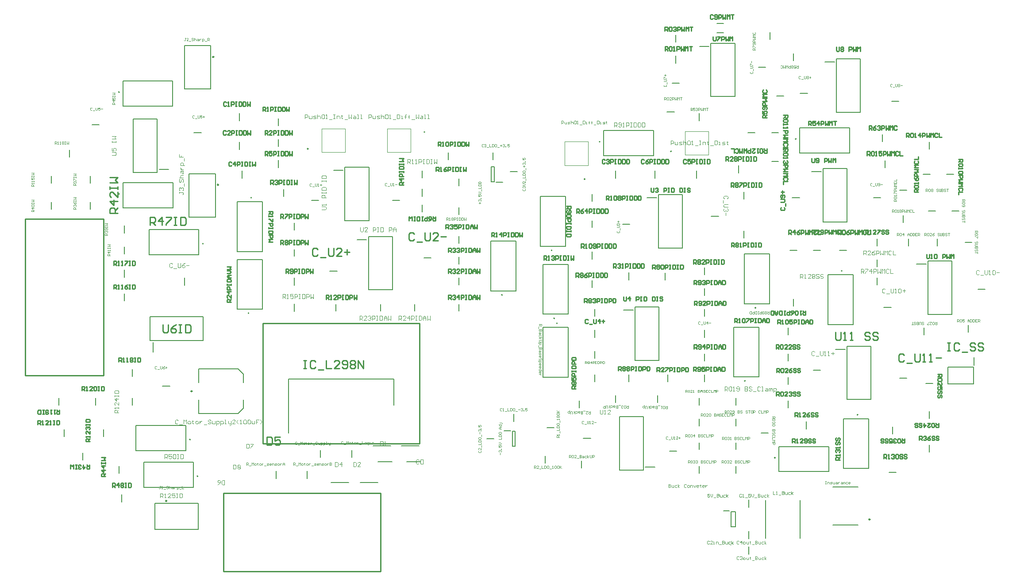
<source format=gbr>
G04*
G04 #@! TF.GenerationSoftware,Altium Limited,Altium Designer,23.9.2 (47)*
G04*
G04 Layer_Color=65535*
%FSLAX44Y44*%
%MOMM*%
G71*
G04*
G04 #@! TF.SameCoordinates,DC7A7723-1311-43B5-9009-1713E082842B*
G04*
G04*
G04 #@! TF.FilePolarity,Positive*
G04*
G01*
G75*
%ADD10C,0.2500*%
%ADD11C,0.2000*%
%ADD12C,0.2540*%
%ADD13C,0.1000*%
%ADD14C,0.1524*%
D10*
X-428750Y160000D02*
G03*
X-428750Y160000I-1250J0D01*
G01*
X-329750Y765000D02*
G03*
X-329750Y765000I-1250J0D01*
G01*
X916750Y124600D02*
G03*
X916750Y124600I-1250J0D01*
G01*
X-380250Y370000D02*
G03*
X-380250Y370000I-1250J0D01*
G01*
X-338750Y1010000D02*
G03*
X-338750Y1010000I-1250J0D01*
G01*
D11*
X650500Y75000D02*
G03*
X650500Y75000I-500J0D01*
G01*
X535000Y829000D02*
G03*
X537000Y829000I1000J0D01*
G01*
D02*
G03*
X535000Y829000I-1000J0D01*
G01*
X-383640Y277400D02*
G03*
X-383640Y277400I-1000J0D01*
G01*
X863600Y600360D02*
G03*
X863600Y600360I-1000J0D01*
G01*
X698400Y529640D02*
G03*
X698400Y529640I-1000J0D01*
G01*
X400240Y847600D02*
G03*
X400240Y847600I-1000J0D01*
G01*
X318600Y499960D02*
G03*
X318600Y499960I-1000J0D01*
G01*
X213400Y554240D02*
G03*
X213400Y554240I-1000J0D01*
G01*
X313400Y509640D02*
G03*
X313400Y509640I-1000J0D01*
G01*
X308400Y639640D02*
G03*
X308400Y639640I-1000J0D01*
G01*
X370607Y775000D02*
G03*
X370607Y777000I0J1000D01*
G01*
D02*
G03*
X370607Y775000I0J-1000D01*
G01*
X65000Y866000D02*
G03*
X63000Y866000I-1000J0D01*
G01*
D02*
G03*
X65000Y866000I1000J0D01*
G01*
X-160000Y834000D02*
G03*
X-158000Y834000I1000J0D01*
G01*
D02*
G03*
X-160000Y834000I-1000J0D01*
G01*
X-519360Y942600D02*
G03*
X-519360Y942600I-1000J0D01*
G01*
X893600Y324960D02*
G03*
X893600Y324960I-1000J0D01*
G01*
X735640Y242600D02*
G03*
X735640Y242600I-1000J0D01*
G01*
X678400Y389640D02*
G03*
X678400Y389640I-1000J0D01*
G01*
X775640Y852600D02*
G03*
X775640Y852600I-1000J0D01*
G01*
X-271600Y519240D02*
G03*
X-271600Y519240I-1000J0D01*
G01*
X-266400Y740360D02*
G03*
X-266400Y740360I-1000J0D01*
G01*
X-358640Y652400D02*
G03*
X-358640Y652400I-1000J0D01*
G01*
X-369040Y207400D02*
G03*
X-369040Y207400I-1000J0D01*
G01*
X-518960Y747600D02*
G03*
X-518960Y747600I-1000J0D01*
G01*
X-117000Y600000D02*
X-103000D01*
X1028250Y715000D02*
X1041750D01*
X63000Y625000D02*
X77000D01*
X-437000Y380000D02*
X-423000D01*
X-395000Y573000D02*
Y587000D01*
X3000Y735000D02*
X17000D01*
X-451500Y105000D02*
X-368500D01*
X-451500D02*
Y155000D01*
X-368500D01*
Y105000D02*
Y155000D01*
X130000Y653250D02*
Y666750D01*
X973000Y395000D02*
X987000D01*
X590000Y888000D02*
Y902000D01*
X-487650Y255900D02*
X-392350D01*
X-487650D02*
Y304100D01*
X-392350D01*
Y255900D02*
Y304100D01*
X-386000Y703500D02*
Y786500D01*
X-336000D01*
Y703500D02*
Y786500D01*
X-386000Y703500D02*
X-336000D01*
X703000Y990000D02*
X717000D01*
X538000Y960000D02*
X552000D01*
X884100Y497350D02*
Y592650D01*
X835900Y497350D02*
X884100D01*
X835900D02*
Y592650D01*
X884100D01*
X1115800Y419500D02*
Y434750D01*
X1065500Y416000D02*
X1114500D01*
X1065500Y384000D02*
Y416000D01*
Y384000D02*
X1114500D01*
Y416000D01*
X768000Y740000D02*
X782000D01*
X533000Y255000D02*
X547000D01*
X368000Y280000D02*
X382000D01*
X613000Y705000D02*
X627000D01*
X675900Y537350D02*
Y632650D01*
X724100D01*
Y537350D02*
Y632650D01*
X675900Y537350D02*
X724100D01*
X980000Y693250D02*
Y706750D01*
X923000Y740000D02*
X937000D01*
X443000Y690000D02*
X457000D01*
X600000Y473000D02*
Y487000D01*
Y593250D02*
Y606750D01*
X590000Y303250D02*
Y316750D01*
X845850Y113700D02*
X894150D01*
X845850Y186300D02*
X894150D01*
X1020000Y478250D02*
Y491750D01*
X930000Y608000D02*
Y622000D01*
X990000Y648250D02*
Y661750D01*
X1045000Y648250D02*
Y661750D01*
X1105000Y483250D02*
Y496750D01*
X1098250Y655000D02*
X1111750D01*
X1030000Y318250D02*
Y331750D01*
X1023250Y385000D02*
X1036750D01*
X960000Y288250D02*
Y301750D01*
X486500Y224900D02*
X504750D01*
X483000Y219000D02*
Y321000D01*
X437000D02*
X483000D01*
X437000Y219000D02*
Y321000D01*
Y219000D02*
X483000D01*
X660000Y258250D02*
Y271750D01*
X406950Y869100D02*
X502250D01*
Y820900D02*
Y869100D01*
X406950Y820900D02*
X502250D01*
X406950D02*
Y869100D01*
X339100Y396950D02*
Y492250D01*
X290900Y396950D02*
X339100D01*
X290900D02*
Y492250D01*
X339100D01*
X430000Y348250D02*
Y361750D01*
X360000Y338250D02*
Y351750D01*
X510000Y348250D02*
Y361750D01*
X365000Y223250D02*
Y236750D01*
X590000Y213250D02*
Y226750D01*
X708250Y290000D02*
X721750D01*
X590000Y258250D02*
Y271750D01*
X660000Y213250D02*
Y226750D01*
X589500Y343250D02*
Y356750D01*
X190900Y561950D02*
Y657250D01*
X239100D01*
Y561950D02*
Y657250D01*
X190900Y561950D02*
X239100D01*
X290900Y517350D02*
Y612650D01*
X339100D01*
Y517350D02*
Y612650D01*
X290900Y517350D02*
X339100D01*
X285900Y647350D02*
Y742650D01*
X334100D01*
Y647350D02*
Y742650D01*
X285900Y647350D02*
X334100D01*
X430000Y778000D02*
Y792000D01*
X228000Y790000D02*
X242000D01*
X201250Y770000D02*
X213750D01*
X197750Y770500D02*
Y799500D01*
X192250D02*
X197750D01*
X192250Y770500D02*
Y799500D01*
Y770500D02*
X197750D01*
X385000Y733250D02*
Y746750D01*
X525000Y583250D02*
Y596750D01*
X455000Y583000D02*
Y597000D01*
X490250Y740100D02*
X508500D01*
X512000Y644000D02*
Y746000D01*
Y644000D02*
X558000D01*
Y746000D01*
X512000D02*
X558000D01*
X675000Y663000D02*
Y677000D01*
X665000Y788000D02*
Y802000D01*
X675000Y738250D02*
Y751750D01*
X505000Y778000D02*
Y792000D01*
X585000Y778000D02*
Y792000D01*
X195000Y813000D02*
Y827000D01*
X385000Y568250D02*
Y581750D01*
Y683250D02*
Y696750D01*
Y623000D02*
Y637000D01*
X455000Y388250D02*
Y401750D01*
X390000Y388000D02*
Y402000D01*
X445250Y525100D02*
X463500D01*
X467000Y429000D02*
Y531000D01*
Y429000D02*
X513000D01*
Y531000D01*
X467000D02*
X513000D01*
X600000Y428250D02*
Y441750D01*
Y553250D02*
Y566750D01*
Y513250D02*
Y526750D01*
Y388250D02*
Y401750D01*
X390000Y433250D02*
Y446750D01*
Y513250D02*
Y526750D01*
X530000Y388000D02*
Y402000D01*
X235000Y312247D02*
Y326247D01*
X183000Y279247D02*
X197000D01*
X216250Y294247D02*
X228750D01*
X232250Y264747D02*
Y293747D01*
Y264747D02*
X237750D01*
Y293747D01*
X232250D02*
X237750D01*
X298250Y300000D02*
X311750D01*
X295000Y232247D02*
Y246247D01*
X1073250Y715000D02*
X1086750D01*
X-512650Y964100D02*
X-417350D01*
Y915900D02*
Y964100D01*
X-512650Y915900D02*
X-417350D01*
X-512650D02*
Y964100D01*
X-282500Y386500D02*
Y402500D01*
Y337500D02*
Y353500D01*
X-292500Y327500D02*
X-282500Y337500D01*
X-292500Y412500D02*
X-282500Y402500D01*
X-367500Y412500D02*
X-292500D01*
X-367500Y327500D02*
X-292500D01*
X-367500Y386250D02*
Y412500D01*
Y327500D02*
Y353750D01*
X-115000Y195000D02*
X-80900D01*
X-59100D02*
X-25000D01*
X30000Y235000D02*
X57000D01*
X20000Y265000D02*
X54100D01*
X-25000Y235000D02*
X2000D01*
X-34100Y265000D02*
X0D01*
X-160000Y203000D02*
Y217000D01*
X-220000Y203000D02*
Y217000D01*
X-135000Y243000D02*
Y257000D01*
X-196000Y289700D02*
Y393500D01*
X6000D01*
Y343500D02*
Y393500D01*
X760000Y383250D02*
Y396750D01*
X1030000Y253250D02*
Y266750D01*
X953000Y215000D02*
X967000D01*
X865900Y317250D02*
X914100D01*
X865900Y221950D02*
Y317250D01*
Y221950D02*
X914100D01*
Y317250D01*
X795000Y298000D02*
Y312000D01*
X742350Y215900D02*
Y264100D01*
Y215900D02*
X837650D01*
Y264100D01*
X742350D02*
X837650D01*
X760000Y338250D02*
Y351750D01*
Y428250D02*
Y441750D01*
X717000Y88500D02*
Y161500D01*
X783000Y88500D02*
Y161500D01*
X685000Y148000D02*
Y162000D01*
Y88000D02*
Y102000D01*
X650750Y139500D02*
X659250D01*
Y110500D02*
Y139500D01*
X650750Y110500D02*
X659250D01*
X650750D02*
Y139500D01*
X636750Y140750D02*
X647250D01*
X685000Y58000D02*
Y72000D01*
X930000Y573250D02*
Y586750D01*
Y648000D02*
Y662000D01*
X1018250Y785000D02*
X1031750D01*
X1063250D02*
X1076750D01*
X655900Y397350D02*
X704100D01*
Y492650D01*
X655900D02*
X704100D01*
X655900Y397350D02*
Y492650D01*
X973250Y755000D02*
X986750D01*
X827000Y796000D02*
X873000D01*
Y694000D02*
Y796000D01*
X827000Y694000D02*
X873000D01*
X827000D02*
Y796000D01*
X805250Y790100D02*
X823500D01*
X728250Y810000D02*
X741750D01*
X683250Y865000D02*
X696750D01*
X763250Y640000D02*
X776750D01*
X808000D02*
X822000D01*
X728250Y865000D02*
X741750D01*
X1027620Y619100D02*
X1073620D01*
Y517100D02*
Y619100D01*
X1027620Y517100D02*
X1073620D01*
X1027620D02*
Y619100D01*
X1005870Y613200D02*
X1024120D01*
X945000Y798250D02*
Y811750D01*
X1030000Y833250D02*
Y846750D01*
X940000Y848250D02*
Y861750D01*
X852000Y1006000D02*
X898000D01*
Y904000D02*
Y1006000D01*
X852000Y904000D02*
X898000D01*
X852000D02*
Y1006000D01*
X830250Y1000100D02*
X848500D01*
X725000Y1043250D02*
Y1056750D01*
X738250Y935000D02*
X751750D01*
X545000Y1038000D02*
Y1052000D01*
X770000Y1003250D02*
Y1016750D01*
X782350Y825900D02*
Y874100D01*
Y825900D02*
X877650D01*
Y874100D01*
X782350D02*
X877650D01*
X528000Y905000D02*
X542000D01*
X545000Y998000D02*
Y1012000D01*
X612000Y1036000D02*
X658000D01*
Y934000D02*
Y1036000D01*
X612000Y934000D02*
X658000D01*
X612000D02*
Y1036000D01*
X590250Y1030100D02*
X608500D01*
X770000Y533250D02*
Y546750D01*
X760000Y478250D02*
Y491750D01*
X45000Y523250D02*
Y536750D01*
X-20000Y523250D02*
Y536750D01*
X-294100Y526950D02*
X-245900D01*
Y622250D01*
X-294100D02*
X-245900D01*
X-294100Y526950D02*
Y622250D01*
Y732650D02*
X-245900D01*
X-294100Y637350D02*
Y732650D01*
Y637350D02*
X-245900D01*
Y732650D01*
X-185000Y628250D02*
Y641750D01*
X-105000Y523250D02*
Y536750D01*
X-185000Y573000D02*
Y587000D01*
Y678250D02*
Y691750D01*
X130000Y613250D02*
Y626750D01*
Y523250D02*
Y536750D01*
Y573250D02*
Y586750D01*
X-88000Y798707D02*
X-42000D01*
Y696708D02*
Y798707D01*
X-88000Y696708D02*
X-42000D01*
X-88000D02*
Y798707D01*
X-109750Y792807D02*
X-91500D01*
X-43000Y666000D02*
X3000D01*
Y564000D02*
Y666000D01*
X-43000Y564000D02*
X3000D01*
X-43000D02*
Y666000D01*
X-64750Y660100D02*
X-46500D01*
X59500Y778250D02*
Y791750D01*
X130000Y763000D02*
Y777000D01*
Y708000D02*
Y722000D01*
X60000Y743000D02*
Y757000D01*
X-285000Y778000D02*
Y792000D01*
X60000Y713250D02*
Y726750D01*
X-205000Y743250D02*
Y756750D01*
X-215000Y878250D02*
Y891750D01*
Y798000D02*
Y812000D01*
X-290000Y833000D02*
Y847000D01*
Y888000D02*
Y902000D01*
X-215000Y838250D02*
Y851750D01*
X-367350Y630900D02*
Y679100D01*
X-462650D02*
X-367350D01*
X-462650Y630900D02*
Y679100D01*
Y630900D02*
X-367350D01*
X-625000Y283000D02*
Y297000D01*
X-377750Y185900D02*
Y234100D01*
X-473050D02*
X-377750D01*
X-473050Y185900D02*
Y234100D01*
Y185900D02*
X-377750D01*
X-461000Y467000D02*
Y513000D01*
X-359000D01*
Y467000D02*
Y513000D01*
X-461000Y467000D02*
X-359000D01*
X-455100Y445250D02*
Y463500D01*
X-515000Y158000D02*
Y172000D01*
X-520000Y213250D02*
Y226750D01*
X-590000Y238250D02*
Y251750D01*
X-550000Y283250D02*
Y296750D01*
X-495000Y343250D02*
Y356750D01*
X-565000Y343000D02*
Y357000D01*
X-635000Y343000D02*
Y357000D01*
X-495000Y398000D02*
Y412000D01*
X-510000Y543000D02*
Y557000D01*
Y588000D02*
Y602000D01*
X-512250Y720900D02*
Y769100D01*
Y720900D02*
X-416950D01*
Y769100D01*
X-512250D02*
X-416950D01*
X-615000Y818000D02*
Y832000D01*
X-650000Y718000D02*
Y732000D01*
X-575000Y768000D02*
Y782000D01*
X-650000Y768000D02*
Y782000D01*
X-575000Y718000D02*
Y732000D01*
X-493000Y789000D02*
X-447000D01*
X-493000D02*
Y891000D01*
X-447000D01*
Y789000D02*
Y891000D01*
X-443500Y794900D02*
X-425250D01*
X-510000Y673000D02*
Y687000D01*
Y633250D02*
Y646750D01*
X-152000Y735000D02*
X-138000D01*
X110000Y813250D02*
Y826750D01*
X390000Y473000D02*
Y487000D01*
X-75000Y243000D02*
Y257000D01*
X-185000Y523000D02*
Y537000D01*
X-395000Y948500D02*
X-345000D01*
Y1031500D01*
X-395000D02*
X-345000D01*
X-395000Y948500D02*
Y1031500D01*
X-572000Y880000D02*
X-558000D01*
X-377000Y865000D02*
X-363000D01*
X660000Y303250D02*
Y316750D01*
Y343250D02*
Y356750D01*
X1123000Y565000D02*
X1137000D01*
X943000Y530000D02*
X957000D01*
X958000Y925000D02*
X972000D01*
X783000Y940000D02*
X797000D01*
X858250Y640000D02*
X871750D01*
X872620Y456000D02*
X918620D01*
Y354000D02*
Y456000D01*
X872620Y354000D02*
X918620D01*
X872620D02*
Y456000D01*
X850870Y450100D02*
X869120D01*
X808000Y410000D02*
X822000D01*
D12*
X-320000Y25000D02*
X-20000D01*
X-320000Y175000D02*
X-20000D01*
Y25000D02*
Y175000D01*
X-320000Y25000D02*
Y175000D01*
X-245000Y270000D02*
X55000D01*
X-245000Y500000D02*
X55000D01*
Y270000D02*
Y500000D01*
X-245000Y270000D02*
Y500000D01*
X-550000Y400000D02*
Y700000D01*
X-700000Y400000D02*
Y700000D01*
X-550000D01*
X-700000Y400000D02*
X-550000D01*
X1064734Y462919D02*
X1069812D01*
X1067273D01*
Y447684D01*
X1064734D01*
X1069812D01*
X1087587Y460380D02*
X1085047Y462919D01*
X1079969D01*
X1077430Y460380D01*
Y450223D01*
X1079969Y447684D01*
X1085047D01*
X1087587Y450223D01*
X1092665Y445145D02*
X1102822D01*
X1118057Y460380D02*
X1115518Y462919D01*
X1110439D01*
X1107900Y460380D01*
Y457841D01*
X1110439Y455302D01*
X1115518D01*
X1118057Y452762D01*
Y450223D01*
X1115518Y447684D01*
X1110439D01*
X1107900Y450223D01*
X1133292Y460380D02*
X1130753Y462919D01*
X1125674D01*
X1123135Y460380D01*
Y457841D01*
X1125674Y455302D01*
X1130753D01*
X1133292Y452762D01*
Y450223D01*
X1130753Y447684D01*
X1125674D01*
X1123135Y450223D01*
X850612Y482985D02*
Y470289D01*
X853151Y467750D01*
X858230D01*
X860769Y470289D01*
Y482985D01*
X865847Y467750D02*
X870925D01*
X868386D01*
Y482985D01*
X865847Y480446D01*
X878543Y467750D02*
X883621D01*
X881082D01*
Y482985D01*
X878543Y480446D01*
X916631D02*
X914091Y482985D01*
X909013D01*
X906474Y480446D01*
Y477907D01*
X909013Y475368D01*
X914091D01*
X916631Y472828D01*
Y470289D01*
X914091Y467750D01*
X909013D01*
X906474Y470289D01*
X931866Y480446D02*
X929326Y482985D01*
X924248D01*
X921709Y480446D01*
Y477907D01*
X924248Y475368D01*
X929326D01*
X931866Y472828D01*
Y470289D01*
X929326Y467750D01*
X924248D01*
X921709Y470289D01*
X1024628Y632191D02*
Y625527D01*
X1025961Y624194D01*
X1028627D01*
X1029960Y625527D01*
Y632191D01*
X1032626Y624194D02*
X1035292D01*
X1033959D01*
Y632191D01*
X1032626Y630858D01*
X1039290D02*
X1040623Y632191D01*
X1043289D01*
X1044622Y630858D01*
Y625527D01*
X1043289Y624194D01*
X1040623D01*
X1039290Y625527D01*
Y630858D01*
X1055285Y624194D02*
Y632191D01*
X1059284D01*
X1060617Y630858D01*
Y628192D01*
X1059284Y626860D01*
X1055285D01*
X1063283Y632191D02*
Y624194D01*
X1065948Y626860D01*
X1068614Y624194D01*
Y632191D01*
X1071280Y624194D02*
Y632191D01*
X1073946Y629525D01*
X1076612Y632191D01*
Y624194D01*
X805146Y815853D02*
Y809189D01*
X806479Y807856D01*
X809145D01*
X810478Y809189D01*
Y815853D01*
X813143Y809189D02*
X814476Y807856D01*
X817142D01*
X818475Y809189D01*
Y814520D01*
X817142Y815853D01*
X814476D01*
X813143Y814520D01*
Y813188D01*
X814476Y811855D01*
X818475D01*
X829138Y807856D02*
Y815853D01*
X833137D01*
X834470Y814520D01*
Y811855D01*
X833137Y810522D01*
X829138D01*
X837136Y815853D02*
Y807856D01*
X839801Y810522D01*
X842467Y807856D01*
Y815853D01*
X845133Y807856D02*
Y815853D01*
X847799Y813188D01*
X850465Y815853D01*
Y807856D01*
X852341Y1028999D02*
Y1022334D01*
X853674Y1021001D01*
X856339D01*
X857672Y1022334D01*
Y1028999D01*
X860338Y1027666D02*
X861671Y1028999D01*
X864337D01*
X865670Y1027666D01*
Y1026333D01*
X864337Y1025000D01*
X865670Y1023667D01*
Y1022334D01*
X864337Y1021001D01*
X861671D01*
X860338Y1022334D01*
Y1023667D01*
X861671Y1025000D01*
X860338Y1026333D01*
Y1027666D01*
X861671Y1025000D02*
X864337D01*
X876333Y1021001D02*
Y1028999D01*
X880332D01*
X881665Y1027666D01*
Y1025000D01*
X880332Y1023667D01*
X876333D01*
X884330Y1028999D02*
Y1021001D01*
X886996Y1023667D01*
X889662Y1021001D01*
Y1028999D01*
X892328Y1021001D02*
Y1028999D01*
X894994Y1026333D01*
X897659Y1028999D01*
Y1021001D01*
X616339Y1048999D02*
Y1042334D01*
X617672Y1041001D01*
X620338D01*
X621671Y1042334D01*
Y1048999D01*
X624337D02*
X629668D01*
Y1047666D01*
X624337Y1042334D01*
Y1041001D01*
X632334D02*
Y1048999D01*
X636333D01*
X637666Y1047666D01*
Y1045000D01*
X636333Y1043667D01*
X632334D01*
X640332Y1048999D02*
Y1041001D01*
X642997Y1043667D01*
X645663Y1041001D01*
Y1048999D01*
X648329Y1041001D02*
Y1048999D01*
X650995Y1046333D01*
X653661Y1048999D01*
Y1041001D01*
X-436661Y497617D02*
Y484922D01*
X-434122Y482382D01*
X-429044D01*
X-426505Y484922D01*
Y497617D01*
X-411270D02*
X-416348Y495078D01*
X-421426Y490000D01*
Y484922D01*
X-418887Y482382D01*
X-413809D01*
X-411270Y484922D01*
Y487461D01*
X-413809Y490000D01*
X-421426D01*
X-406191Y497617D02*
X-401113D01*
X-403652D01*
Y482382D01*
X-406191D01*
X-401113D01*
X-393495Y497617D02*
Y482382D01*
X-385878D01*
X-383339Y484922D01*
Y495078D01*
X-385878Y497617D01*
X-393495D01*
X445006Y550931D02*
Y544267D01*
X446339Y542934D01*
X449005D01*
X450338Y544267D01*
Y550931D01*
X457002Y542934D02*
Y550931D01*
X453004Y546933D01*
X458335D01*
X468998Y542934D02*
Y550931D01*
X472997D01*
X474330Y549599D01*
Y546933D01*
X472997Y545600D01*
X468998D01*
X476996Y550931D02*
X479661D01*
X478329D01*
Y542934D01*
X476996D01*
X479661D01*
X483660Y550931D02*
Y542934D01*
X487659D01*
X488992Y544267D01*
Y549599D01*
X487659Y550931D01*
X483660D01*
X499655D02*
Y542934D01*
X503654D01*
X504987Y544267D01*
Y549599D01*
X503654Y550931D01*
X499655D01*
X507653D02*
X510318D01*
X508985D01*
Y542934D01*
X507653D01*
X510318D01*
X519649Y549599D02*
X518316Y550931D01*
X515650D01*
X514317Y549599D01*
Y548266D01*
X515650Y546933D01*
X518316D01*
X519649Y545600D01*
Y544267D01*
X518316Y542934D01*
X515650D01*
X514317Y544267D01*
X497679Y758999D02*
Y752334D01*
X499012Y751001D01*
X501677D01*
X503010Y752334D01*
Y758999D01*
X505676Y757666D02*
X507009Y758999D01*
X509675D01*
X511008Y757666D01*
Y756333D01*
X509675Y755000D01*
X508342D01*
X509675D01*
X511008Y753667D01*
Y752334D01*
X509675Y751001D01*
X507009D01*
X505676Y752334D01*
X521671Y751001D02*
Y758999D01*
X525670D01*
X527003Y757666D01*
Y755000D01*
X525670Y753667D01*
X521671D01*
X529668Y758999D02*
X532334D01*
X531001D01*
Y751001D01*
X529668D01*
X532334D01*
X536333Y758999D02*
Y751001D01*
X540332D01*
X541665Y752334D01*
Y757666D01*
X540332Y758999D01*
X536333D01*
X552328D02*
Y751001D01*
X556326D01*
X557659Y752334D01*
Y757666D01*
X556326Y758999D01*
X552328D01*
X560325D02*
X562991D01*
X561658D01*
Y751001D01*
X560325D01*
X562991D01*
X572321Y757666D02*
X570988Y758999D01*
X568323D01*
X566990Y757666D01*
Y756333D01*
X568323Y755000D01*
X570988D01*
X572321Y753667D01*
Y752334D01*
X570988Y751001D01*
X568323D01*
X566990Y752334D01*
X858999Y238274D02*
X851001D01*
Y242272D01*
X852334Y243605D01*
X855000D01*
X856333Y242272D01*
Y238274D01*
Y240939D02*
X858999Y243605D01*
Y246271D02*
Y248937D01*
Y247604D01*
X851001D01*
X852334Y246271D01*
Y252936D02*
X851001Y254268D01*
Y256934D01*
X852334Y258267D01*
X853667D01*
X855000Y256934D01*
Y255601D01*
Y256934D01*
X856333Y258267D01*
X857666D01*
X858999Y256934D01*
Y254268D01*
X857666Y252936D01*
X858999Y260933D02*
Y263599D01*
Y262266D01*
X851001D01*
X852334Y260933D01*
Y272929D02*
X851001Y271596D01*
Y268930D01*
X852334Y267598D01*
X853667D01*
X855000Y268930D01*
Y271596D01*
X856333Y272929D01*
X857666D01*
X858999Y271596D01*
Y268930D01*
X857666Y267598D01*
X852334Y280926D02*
X851001Y279594D01*
Y276928D01*
X852334Y275595D01*
X853667D01*
X855000Y276928D01*
Y279594D01*
X856333Y280926D01*
X857666D01*
X858999Y279594D01*
Y276928D01*
X857666Y275595D01*
X943007Y241001D02*
Y248999D01*
X947006D01*
X948339Y247666D01*
Y245000D01*
X947006Y243667D01*
X943007D01*
X945673D02*
X948339Y241001D01*
X951004D02*
X953670D01*
X952337D01*
Y248999D01*
X951004Y247666D01*
X957669D02*
X959002Y248999D01*
X961668D01*
X963001Y247666D01*
Y246333D01*
X961668Y245000D01*
X960335D01*
X961668D01*
X963001Y243667D01*
Y242334D01*
X961668Y241001D01*
X959002D01*
X957669Y242334D01*
X965666Y247666D02*
X966999Y248999D01*
X969665D01*
X970998Y247666D01*
Y242334D01*
X969665Y241001D01*
X966999D01*
X965666Y242334D01*
Y247666D01*
X978996D02*
X977663Y248999D01*
X974997D01*
X973664Y247666D01*
Y246333D01*
X974997Y245000D01*
X977663D01*
X978996Y243667D01*
Y242334D01*
X977663Y241001D01*
X974997D01*
X973664Y242334D01*
X986993Y247666D02*
X985660Y248999D01*
X982994D01*
X981661Y247666D01*
Y246333D01*
X982994Y245000D01*
X985660D01*
X986993Y243667D01*
Y242334D01*
X985660Y241001D01*
X982994D01*
X981661Y242334D01*
X768007Y271001D02*
Y278999D01*
X772006D01*
X773339Y277666D01*
Y275000D01*
X772006Y273667D01*
X768007D01*
X770673D02*
X773339Y271001D01*
X776004D02*
X778670D01*
X777337D01*
Y278999D01*
X776004Y277666D01*
X788001Y271001D02*
X782669D01*
X788001Y276333D01*
Y277666D01*
X786668Y278999D01*
X784002D01*
X782669Y277666D01*
X790667Y272334D02*
X791999Y271001D01*
X794665D01*
X795998Y272334D01*
Y277666D01*
X794665Y278999D01*
X791999D01*
X790667Y277666D01*
Y276333D01*
X791999Y275000D01*
X795998D01*
X803996Y277666D02*
X802663Y278999D01*
X799997D01*
X798664Y277666D01*
Y276333D01*
X799997Y275000D01*
X802663D01*
X803996Y273667D01*
Y272334D01*
X802663Y271001D01*
X799997D01*
X798664Y272334D01*
X811993Y277666D02*
X810660Y278999D01*
X807994D01*
X806661Y277666D01*
Y276333D01*
X807994Y275000D01*
X810660D01*
X811993Y273667D01*
Y272334D01*
X810660Y271001D01*
X807994D01*
X806661Y272334D01*
X908007Y671001D02*
Y678999D01*
X912006D01*
X913339Y677666D01*
Y675000D01*
X912006Y673667D01*
X908007D01*
X910673D02*
X913339Y671001D01*
X916004D02*
X918670D01*
X917337D01*
Y678999D01*
X916004Y677666D01*
X928001Y671001D02*
X922669D01*
X928001Y676333D01*
Y677666D01*
X926668Y678999D01*
X924002D01*
X922669Y677666D01*
X930667Y678999D02*
X935998D01*
Y677666D01*
X930667Y672334D01*
Y671001D01*
X943996Y677666D02*
X942663Y678999D01*
X939997D01*
X938664Y677666D01*
Y676333D01*
X939997Y675000D01*
X942663D01*
X943996Y673667D01*
Y672334D01*
X942663Y671001D01*
X939997D01*
X938664Y672334D01*
X951993Y677666D02*
X950660Y678999D01*
X947994D01*
X946661Y677666D01*
Y676333D01*
X947994Y675000D01*
X950660D01*
X951993Y673667D01*
Y672334D01*
X950660Y671001D01*
X947994D01*
X946661Y672334D01*
X773007Y321001D02*
Y328999D01*
X777006D01*
X778339Y327666D01*
Y325000D01*
X777006Y323667D01*
X773007D01*
X775673D02*
X778339Y321001D01*
X781004D02*
X783670D01*
X782337D01*
Y328999D01*
X781004Y327666D01*
X793001Y321001D02*
X787669D01*
X793001Y326333D01*
Y327666D01*
X791668Y328999D01*
X789002D01*
X787669Y327666D01*
X800998Y328999D02*
X798332Y327666D01*
X795667Y325000D01*
Y322334D01*
X796999Y321001D01*
X799665D01*
X800998Y322334D01*
Y323667D01*
X799665Y325000D01*
X795667D01*
X808996Y327666D02*
X807663Y328999D01*
X804997D01*
X803664Y327666D01*
Y326333D01*
X804997Y325000D01*
X807663D01*
X808996Y323667D01*
Y322334D01*
X807663Y321001D01*
X804997D01*
X803664Y322334D01*
X816993Y327666D02*
X815660Y328999D01*
X812994D01*
X811661Y327666D01*
Y326333D01*
X812994Y325000D01*
X815660D01*
X816993Y323667D01*
Y322334D01*
X815660Y321001D01*
X812994D01*
X811661Y322334D01*
X-576001Y273673D02*
X-583999D01*
Y277672D01*
X-582666Y279005D01*
X-580000D01*
X-578667Y277672D01*
Y273673D01*
Y276339D02*
X-576001Y279005D01*
Y281671D02*
Y284337D01*
Y283004D01*
X-583999D01*
X-582666Y281671D01*
X-576001Y293667D02*
Y288335D01*
X-581333Y293667D01*
X-582666D01*
X-583999Y292334D01*
Y289668D01*
X-582666Y288335D01*
Y296333D02*
X-583999Y297666D01*
Y300332D01*
X-582666Y301665D01*
X-581333D01*
X-580000Y300332D01*
Y298999D01*
Y300332D01*
X-578667Y301665D01*
X-577334D01*
X-576001Y300332D01*
Y297666D01*
X-577334Y296333D01*
X-583999Y304330D02*
Y306996D01*
Y305663D01*
X-576001D01*
Y304330D01*
Y306996D01*
X-583999Y310995D02*
X-576001D01*
Y314994D01*
X-577334Y316327D01*
X-582666D01*
X-583999Y314994D01*
Y310995D01*
X-675660Y306001D02*
Y313999D01*
X-671661D01*
X-670328Y312666D01*
Y310000D01*
X-671661Y308667D01*
X-675660D01*
X-672994D02*
X-670328Y306001D01*
X-667663D02*
X-664997D01*
X-666330D01*
Y313999D01*
X-667663Y312666D01*
X-655667Y306001D02*
X-660998D01*
X-655667Y311333D01*
Y312666D01*
X-656999Y313999D01*
X-659665D01*
X-660998Y312666D01*
X-653001Y306001D02*
X-650335D01*
X-651668D01*
Y313999D01*
X-653001Y312666D01*
X-646336Y313999D02*
X-643670D01*
X-645003D01*
Y306001D01*
X-646336D01*
X-643670D01*
X-639672Y313999D02*
Y306001D01*
X-635673D01*
X-634340Y307334D01*
Y312666D01*
X-635673Y313999D01*
X-639672D01*
X-591326Y371001D02*
Y378999D01*
X-587328D01*
X-585995Y377666D01*
Y375000D01*
X-587328Y373667D01*
X-591326D01*
X-588661D02*
X-585995Y371001D01*
X-583329D02*
X-580663D01*
X-581996D01*
Y378999D01*
X-583329Y377666D01*
X-571333Y371001D02*
X-576665D01*
X-571333Y376333D01*
Y377666D01*
X-572666Y378999D01*
X-575332D01*
X-576665Y377666D01*
X-568667D02*
X-567334Y378999D01*
X-564668D01*
X-563335Y377666D01*
Y372334D01*
X-564668Y371001D01*
X-567334D01*
X-568667Y372334D01*
Y377666D01*
X-560670Y378999D02*
X-558004D01*
X-559337D01*
Y371001D01*
X-560670D01*
X-558004D01*
X-554005Y378999D02*
Y371001D01*
X-550006D01*
X-548674Y372334D01*
Y377666D01*
X-550006Y378999D01*
X-554005D01*
X-634340Y333999D02*
Y326001D01*
X-638339D01*
X-639672Y327334D01*
Y330000D01*
X-638339Y331333D01*
X-634340D01*
X-637006D02*
X-639672Y333999D01*
X-642337D02*
X-645003D01*
X-643670D01*
Y326001D01*
X-642337Y327334D01*
X-649002Y333999D02*
X-651668D01*
X-650335D01*
Y326001D01*
X-649002Y327334D01*
X-655667Y332666D02*
X-656999Y333999D01*
X-659665D01*
X-660998Y332666D01*
Y327334D01*
X-659665Y326001D01*
X-656999D01*
X-655667Y327334D01*
Y328667D01*
X-656999Y330000D01*
X-660998D01*
X-663664Y326001D02*
X-666330D01*
X-664997D01*
Y333999D01*
X-663664D01*
X-666330D01*
X-670328Y326001D02*
Y333999D01*
X-674327D01*
X-675660Y332666D01*
Y327334D01*
X-674327Y326001D01*
X-670328D01*
X-520660Y426001D02*
Y433999D01*
X-516661D01*
X-515328Y432666D01*
Y430000D01*
X-516661Y428667D01*
X-520660D01*
X-517994D02*
X-515328Y426001D01*
X-512663D02*
X-509997D01*
X-511330D01*
Y433999D01*
X-512663Y432666D01*
X-505998Y426001D02*
X-503332D01*
X-504665D01*
Y433999D01*
X-505998Y432666D01*
X-499333D02*
X-498001Y433999D01*
X-495335D01*
X-494002Y432666D01*
Y431333D01*
X-495335Y430000D01*
X-494002Y428667D01*
Y427334D01*
X-495335Y426001D01*
X-498001D01*
X-499333Y427334D01*
Y428667D01*
X-498001Y430000D01*
X-499333Y431333D01*
Y432666D01*
X-498001Y430000D02*
X-495335D01*
X-491336Y433999D02*
X-488670D01*
X-490003D01*
Y426001D01*
X-491336D01*
X-488670D01*
X-484672Y433999D02*
Y426001D01*
X-480673D01*
X-479340Y427334D01*
Y432666D01*
X-480673Y433999D01*
X-484672D01*
X-530660Y611001D02*
Y618999D01*
X-526661D01*
X-525328Y617666D01*
Y615000D01*
X-526661Y613667D01*
X-530660D01*
X-527994D02*
X-525328Y611001D01*
X-522663D02*
X-519997D01*
X-521330D01*
Y618999D01*
X-522663Y617666D01*
X-515998Y611001D02*
X-513332D01*
X-514665D01*
Y618999D01*
X-515998Y617666D01*
X-509333Y618999D02*
X-504002D01*
Y617666D01*
X-509333Y612334D01*
Y611001D01*
X-501336Y618999D02*
X-498670D01*
X-500003D01*
Y611001D01*
X-501336D01*
X-498670D01*
X-494672Y618999D02*
Y611001D01*
X-490673D01*
X-489340Y612334D01*
Y617666D01*
X-490673Y618999D01*
X-494672D01*
X-530660Y566001D02*
Y573999D01*
X-526661D01*
X-525328Y572666D01*
Y570000D01*
X-526661Y568667D01*
X-530660D01*
X-527994D02*
X-525328Y566001D01*
X-522663D02*
X-519997D01*
X-521330D01*
Y573999D01*
X-522663Y572666D01*
X-515998Y566001D02*
X-513332D01*
X-514665D01*
Y573999D01*
X-515998Y572666D01*
X-504002Y573999D02*
X-506668Y572666D01*
X-509333Y570000D01*
Y567334D01*
X-508001Y566001D01*
X-505335D01*
X-504002Y567334D01*
Y568667D01*
X-505335Y570000D01*
X-509333D01*
X-501336Y573999D02*
X-498670D01*
X-500003D01*
Y566001D01*
X-501336D01*
X-498670D01*
X-494672Y573999D02*
Y566001D01*
X-490673D01*
X-489340Y567334D01*
Y572666D01*
X-490673Y573999D01*
X-494672D01*
X363945Y643963D02*
Y651960D01*
X367944D01*
X369277Y650627D01*
Y647962D01*
X367944Y646629D01*
X363945D01*
X366611D02*
X369277Y643963D01*
X371943D02*
X374608D01*
X373276D01*
Y651960D01*
X371943Y650627D01*
X378607D02*
X379940Y651960D01*
X382606D01*
X383939Y650627D01*
Y645296D01*
X382606Y643963D01*
X379940D01*
X378607Y645296D01*
Y650627D01*
X386605Y645296D02*
X387938Y643963D01*
X390603D01*
X391936Y645296D01*
Y650627D01*
X390603Y651960D01*
X387938D01*
X386605Y650627D01*
Y649295D01*
X387938Y647962D01*
X391936D01*
X394602Y643963D02*
Y651960D01*
X398601D01*
X399934Y650627D01*
Y647962D01*
X398601Y646629D01*
X394602D01*
X402599Y651960D02*
X405265D01*
X403932D01*
Y643963D01*
X402599D01*
X405265D01*
X409264Y651960D02*
Y643963D01*
X413263D01*
X414596Y645296D01*
Y650627D01*
X413263Y651960D01*
X409264D01*
X417261D02*
Y643963D01*
X421260D01*
X422593Y645296D01*
Y650627D01*
X421260Y651960D01*
X417261D01*
X425259D02*
Y643963D01*
X429258D01*
X430590Y645296D01*
Y650627D01*
X429258Y651960D01*
X425259D01*
X411677Y736001D02*
Y743999D01*
X415676D01*
X417009Y742666D01*
Y740000D01*
X415676Y738667D01*
X411677D01*
X414343D02*
X417009Y736001D01*
X419675D02*
X422341D01*
X421008D01*
Y743999D01*
X419675Y742666D01*
X426339D02*
X427672Y743999D01*
X430338D01*
X431671Y742666D01*
Y737334D01*
X430338Y736001D01*
X427672D01*
X426339Y737334D01*
Y742666D01*
X434337D02*
X435670Y743999D01*
X438335D01*
X439668Y742666D01*
Y741333D01*
X438335Y740000D01*
X439668Y738667D01*
Y737334D01*
X438335Y736001D01*
X435670D01*
X434337Y737334D01*
Y738667D01*
X435670Y740000D01*
X434337Y741333D01*
Y742666D01*
X435670Y740000D02*
X438335D01*
X442334Y736001D02*
Y743999D01*
X446333D01*
X447666Y742666D01*
Y740000D01*
X446333Y738667D01*
X442334D01*
X450332Y743999D02*
X452997D01*
X451665D01*
Y736001D01*
X450332D01*
X452997D01*
X456996Y743999D02*
Y736001D01*
X460995D01*
X462328Y737334D01*
Y742666D01*
X460995Y743999D01*
X456996D01*
X464994D02*
Y736001D01*
X468992D01*
X470325Y737334D01*
Y742666D01*
X468992Y743999D01*
X464994D01*
X472991D02*
Y736001D01*
X476990D01*
X478323Y737334D01*
Y742666D01*
X476990Y743999D01*
X472991D01*
X657318Y501278D02*
Y509275D01*
X661317D01*
X662650Y507943D01*
Y505277D01*
X661317Y503944D01*
X657318D01*
X659984D02*
X662650Y501278D01*
X665315D02*
X667981D01*
X666648D01*
Y509275D01*
X665315Y507943D01*
X671980D02*
X673313Y509275D01*
X675979D01*
X677312Y507943D01*
Y502611D01*
X675979Y501278D01*
X673313D01*
X671980Y502611D01*
Y507943D01*
X679977Y509275D02*
X685309D01*
Y507943D01*
X679977Y502611D01*
Y501278D01*
X687975D02*
Y509275D01*
X691973D01*
X693306Y507943D01*
Y505277D01*
X691973Y503944D01*
X687975D01*
X695972Y509275D02*
X698638D01*
X697305D01*
Y501278D01*
X695972D01*
X698638D01*
X702637Y509275D02*
Y501278D01*
X706636D01*
X707968Y502611D01*
Y507943D01*
X706636Y509275D01*
X702637D01*
X710634Y501278D02*
Y506610D01*
X713300Y509275D01*
X715966Y506610D01*
Y501278D01*
Y505277D01*
X710634D01*
X718632Y509275D02*
Y501278D01*
X722630D01*
X723963Y502611D01*
Y507943D01*
X722630Y509275D01*
X718632D01*
X793323Y523999D02*
Y516001D01*
X789324D01*
X787991Y517334D01*
Y520000D01*
X789324Y521333D01*
X793323D01*
X790657D02*
X787991Y523999D01*
X785325D02*
X782659D01*
X783992D01*
Y516001D01*
X785325Y517334D01*
X778661D02*
X777328Y516001D01*
X774662D01*
X773329Y517334D01*
Y522666D01*
X774662Y523999D01*
X777328D01*
X778661Y522666D01*
Y517334D01*
X765332Y516001D02*
X767997Y517334D01*
X770663Y520000D01*
Y522666D01*
X769330Y523999D01*
X766665D01*
X765332Y522666D01*
Y521333D01*
X766665Y520000D01*
X770663D01*
X762666Y523999D02*
Y516001D01*
X758667D01*
X757334Y517334D01*
Y520000D01*
X758667Y521333D01*
X762666D01*
X754668Y516001D02*
X752002D01*
X753335D01*
Y523999D01*
X754668D01*
X752002D01*
X748004Y516001D02*
Y523999D01*
X744005D01*
X742672Y522666D01*
Y517334D01*
X744005Y516001D01*
X748004D01*
X740006Y523999D02*
Y518667D01*
X737341Y516001D01*
X734675Y518667D01*
Y523999D01*
Y520000D01*
X740006D01*
X732009Y516001D02*
Y523999D01*
X728010D01*
X726677Y522666D01*
Y517334D01*
X728010Y516001D01*
X732009D01*
X740009Y498750D02*
Y506747D01*
X744008D01*
X745341Y505414D01*
Y502748D01*
X744008Y501415D01*
X740009D01*
X742675D02*
X745341Y498750D01*
X748007D02*
X750672D01*
X749340D01*
Y506747D01*
X748007Y505414D01*
X754671D02*
X756004Y506747D01*
X758670D01*
X760003Y505414D01*
Y500083D01*
X758670Y498750D01*
X756004D01*
X754671Y500083D01*
Y505414D01*
X768000Y506747D02*
X762669D01*
Y502748D01*
X765334Y504081D01*
X766667D01*
X768000Y502748D01*
Y500083D01*
X766667Y498750D01*
X764001D01*
X762669Y500083D01*
X770666Y498750D02*
Y506747D01*
X774665D01*
X775997Y505414D01*
Y502748D01*
X774665Y501415D01*
X770666D01*
X778663Y506747D02*
X781329D01*
X779996D01*
Y498750D01*
X778663D01*
X781329D01*
X785328Y506747D02*
Y498750D01*
X789327D01*
X790659Y500083D01*
Y505414D01*
X789327Y506747D01*
X785328D01*
X793325Y498750D02*
Y504081D01*
X795991Y506747D01*
X798657Y504081D01*
Y498750D01*
Y502748D01*
X793325D01*
X801323Y506747D02*
Y498750D01*
X805321D01*
X806654Y500083D01*
Y505414D01*
X805321Y506747D01*
X801323D01*
X578730Y408266D02*
Y416263D01*
X582729D01*
X584062Y414930D01*
Y412264D01*
X582729Y410931D01*
X578730D01*
X581396D02*
X584062Y408266D01*
X586728Y409599D02*
X588061Y408266D01*
X590726D01*
X592059Y409599D01*
Y414930D01*
X590726Y416263D01*
X588061D01*
X586728Y414930D01*
Y413597D01*
X588061Y412264D01*
X592059D01*
X600057Y416263D02*
X594725D01*
Y412264D01*
X597391Y413597D01*
X598724D01*
X600057Y412264D01*
Y409599D01*
X598724Y408266D01*
X596058D01*
X594725Y409599D01*
X602723Y408266D02*
Y416263D01*
X606721D01*
X608054Y414930D01*
Y412264D01*
X606721Y410931D01*
X602723D01*
X610720Y416263D02*
X613386D01*
X612053D01*
Y408266D01*
X610720D01*
X613386D01*
X617384Y416263D02*
Y408266D01*
X621383D01*
X622716Y409599D01*
Y414930D01*
X621383Y416263D01*
X617384D01*
X625382Y408266D02*
Y413597D01*
X628048Y416263D01*
X630714Y413597D01*
Y408266D01*
Y412264D01*
X625382D01*
X633379Y416263D02*
Y408266D01*
X637378D01*
X638711Y409599D01*
Y414930D01*
X637378Y416263D01*
X633379D01*
X580010Y451001D02*
Y458999D01*
X584008D01*
X585341Y457666D01*
Y455000D01*
X584008Y453667D01*
X580010D01*
X582676D02*
X585341Y451001D01*
X588007Y452334D02*
X589340Y451001D01*
X592006D01*
X593339Y452334D01*
Y457666D01*
X592006Y458999D01*
X589340D01*
X588007Y457666D01*
Y456333D01*
X589340Y455000D01*
X593339D01*
X600003Y451001D02*
Y458999D01*
X596004Y455000D01*
X601336D01*
X604002Y451001D02*
Y458999D01*
X608001D01*
X609334Y457666D01*
Y455000D01*
X608001Y453667D01*
X604002D01*
X611999Y458999D02*
X614665D01*
X613332D01*
Y451001D01*
X611999D01*
X614665D01*
X618664Y458999D02*
Y451001D01*
X622663D01*
X623996Y452334D01*
Y457666D01*
X622663Y458999D01*
X618664D01*
X626661Y451001D02*
Y456333D01*
X629327Y458999D01*
X631993Y456333D01*
Y451001D01*
Y455000D01*
X626661D01*
X634659Y458999D02*
Y451001D01*
X638657D01*
X639990Y452334D01*
Y457666D01*
X638657Y458999D01*
X634659D01*
X579593Y574046D02*
Y582043D01*
X583591D01*
X584924Y580711D01*
Y578045D01*
X583591Y576712D01*
X579593D01*
X582258D02*
X584924Y574046D01*
X587590Y575379D02*
X588923Y574046D01*
X591589D01*
X592922Y575379D01*
Y580711D01*
X591589Y582043D01*
X588923D01*
X587590Y580711D01*
Y579378D01*
X588923Y578045D01*
X592922D01*
X595588Y580711D02*
X596920Y582043D01*
X599586D01*
X600919Y580711D01*
Y579378D01*
X599586Y578045D01*
X598253D01*
X599586D01*
X600919Y576712D01*
Y575379D01*
X599586Y574046D01*
X596920D01*
X595588Y575379D01*
X603585Y574046D02*
Y582043D01*
X607584D01*
X608917Y580711D01*
Y578045D01*
X607584Y576712D01*
X603585D01*
X611582Y582043D02*
X614248D01*
X612915D01*
Y574046D01*
X611582D01*
X614248D01*
X618247Y582043D02*
Y574046D01*
X622245D01*
X623578Y575379D01*
Y580711D01*
X622245Y582043D01*
X618247D01*
X626244Y574046D02*
Y579378D01*
X628910Y582043D01*
X631576Y579378D01*
Y574046D01*
Y578045D01*
X626244D01*
X634242Y582043D02*
Y574046D01*
X638240D01*
X639573Y575379D01*
Y580711D01*
X638240Y582043D01*
X634242D01*
X580625Y534410D02*
Y542407D01*
X584623D01*
X585956Y541074D01*
Y538409D01*
X584623Y537076D01*
X580625D01*
X583291D02*
X585956Y534410D01*
X588622Y535743D02*
X589955Y534410D01*
X592621D01*
X593954Y535743D01*
Y541074D01*
X592621Y542407D01*
X589955D01*
X588622Y541074D01*
Y539742D01*
X589955Y538409D01*
X593954D01*
X601951Y534410D02*
X596620D01*
X601951Y539742D01*
Y541074D01*
X600618Y542407D01*
X597953D01*
X596620Y541074D01*
X604617Y534410D02*
Y542407D01*
X608616D01*
X609949Y541074D01*
Y538409D01*
X608616Y537076D01*
X604617D01*
X612615Y542407D02*
X615280D01*
X613947D01*
Y534410D01*
X612615D01*
X615280D01*
X619279Y542407D02*
Y534410D01*
X623278D01*
X624611Y535743D01*
Y541074D01*
X623278Y542407D01*
X619279D01*
X627276Y534410D02*
Y539742D01*
X629942Y542407D01*
X632608Y539742D01*
Y534410D01*
Y538409D01*
X627276D01*
X635274Y542407D02*
Y534410D01*
X639273D01*
X640605Y535743D01*
Y541074D01*
X639273Y542407D01*
X635274D01*
X336001Y724324D02*
X343999D01*
Y720325D01*
X342666Y718992D01*
X340000D01*
X338667Y720325D01*
Y724324D01*
Y721658D02*
X336001Y718992D01*
X337334Y716326D02*
X336001Y714994D01*
Y712328D01*
X337334Y710995D01*
X342666D01*
X343999Y712328D01*
Y714994D01*
X342666Y716326D01*
X341333D01*
X340000Y714994D01*
Y710995D01*
X342666Y708329D02*
X343999Y706996D01*
Y704330D01*
X342666Y702997D01*
X337334D01*
X336001Y704330D01*
Y706996D01*
X337334Y708329D01*
X342666D01*
X336001Y700332D02*
X343999D01*
Y696333D01*
X342666Y695000D01*
X340000D01*
X338667Y696333D01*
Y700332D01*
X343999Y692334D02*
Y689668D01*
Y691001D01*
X336001D01*
Y692334D01*
Y689668D01*
X343999Y685670D02*
X336001D01*
Y681671D01*
X337334Y680338D01*
X342666D01*
X343999Y681671D01*
Y685670D01*
Y677672D02*
Y675006D01*
Y676339D01*
X336001D01*
Y677672D01*
Y675006D01*
X343999Y671008D02*
X336001D01*
Y667009D01*
X337334Y665676D01*
X342666D01*
X343999Y667009D01*
Y671008D01*
X435055Y409361D02*
Y417358D01*
X439053D01*
X440386Y416025D01*
Y413359D01*
X439053Y412026D01*
X435055D01*
X437720D02*
X440386Y409361D01*
X443052Y416025D02*
X444385Y417358D01*
X447051D01*
X448383Y416025D01*
Y414692D01*
X447051Y413359D01*
X448383Y412026D01*
Y410693D01*
X447051Y409361D01*
X444385D01*
X443052Y410693D01*
Y412026D01*
X444385Y413359D01*
X443052Y414692D01*
Y416025D01*
X444385Y413359D02*
X447051D01*
X451049Y416025D02*
X452382Y417358D01*
X455048D01*
X456381Y416025D01*
Y414692D01*
X455048Y413359D01*
X456381Y412026D01*
Y410693D01*
X455048Y409361D01*
X452382D01*
X451049Y410693D01*
Y412026D01*
X452382Y413359D01*
X451049Y414692D01*
Y416025D01*
X452382Y413359D02*
X455048D01*
X459047Y409361D02*
Y417358D01*
X463045D01*
X464378Y416025D01*
Y413359D01*
X463045Y412026D01*
X459047D01*
X467044Y417358D02*
X469710D01*
X468377D01*
Y409361D01*
X467044D01*
X469710D01*
X473709Y417358D02*
Y409361D01*
X477707D01*
X479040Y410693D01*
Y416025D01*
X477707Y417358D01*
X473709D01*
X481706Y409361D02*
Y417358D01*
X485705D01*
X487038Y416025D01*
Y413359D01*
X485705Y412026D01*
X481706D01*
X489703Y417358D02*
Y409361D01*
X493702D01*
X495035Y410693D01*
Y416025D01*
X493702Y417358D01*
X489703D01*
X650676Y761001D02*
Y768999D01*
X654675D01*
X656008Y767666D01*
Y765000D01*
X654675Y763667D01*
X650676D01*
X653342D02*
X656008Y761001D01*
X658674Y767666D02*
X660006Y768999D01*
X662672D01*
X664005Y767666D01*
Y766333D01*
X662672Y765000D01*
X664005Y763667D01*
Y762334D01*
X662672Y761001D01*
X660006D01*
X658674Y762334D01*
Y763667D01*
X660006Y765000D01*
X658674Y766333D01*
Y767666D01*
X660006Y765000D02*
X662672D01*
X666671Y768999D02*
X672003D01*
Y767666D01*
X666671Y762334D01*
Y761001D01*
X674668D02*
Y768999D01*
X678667D01*
X680000Y767666D01*
Y765000D01*
X678667Y763667D01*
X674668D01*
X682666Y768999D02*
X685332D01*
X683999D01*
Y761001D01*
X682666D01*
X685332D01*
X689330Y768999D02*
Y761001D01*
X693329D01*
X694662Y762334D01*
Y767666D01*
X693329Y768999D01*
X689330D01*
X697328D02*
X699994D01*
X698661D01*
Y761001D01*
X697328D01*
X699994D01*
X703992Y768999D02*
Y761001D01*
X707991D01*
X709324Y762334D01*
Y767666D01*
X707991Y768999D01*
X703992D01*
X354010Y588077D02*
Y596074D01*
X358008D01*
X359341Y594741D01*
Y592075D01*
X358008Y590742D01*
X354010D01*
X356676D02*
X359341Y588077D01*
X362007Y594741D02*
X363340Y596074D01*
X366006D01*
X367339Y594741D01*
Y593408D01*
X366006Y592075D01*
X367339Y590742D01*
Y589409D01*
X366006Y588077D01*
X363340D01*
X362007Y589409D01*
Y590742D01*
X363340Y592075D01*
X362007Y593408D01*
Y594741D01*
X363340Y592075D02*
X366006D01*
X375336Y596074D02*
X372670Y594741D01*
X370005Y592075D01*
Y589409D01*
X371338Y588077D01*
X374003D01*
X375336Y589409D01*
Y590742D01*
X374003Y592075D01*
X370005D01*
X378002Y588077D02*
Y596074D01*
X382001D01*
X383334Y594741D01*
Y592075D01*
X382001Y590742D01*
X378002D01*
X385999Y596074D02*
X388665D01*
X387332D01*
Y588077D01*
X385999D01*
X388665D01*
X392664Y596074D02*
Y588077D01*
X396663D01*
X397996Y589409D01*
Y594741D01*
X396663Y596074D01*
X392664D01*
X400661D02*
Y588077D01*
X404660D01*
X405993Y589409D01*
Y594741D01*
X404660Y596074D01*
X400661D01*
X408659D02*
Y588077D01*
X412658D01*
X413990Y589409D01*
Y594741D01*
X412658Y596074D01*
X408659D01*
X353999Y375010D02*
X346001D01*
Y379008D01*
X347334Y380341D01*
X350000D01*
X351333Y379008D01*
Y375010D01*
Y377676D02*
X353999Y380341D01*
X347334Y383007D02*
X346001Y384340D01*
Y387006D01*
X347334Y388339D01*
X348667D01*
X350000Y387006D01*
X351333Y388339D01*
X352666D01*
X353999Y387006D01*
Y384340D01*
X352666Y383007D01*
X351333D01*
X350000Y384340D01*
X348667Y383007D01*
X347334D01*
X350000Y384340D02*
Y387006D01*
X346001Y396336D02*
Y391004D01*
X350000D01*
X348667Y393670D01*
Y395003D01*
X350000Y396336D01*
X352666D01*
X353999Y395003D01*
Y392337D01*
X352666Y391004D01*
X353999Y399002D02*
X346001D01*
Y403001D01*
X347334Y404334D01*
X350000D01*
X351333Y403001D01*
Y399002D01*
X346001Y406999D02*
Y409665D01*
Y408332D01*
X353999D01*
Y406999D01*
Y409665D01*
X346001Y413664D02*
X353999D01*
Y417663D01*
X352666Y418996D01*
X347334D01*
X346001Y417663D01*
Y413664D01*
X353999Y421661D02*
X346001D01*
Y425660D01*
X347334Y426993D01*
X350000D01*
X351333Y425660D01*
Y421661D01*
X346001Y429659D02*
X353999D01*
Y433657D01*
X352666Y434990D01*
X347334D01*
X346001Y433657D01*
Y429659D01*
X370076Y539378D02*
Y547375D01*
X374075D01*
X375408Y546043D01*
Y543377D01*
X374075Y542044D01*
X370076D01*
X372742D02*
X375408Y539378D01*
X378074Y546043D02*
X379406Y547375D01*
X382072D01*
X383405Y546043D01*
Y544710D01*
X382072Y543377D01*
X383405Y542044D01*
Y540711D01*
X382072Y539378D01*
X379406D01*
X378074Y540711D01*
Y542044D01*
X379406Y543377D01*
X378074Y544710D01*
Y546043D01*
X379406Y543377D02*
X382072D01*
X386071Y546043D02*
X387404Y547375D01*
X390070D01*
X391403Y546043D01*
Y544710D01*
X390070Y543377D01*
X388737D01*
X390070D01*
X391403Y542044D01*
Y540711D01*
X390070Y539378D01*
X387404D01*
X386071Y540711D01*
X394068Y539378D02*
Y547375D01*
X398067D01*
X399400Y546043D01*
Y543377D01*
X398067Y542044D01*
X394068D01*
X402066Y547375D02*
X404731D01*
X403399D01*
Y539378D01*
X402066D01*
X404731D01*
X408730Y547375D02*
Y539378D01*
X412729D01*
X414062Y540711D01*
Y546043D01*
X412729Y547375D01*
X408730D01*
X416728Y539378D02*
Y547375D01*
X420726D01*
X422059Y546043D01*
Y543377D01*
X420726Y542044D01*
X416728D01*
X424725Y547375D02*
Y539378D01*
X428724D01*
X430057Y540711D01*
Y546043D01*
X428724Y547375D01*
X424725D01*
X578809Y613593D02*
Y621590D01*
X582808D01*
X584141Y620257D01*
Y617592D01*
X582808Y616259D01*
X578809D01*
X581475D02*
X584141Y613593D01*
X586806Y620257D02*
X588139Y621590D01*
X590805D01*
X592138Y620257D01*
Y618924D01*
X590805Y617592D01*
X592138Y616259D01*
Y614926D01*
X590805Y613593D01*
X588139D01*
X586806Y614926D01*
Y616259D01*
X588139Y617592D01*
X586806Y618924D01*
Y620257D01*
X588139Y617592D02*
X590805D01*
X600135Y613593D02*
X594804D01*
X600135Y618924D01*
Y620257D01*
X598802Y621590D01*
X596137D01*
X594804Y620257D01*
X602801Y613593D02*
Y621590D01*
X606800D01*
X608133Y620257D01*
Y617592D01*
X606800Y616259D01*
X602801D01*
X610799Y621590D02*
X613465D01*
X612132D01*
Y613593D01*
X610799D01*
X613465D01*
X617463Y621590D02*
Y613593D01*
X621462D01*
X622795Y614926D01*
Y620257D01*
X621462Y621590D01*
X617463D01*
X625461D02*
X628126D01*
X626794D01*
Y613593D01*
X625461D01*
X628126D01*
X632125Y621590D02*
Y613593D01*
X636124D01*
X637457Y614926D01*
Y620257D01*
X636124Y621590D01*
X632125D01*
X651343Y646001D02*
Y653999D01*
X655341D01*
X656674Y652666D01*
Y650000D01*
X655341Y648667D01*
X651343D01*
X654008D02*
X656674Y646001D01*
X659340Y652666D02*
X660673Y653999D01*
X663339D01*
X664672Y652666D01*
Y651333D01*
X663339Y650000D01*
X664672Y648667D01*
Y647334D01*
X663339Y646001D01*
X660673D01*
X659340Y647334D01*
Y648667D01*
X660673Y650000D01*
X659340Y651333D01*
Y652666D01*
X660673Y650000D02*
X663339D01*
X667337Y646001D02*
X670003D01*
X668670D01*
Y653999D01*
X667337Y652666D01*
X674002Y646001D02*
Y653999D01*
X678001D01*
X679334Y652666D01*
Y650000D01*
X678001Y648667D01*
X674002D01*
X681999Y653999D02*
X684665D01*
X683332D01*
Y646001D01*
X681999D01*
X684665D01*
X688664Y653999D02*
Y646001D01*
X692663D01*
X693996Y647334D01*
Y652666D01*
X692663Y653999D01*
X688664D01*
X696661D02*
X699327D01*
X697994D01*
Y646001D01*
X696661D01*
X699327D01*
X703326Y653999D02*
Y646001D01*
X707325D01*
X708658Y647334D01*
Y652666D01*
X707325Y653999D01*
X703326D01*
X500394Y604031D02*
Y612028D01*
X504392D01*
X505725Y610695D01*
Y608030D01*
X504392Y606697D01*
X500394D01*
X503059D02*
X505725Y604031D01*
X508391Y610695D02*
X509724Y612028D01*
X512390D01*
X513723Y610695D01*
Y609362D01*
X512390Y608030D01*
X513723Y606697D01*
Y605364D01*
X512390Y604031D01*
X509724D01*
X508391Y605364D01*
Y606697D01*
X509724Y608030D01*
X508391Y609362D01*
Y610695D01*
X509724Y608030D02*
X512390D01*
X516389Y610695D02*
X517721Y612028D01*
X520387D01*
X521720Y610695D01*
Y605364D01*
X520387Y604031D01*
X517721D01*
X516389Y605364D01*
Y610695D01*
X524386Y604031D02*
Y612028D01*
X528385D01*
X529717Y610695D01*
Y608030D01*
X528385Y606697D01*
X524386D01*
X532383Y612028D02*
X535049D01*
X533716D01*
Y604031D01*
X532383D01*
X535049D01*
X539048Y612028D02*
Y604031D01*
X543047D01*
X544380Y605364D01*
Y610695D01*
X543047Y612028D01*
X539048D01*
X547045D02*
X549711D01*
X548378D01*
Y604031D01*
X547045D01*
X549711D01*
X553710Y612028D02*
Y604031D01*
X557709D01*
X559041Y605364D01*
Y610695D01*
X557709Y612028D01*
X553710D01*
X355010Y711001D02*
Y718999D01*
X359008D01*
X360341Y717666D01*
Y715000D01*
X359008Y713667D01*
X355010D01*
X357676D02*
X360341Y711001D01*
X368339Y718999D02*
X365673Y717666D01*
X363007Y715000D01*
Y712334D01*
X364340Y711001D01*
X367006D01*
X368339Y712334D01*
Y713667D01*
X367006Y715000D01*
X363007D01*
X375003Y711001D02*
Y718999D01*
X371004Y715000D01*
X376336D01*
X379002Y711001D02*
Y718999D01*
X383001D01*
X384333Y717666D01*
Y715000D01*
X383001Y713667D01*
X379002D01*
X386999Y718999D02*
X389665D01*
X388332D01*
Y711001D01*
X386999D01*
X389665D01*
X393664Y718999D02*
Y711001D01*
X397663D01*
X398996Y712334D01*
Y717666D01*
X397663Y718999D01*
X393664D01*
X401661D02*
Y711001D01*
X405660D01*
X406993Y712334D01*
Y717666D01*
X405660Y718999D01*
X401661D01*
X409659D02*
Y711001D01*
X413657D01*
X414990Y712334D01*
Y717666D01*
X413657Y718999D01*
X409659D01*
X914714Y870275D02*
Y878272D01*
X918713D01*
X920046Y876939D01*
Y874274D01*
X918713Y872941D01*
X914714D01*
X917380D02*
X920046Y870275D01*
X928043Y878272D02*
X925377Y876939D01*
X922712Y874274D01*
Y871608D01*
X924044Y870275D01*
X926710D01*
X928043Y871608D01*
Y872941D01*
X926710Y874274D01*
X922712D01*
X930709Y876939D02*
X932042Y878272D01*
X934708D01*
X936041Y876939D01*
Y875607D01*
X934708Y874274D01*
X933375D01*
X934708D01*
X936041Y872941D01*
Y871608D01*
X934708Y870275D01*
X932042D01*
X930709Y871608D01*
X938706Y870275D02*
Y878272D01*
X942705D01*
X944038Y876939D01*
Y874274D01*
X942705Y872941D01*
X938706D01*
X946704Y878272D02*
Y870275D01*
X949370Y872941D01*
X952035Y870275D01*
Y878272D01*
X954701Y870275D02*
Y878272D01*
X957367Y875607D01*
X960033Y878272D01*
Y870275D01*
X968030Y876939D02*
X966697Y878272D01*
X964032D01*
X962699Y876939D01*
Y871608D01*
X964032Y870275D01*
X966697D01*
X968030Y871608D01*
X718999Y893342D02*
X711001D01*
Y897341D01*
X712334Y898673D01*
X715000D01*
X716333Y897341D01*
Y893342D01*
Y896008D02*
X718999Y898673D01*
X711001Y906671D02*
Y901339D01*
X715000D01*
X713667Y904005D01*
Y905338D01*
X715000Y906671D01*
X717666D01*
X718999Y905338D01*
Y902672D01*
X717666Y901339D01*
Y909337D02*
X718999Y910670D01*
Y913335D01*
X717666Y914668D01*
X712334D01*
X711001Y913335D01*
Y910670D01*
X712334Y909337D01*
X713667D01*
X715000Y910670D01*
Y914668D01*
X718999Y917334D02*
X711001D01*
Y921333D01*
X712334Y922666D01*
X715000D01*
X716333Y921333D01*
Y917334D01*
X711001Y925332D02*
X718999D01*
X716333Y927997D01*
X718999Y930663D01*
X711001D01*
X718999Y933329D02*
X711001D01*
X713667Y935995D01*
X711001Y938661D01*
X718999D01*
X712334Y946658D02*
X711001Y945325D01*
Y942659D01*
X712334Y941326D01*
X717666D01*
X718999Y942659D01*
Y945325D01*
X717666Y946658D01*
X798742Y878894D02*
Y886891D01*
X802741D01*
X804074Y885558D01*
Y882893D01*
X802741Y881560D01*
X798742D01*
X801408D02*
X804074Y878894D01*
X812071Y886891D02*
X806739D01*
Y882893D01*
X809405Y884225D01*
X810738D01*
X812071Y882893D01*
Y880227D01*
X810738Y878894D01*
X808072D01*
X806739Y880227D01*
X818736Y878894D02*
Y886891D01*
X814737Y882893D01*
X820068D01*
X822734Y878894D02*
Y886891D01*
X826733D01*
X828066Y885558D01*
Y882893D01*
X826733Y881560D01*
X822734D01*
X830732Y886891D02*
Y878894D01*
X833397Y881560D01*
X836063Y878894D01*
Y886891D01*
X838729Y878894D02*
Y886891D01*
X841395Y884225D01*
X844061Y886891D01*
Y878894D01*
X846726Y886891D02*
X852058D01*
X849392D01*
Y878894D01*
X-532994Y186001D02*
Y193999D01*
X-528996D01*
X-527663Y192666D01*
Y190000D01*
X-528996Y188667D01*
X-532994D01*
X-530328D02*
X-527663Y186001D01*
X-520998D02*
Y193999D01*
X-524997Y190000D01*
X-519665D01*
X-516999Y192666D02*
X-515667Y193999D01*
X-513001D01*
X-511668Y192666D01*
Y191333D01*
X-513001Y190000D01*
X-511668Y188667D01*
Y187334D01*
X-513001Y186001D01*
X-515667D01*
X-516999Y187334D01*
Y188667D01*
X-515667Y190000D01*
X-516999Y191333D01*
Y192666D01*
X-515667Y190000D02*
X-513001D01*
X-509002Y193999D02*
X-506336D01*
X-507669D01*
Y186001D01*
X-509002D01*
X-506336D01*
X-502337Y193999D02*
Y186001D01*
X-498339D01*
X-497006Y187334D01*
Y192666D01*
X-498339Y193999D01*
X-502337D01*
X-461044Y687714D02*
Y702949D01*
X-453426D01*
X-450887Y700410D01*
Y695331D01*
X-453426Y692792D01*
X-461044D01*
X-455966D02*
X-450887Y687714D01*
X-438191D02*
Y702949D01*
X-445809Y695331D01*
X-435652D01*
X-430574Y702949D02*
X-420417D01*
Y700410D01*
X-430574Y690253D01*
Y687714D01*
X-415339Y702949D02*
X-410260D01*
X-412800D01*
Y687714D01*
X-415339D01*
X-410260D01*
X-402643Y702949D02*
Y687714D01*
X-395025D01*
X-392486Y690253D01*
Y700410D01*
X-395025Y702949D01*
X-402643D01*
X760696Y670188D02*
Y678185D01*
X764695D01*
X766028Y676852D01*
Y674187D01*
X764695Y672854D01*
X760696D01*
X763362D02*
X766028Y670188D01*
X772692D02*
Y678185D01*
X768693Y674187D01*
X774025D01*
X782022Y678185D02*
X779357Y676852D01*
X776691Y674187D01*
Y671521D01*
X778024Y670188D01*
X780690D01*
X782022Y671521D01*
Y672854D01*
X780690Y674187D01*
X776691D01*
X784688Y670188D02*
Y678185D01*
X788687D01*
X790020Y676852D01*
Y674187D01*
X788687Y672854D01*
X784688D01*
X792686Y678185D02*
Y670188D01*
X795351Y672854D01*
X798017Y670188D01*
Y678185D01*
X800683Y670188D02*
Y678185D01*
X803349Y675520D01*
X806015Y678185D01*
Y670188D01*
X814012Y676852D02*
X812679Y678185D01*
X810013D01*
X808680Y676852D01*
Y671521D01*
X810013Y670188D01*
X812679D01*
X814012Y671521D01*
X816678Y678185D02*
Y670188D01*
X822010D01*
X-546001Y207006D02*
X-553999D01*
Y211005D01*
X-552666Y212337D01*
X-550000D01*
X-548667Y211005D01*
Y207006D01*
Y209672D02*
X-546001Y212337D01*
Y219002D02*
X-553999D01*
X-550000Y215003D01*
Y220335D01*
X-546001Y226999D02*
X-553999D01*
X-550000Y223001D01*
Y228332D01*
X-553999Y230998D02*
Y233664D01*
Y232331D01*
X-546001D01*
Y230998D01*
Y233664D01*
X-553999Y237663D02*
X-546001D01*
X-548667Y240328D01*
X-546001Y242994D01*
X-553999D01*
X-577006Y228999D02*
Y221001D01*
X-581004D01*
X-582337Y222334D01*
Y225000D01*
X-581004Y226333D01*
X-577006D01*
X-579672D02*
X-582337Y228999D01*
X-589002D02*
Y221001D01*
X-585003Y225000D01*
X-590335D01*
X-593001Y222334D02*
X-594334Y221001D01*
X-596999D01*
X-598332Y222334D01*
Y223667D01*
X-596999Y225000D01*
X-595666D01*
X-596999D01*
X-598332Y226333D01*
Y227666D01*
X-596999Y228999D01*
X-594334D01*
X-593001Y227666D01*
X-600998Y221001D02*
X-603664D01*
X-602331D01*
Y228999D01*
X-600998D01*
X-603664D01*
X-607663Y221001D02*
Y228999D01*
X-610328Y226333D01*
X-612994Y228999D01*
Y221001D01*
X-522383Y710721D02*
X-537618D01*
Y718339D01*
X-535078Y720878D01*
X-530000D01*
X-527461Y718339D01*
Y710721D01*
Y715799D02*
X-522383Y720878D01*
Y733574D02*
X-537618D01*
X-530000Y725956D01*
Y736113D01*
X-522383Y751348D02*
Y741191D01*
X-532539Y751348D01*
X-535078D01*
X-537618Y748809D01*
Y743730D01*
X-535078Y741191D01*
X-537618Y756426D02*
Y761505D01*
Y758966D01*
X-522383D01*
Y756426D01*
Y761505D01*
X-537618Y769122D02*
X-522383D01*
X-527461Y774201D01*
X-522383Y779279D01*
X-537618D01*
X1010839Y276001D02*
Y283999D01*
X1014838D01*
X1016171Y282666D01*
Y280000D01*
X1014838Y278667D01*
X1010839D01*
X1013505D02*
X1016171Y276001D01*
X1018837Y282666D02*
X1020170Y283999D01*
X1022835D01*
X1024168Y282666D01*
Y281333D01*
X1022835Y280000D01*
X1021503D01*
X1022835D01*
X1024168Y278667D01*
Y277334D01*
X1022835Y276001D01*
X1020170D01*
X1018837Y277334D01*
X1032166Y283999D02*
X1029500Y282666D01*
X1026834Y280000D01*
Y277334D01*
X1028167Y276001D01*
X1030833D01*
X1032166Y277334D01*
Y278667D01*
X1030833Y280000D01*
X1026834D01*
X1040163Y282666D02*
X1038830Y283999D01*
X1036164D01*
X1034832Y282666D01*
Y281333D01*
X1036164Y280000D01*
X1038830D01*
X1040163Y278667D01*
Y277334D01*
X1038830Y276001D01*
X1036164D01*
X1034832Y277334D01*
X1048161Y282666D02*
X1046828Y283999D01*
X1044162D01*
X1042829Y282666D01*
Y281333D01*
X1044162Y280000D01*
X1046828D01*
X1048161Y278667D01*
Y277334D01*
X1046828Y276001D01*
X1044162D01*
X1042829Y277334D01*
X982659Y278999D02*
Y271001D01*
X978661D01*
X977328Y272334D01*
Y275000D01*
X978661Y276333D01*
X982659D01*
X979994D02*
X977328Y278999D01*
X974662Y272334D02*
X973329Y271001D01*
X970663D01*
X969330Y272334D01*
Y277666D01*
X970663Y278999D01*
X973329D01*
X974662Y277666D01*
Y272334D01*
X966665D02*
X965332Y271001D01*
X962666D01*
X961333Y272334D01*
Y273667D01*
X962666Y275000D01*
X963999D01*
X962666D01*
X961333Y276333D01*
Y277666D01*
X962666Y278999D01*
X965332D01*
X966665Y277666D01*
X953335Y271001D02*
X958667D01*
Y275000D01*
X956001Y273667D01*
X954668D01*
X953335Y275000D01*
Y277666D01*
X954668Y278999D01*
X957334D01*
X958667Y277666D01*
X945338Y272334D02*
X946671Y271001D01*
X949337D01*
X950670Y272334D01*
Y273667D01*
X949337Y275000D01*
X946671D01*
X945338Y276333D01*
Y277666D01*
X946671Y278999D01*
X949337D01*
X950670Y277666D01*
X937341Y272334D02*
X938674Y271001D01*
X941339D01*
X942672Y272334D01*
Y273667D01*
X941339Y275000D01*
X938674D01*
X937341Y276333D01*
Y277666D01*
X938674Y278999D01*
X941339D01*
X942672Y277666D01*
X105010Y681001D02*
Y688999D01*
X109008D01*
X110341Y687666D01*
Y685000D01*
X109008Y683667D01*
X105010D01*
X107676D02*
X110341Y681001D01*
X113007Y687666D02*
X114340Y688999D01*
X117006D01*
X118339Y687666D01*
Y686333D01*
X117006Y685000D01*
X115673D01*
X117006D01*
X118339Y683667D01*
Y682334D01*
X117006Y681001D01*
X114340D01*
X113007Y682334D01*
X126336Y688999D02*
X121004D01*
Y685000D01*
X123670Y686333D01*
X125003D01*
X126336Y685000D01*
Y682334D01*
X125003Y681001D01*
X122337D01*
X121004Y682334D01*
X129002Y681001D02*
Y688999D01*
X133001D01*
X134334Y687666D01*
Y685000D01*
X133001Y683667D01*
X129002D01*
X136999Y688999D02*
X139665D01*
X138332D01*
Y681001D01*
X136999D01*
X139665D01*
X143664Y688999D02*
Y681001D01*
X147663D01*
X148996Y682334D01*
Y687666D01*
X147663Y688999D01*
X143664D01*
X151661Y681001D02*
Y686333D01*
X154327Y688999D01*
X156993Y686333D01*
Y681001D01*
Y685000D01*
X151661D01*
X159659Y688999D02*
Y681001D01*
X162325Y683667D01*
X164990Y681001D01*
Y688999D01*
X110010Y546001D02*
Y553999D01*
X114008D01*
X115341Y552666D01*
Y550000D01*
X114008Y548667D01*
X110010D01*
X112676D02*
X115341Y546001D01*
X118007Y552666D02*
X119340Y553999D01*
X122006D01*
X123339Y552666D01*
Y551333D01*
X122006Y550000D01*
X120673D01*
X122006D01*
X123339Y548667D01*
Y547334D01*
X122006Y546001D01*
X119340D01*
X118007Y547334D01*
X130003Y546001D02*
Y553999D01*
X126004Y550000D01*
X131336D01*
X134002Y546001D02*
Y553999D01*
X138001D01*
X139333Y552666D01*
Y550000D01*
X138001Y548667D01*
X134002D01*
X141999Y553999D02*
X144665D01*
X143332D01*
Y546001D01*
X141999D01*
X144665D01*
X148664Y553999D02*
Y546001D01*
X152663D01*
X153996Y547334D01*
Y552666D01*
X152663Y553999D01*
X148664D01*
X156661Y546001D02*
Y551333D01*
X159327Y553999D01*
X161993Y551333D01*
Y546001D01*
Y550000D01*
X156661D01*
X164659Y553999D02*
Y546001D01*
X167325Y548667D01*
X169990Y546001D01*
Y553999D01*
X110010Y636001D02*
Y643999D01*
X114008D01*
X115341Y642666D01*
Y640000D01*
X114008Y638667D01*
X110010D01*
X112676D02*
X115341Y636001D01*
X118007Y642666D02*
X119340Y643999D01*
X122006D01*
X123339Y642666D01*
Y641333D01*
X122006Y640000D01*
X120673D01*
X122006D01*
X123339Y638667D01*
Y637334D01*
X122006Y636001D01*
X119340D01*
X118007Y637334D01*
X126004Y642666D02*
X127337Y643999D01*
X130003D01*
X131336Y642666D01*
Y641333D01*
X130003Y640000D01*
X128670D01*
X130003D01*
X131336Y638667D01*
Y637334D01*
X130003Y636001D01*
X127337D01*
X126004Y637334D01*
X134002Y636001D02*
Y643999D01*
X138001D01*
X139333Y642666D01*
Y640000D01*
X138001Y638667D01*
X134002D01*
X141999Y643999D02*
X144665D01*
X143332D01*
Y636001D01*
X141999D01*
X144665D01*
X148664Y643999D02*
Y636001D01*
X152663D01*
X153996Y637334D01*
Y642666D01*
X152663Y643999D01*
X148664D01*
X156661Y636001D02*
Y641333D01*
X159327Y643999D01*
X161993Y641333D01*
Y636001D01*
Y640000D01*
X156661D01*
X164659Y643999D02*
Y636001D01*
X167325Y638667D01*
X169990Y636001D01*
Y643999D01*
X110010Y596001D02*
Y603999D01*
X114008D01*
X115341Y602666D01*
Y600000D01*
X114008Y598667D01*
X110010D01*
X112675D02*
X115341Y596001D01*
X118007Y602666D02*
X119340Y603999D01*
X122006D01*
X123339Y602666D01*
Y601333D01*
X122006Y600000D01*
X120673D01*
X122006D01*
X123339Y598667D01*
Y597334D01*
X122006Y596001D01*
X119340D01*
X118007Y597334D01*
X131336Y596001D02*
X126004D01*
X131336Y601333D01*
Y602666D01*
X130003Y603999D01*
X127337D01*
X126004Y602666D01*
X134002Y596001D02*
Y603999D01*
X138001D01*
X139333Y602666D01*
Y600000D01*
X138001Y598667D01*
X134002D01*
X141999Y603999D02*
X144665D01*
X143332D01*
Y596001D01*
X141999D01*
X144665D01*
X148664Y603999D02*
Y596001D01*
X152663D01*
X153996Y597334D01*
Y602666D01*
X152663Y603999D01*
X148664D01*
X156661Y596001D02*
Y601333D01*
X159327Y603999D01*
X161993Y601333D01*
Y596001D01*
Y600000D01*
X156661D01*
X164659Y603999D02*
Y596001D01*
X167325Y598667D01*
X169990Y596001D01*
Y603999D01*
X425676Y606001D02*
Y613999D01*
X429675D01*
X431008Y612666D01*
Y610000D01*
X429675Y608667D01*
X425676D01*
X428342D02*
X431008Y606001D01*
X433674Y612666D02*
X435006Y613999D01*
X437672D01*
X439005Y612666D01*
Y611333D01*
X437672Y610000D01*
X436339D01*
X437672D01*
X439005Y608667D01*
Y607334D01*
X437672Y606001D01*
X435006D01*
X433674Y607334D01*
X441671Y606001D02*
X444337D01*
X443004D01*
Y613999D01*
X441671Y612666D01*
X448335Y606001D02*
Y613999D01*
X452334D01*
X453667Y612666D01*
Y610000D01*
X452334Y608667D01*
X448335D01*
X456333Y613999D02*
X458999D01*
X457666D01*
Y606001D01*
X456333D01*
X458999D01*
X462998Y613999D02*
Y606001D01*
X466996D01*
X468329Y607334D01*
Y612666D01*
X466996Y613999D01*
X462998D01*
X470995D02*
Y606001D01*
X474994D01*
X476326Y607334D01*
Y612666D01*
X474994Y613999D01*
X470995D01*
X478992D02*
Y606001D01*
X482991D01*
X484324Y607334D01*
Y612666D01*
X482991Y613999D01*
X478992D01*
X805908Y670696D02*
Y678693D01*
X809907D01*
X811240Y677361D01*
Y674695D01*
X809907Y673362D01*
X805908D01*
X808574D02*
X811240Y670696D01*
X819237D02*
X813905D01*
X819237Y676028D01*
Y677361D01*
X817904Y678693D01*
X815238D01*
X813905Y677361D01*
X821903Y672029D02*
X823236Y670696D01*
X825902D01*
X827234Y672029D01*
Y677361D01*
X825902Y678693D01*
X823236D01*
X821903Y677361D01*
Y676028D01*
X823236Y674695D01*
X827234D01*
X829900Y670696D02*
Y678693D01*
X833899D01*
X835232Y677361D01*
Y674695D01*
X833899Y673362D01*
X829900D01*
X837898Y678693D02*
Y670696D01*
X840564Y673362D01*
X843229Y670696D01*
Y678693D01*
X845895Y670696D02*
Y678693D01*
X848561Y676028D01*
X851227Y678693D01*
Y670696D01*
X859224Y677361D02*
X857891Y678693D01*
X855225D01*
X853893Y677361D01*
Y672029D01*
X855225Y670696D01*
X857891D01*
X859224Y672029D01*
X861890Y678693D02*
Y670696D01*
X867222D01*
X640676Y811001D02*
Y818999D01*
X644675D01*
X646008Y817666D01*
Y815000D01*
X644675Y813667D01*
X640676D01*
X643342D02*
X646008Y811001D01*
X654005D02*
X648674D01*
X654005Y816333D01*
Y817666D01*
X652672Y818999D01*
X650006D01*
X648674Y817666D01*
X656671D02*
X658004Y818999D01*
X660670D01*
X662003Y817666D01*
Y816333D01*
X660670Y815000D01*
X662003Y813667D01*
Y812334D01*
X660670Y811001D01*
X658004D01*
X656671Y812334D01*
Y813667D01*
X658004Y815000D01*
X656671Y816333D01*
Y817666D01*
X658004Y815000D02*
X660670D01*
X664668Y811001D02*
Y818999D01*
X668667D01*
X670000Y817666D01*
Y815000D01*
X668667Y813667D01*
X664668D01*
X672666Y818999D02*
X675332D01*
X673999D01*
Y811001D01*
X672666D01*
X675332D01*
X679330Y818999D02*
Y811001D01*
X683329D01*
X684662Y812334D01*
Y817666D01*
X683329Y818999D01*
X679330D01*
X687328D02*
X689994D01*
X688661D01*
Y811001D01*
X687328D01*
X689994D01*
X693992Y818999D02*
Y811001D01*
X697991D01*
X699324Y812334D01*
Y817666D01*
X697991Y818999D01*
X693992D01*
X508909Y407288D02*
Y415286D01*
X512907D01*
X514240Y413953D01*
Y411287D01*
X512907Y409954D01*
X508909D01*
X511575D02*
X514240Y407288D01*
X522238D02*
X516906D01*
X522238Y412620D01*
Y413953D01*
X520905Y415286D01*
X518239D01*
X516906Y413953D01*
X524904Y415286D02*
X530235D01*
Y413953D01*
X524904Y408621D01*
Y407288D01*
X532901D02*
Y415286D01*
X536900D01*
X538233Y413953D01*
Y411287D01*
X536900Y409954D01*
X532901D01*
X540899Y415286D02*
X543564D01*
X542231D01*
Y407288D01*
X540899D01*
X543564D01*
X547563Y415286D02*
Y407288D01*
X551562D01*
X552895Y408621D01*
Y413953D01*
X551562Y415286D01*
X547563D01*
X555560Y407288D02*
Y415286D01*
X559559D01*
X560892Y413953D01*
Y411287D01*
X559559Y409954D01*
X555560D01*
X563558Y415286D02*
Y407288D01*
X567557D01*
X568890Y408621D01*
Y413953D01*
X567557Y415286D01*
X563558D01*
X737841Y406001D02*
Y413999D01*
X741839D01*
X743172Y412666D01*
Y410000D01*
X741839Y408667D01*
X737841D01*
X740506D02*
X743172Y406001D01*
X745838Y412666D02*
X747171Y413999D01*
X749837D01*
X751170Y412666D01*
Y407334D01*
X749837Y406001D01*
X747171D01*
X745838Y407334D01*
Y412666D01*
X759167Y406001D02*
X753836D01*
X759167Y411333D01*
Y412666D01*
X757834Y413999D01*
X755168D01*
X753836Y412666D01*
X767165Y413999D02*
X764499Y412666D01*
X761833Y410000D01*
Y407334D01*
X763166Y406001D01*
X765832D01*
X767165Y407334D01*
Y408667D01*
X765832Y410000D01*
X761833D01*
X775162Y412666D02*
X773829Y413999D01*
X771163D01*
X769830Y412666D01*
Y411333D01*
X771163Y410000D01*
X773829D01*
X775162Y408667D01*
Y407334D01*
X773829Y406001D01*
X771163D01*
X769830Y407334D01*
X783159Y412666D02*
X781826Y413999D01*
X779161D01*
X777828Y412666D01*
Y411333D01*
X779161Y410000D01*
X781826D01*
X783159Y408667D01*
Y407334D01*
X781826Y406001D01*
X779161D01*
X777828Y407334D01*
X1046001Y402659D02*
X1053999D01*
Y398661D01*
X1052666Y397328D01*
X1050000D01*
X1048667Y398661D01*
Y402659D01*
Y399994D02*
X1046001Y397328D01*
X1052666Y394662D02*
X1053999Y393329D01*
Y390663D01*
X1052666Y389330D01*
X1047334D01*
X1046001Y390663D01*
Y393329D01*
X1047334Y394662D01*
X1052666D01*
X1046001Y381333D02*
Y386665D01*
X1051333Y381333D01*
X1052666D01*
X1053999Y382666D01*
Y385332D01*
X1052666Y386665D01*
X1053999Y373335D02*
Y378667D01*
X1050000D01*
X1051333Y376001D01*
Y374668D01*
X1050000Y373335D01*
X1047334D01*
X1046001Y374668D01*
Y377334D01*
X1047334Y378667D01*
X1052666Y365338D02*
X1053999Y366671D01*
Y369337D01*
X1052666Y370670D01*
X1051333D01*
X1050000Y369337D01*
Y366671D01*
X1048667Y365338D01*
X1047334D01*
X1046001Y366671D01*
Y369337D01*
X1047334Y370670D01*
X1052666Y357341D02*
X1053999Y358674D01*
Y361339D01*
X1052666Y362672D01*
X1051333D01*
X1050000Y361339D01*
Y358674D01*
X1048667Y357341D01*
X1047334D01*
X1046001Y358674D01*
Y361339D01*
X1047334Y362672D01*
X1047659Y308999D02*
Y301001D01*
X1043661D01*
X1042328Y302334D01*
Y305000D01*
X1043661Y306333D01*
X1047659D01*
X1044994D02*
X1042328Y308999D01*
X1039662Y302334D02*
X1038329Y301001D01*
X1035663D01*
X1034330Y302334D01*
Y307666D01*
X1035663Y308999D01*
X1038329D01*
X1039662Y307666D01*
Y302334D01*
X1026333Y308999D02*
X1031665D01*
X1026333Y303667D01*
Y302334D01*
X1027666Y301001D01*
X1030332D01*
X1031665Y302334D01*
X1019668Y308999D02*
Y301001D01*
X1023667Y305000D01*
X1018335D01*
X1010338Y302334D02*
X1011671Y301001D01*
X1014337D01*
X1015670Y302334D01*
Y303667D01*
X1014337Y305000D01*
X1011671D01*
X1010338Y306333D01*
Y307666D01*
X1011671Y308999D01*
X1014337D01*
X1015670Y307666D01*
X1002341Y302334D02*
X1003673Y301001D01*
X1006339D01*
X1007672Y302334D01*
Y303667D01*
X1006339Y305000D01*
X1003673D01*
X1002341Y306333D01*
Y307666D01*
X1003673Y308999D01*
X1006339D01*
X1007672Y307666D01*
X-306001Y540611D02*
X-313999D01*
Y544610D01*
X-312666Y545943D01*
X-310000D01*
X-308667Y544610D01*
Y540611D01*
Y543277D02*
X-306001Y545943D01*
Y553940D02*
Y548608D01*
X-311333Y553940D01*
X-312666D01*
X-313999Y552607D01*
Y549941D01*
X-312666Y548608D01*
X-306001Y560605D02*
X-313999D01*
X-310000Y556606D01*
Y561937D01*
X-306001Y564603D02*
X-313999D01*
Y568602D01*
X-312666Y569935D01*
X-310000D01*
X-308667Y568602D01*
Y564603D01*
X-313999Y572601D02*
Y575266D01*
Y573933D01*
X-306001D01*
Y572601D01*
Y575266D01*
X-313999Y579265D02*
X-306001D01*
Y583264D01*
X-307334Y584597D01*
X-312666D01*
X-313999Y583264D01*
Y579265D01*
X-306001Y587263D02*
X-311333D01*
X-313999Y589928D01*
X-311333Y592594D01*
X-306001D01*
X-310000D01*
Y587263D01*
X-313999Y595260D02*
X-308667D01*
X-306001Y597926D01*
X-308667Y600592D01*
X-313999D01*
Y603257D02*
X-306001D01*
X-308667Y605923D01*
X-306001Y608589D01*
X-313999D01*
X737341Y361001D02*
Y368999D01*
X741339D01*
X742672Y367666D01*
Y365000D01*
X741339Y363667D01*
X737341D01*
X740006D02*
X742672Y361001D01*
X745338Y367666D02*
X746671Y368999D01*
X749337D01*
X750670Y367666D01*
Y362334D01*
X749337Y361001D01*
X746671D01*
X745338Y362334D01*
Y367666D01*
X758667Y361001D02*
X753335D01*
X758667Y366333D01*
Y367666D01*
X757334Y368999D01*
X754668D01*
X753335Y367666D01*
X761333D02*
X762666Y368999D01*
X765332D01*
X766665Y367666D01*
Y366333D01*
X765332Y365000D01*
X763999D01*
X765332D01*
X766665Y363667D01*
Y362334D01*
X765332Y361001D01*
X762666D01*
X761333Y362334D01*
X774662Y367666D02*
X773329Y368999D01*
X770663D01*
X769330Y367666D01*
Y366333D01*
X770663Y365000D01*
X773329D01*
X774662Y363667D01*
Y362334D01*
X773329Y361001D01*
X770663D01*
X769330Y362334D01*
X782659Y367666D02*
X781327Y368999D01*
X778661D01*
X777328Y367666D01*
Y366333D01*
X778661Y365000D01*
X781327D01*
X782659Y363667D01*
Y362334D01*
X781327Y361001D01*
X778661D01*
X777328Y362334D01*
X736841Y451001D02*
Y458999D01*
X740839D01*
X742172Y457666D01*
Y455000D01*
X740839Y453667D01*
X736841D01*
X739506D02*
X742172Y451001D01*
X744838Y457666D02*
X746171Y458999D01*
X748837D01*
X750170Y457666D01*
Y452334D01*
X748837Y451001D01*
X746171D01*
X744838Y452334D01*
Y457666D01*
X758167Y451001D02*
X752835D01*
X758167Y456333D01*
Y457666D01*
X756834Y458999D01*
X754168D01*
X752835Y457666D01*
X766164Y451001D02*
X760833D01*
X766164Y456333D01*
Y457666D01*
X764832Y458999D01*
X762166D01*
X760833Y457666D01*
X774162D02*
X772829Y458999D01*
X770163D01*
X768830Y457666D01*
Y456333D01*
X770163Y455000D01*
X772829D01*
X774162Y453667D01*
Y452334D01*
X772829Y451001D01*
X770163D01*
X768830Y452334D01*
X782159Y457666D02*
X780826Y458999D01*
X778161D01*
X776828Y457666D01*
Y456333D01*
X778161Y455000D01*
X780826D01*
X782159Y453667D01*
Y452334D01*
X780826Y451001D01*
X778161D01*
X776828Y452334D01*
X-233999Y714324D02*
X-226001D01*
Y710325D01*
X-227334Y708992D01*
X-230000D01*
X-231333Y710325D01*
Y714324D01*
Y711658D02*
X-233999Y708992D01*
Y706327D02*
Y703661D01*
Y704994D01*
X-226001D01*
X-227334Y706327D01*
X-226001Y699662D02*
Y694330D01*
X-227334D01*
X-232666Y699662D01*
X-233999D01*
Y691665D02*
X-226001D01*
Y687666D01*
X-227334Y686333D01*
X-230000D01*
X-231333Y687666D01*
Y691665D01*
X-226001Y683667D02*
Y681001D01*
Y682334D01*
X-233999D01*
Y683667D01*
Y681001D01*
X-226001Y677003D02*
X-233999D01*
Y673004D01*
X-232666Y671671D01*
X-227334D01*
X-226001Y673004D01*
Y677003D01*
X-233999Y669005D02*
X-226001D01*
Y665006D01*
X-227334Y663673D01*
X-230000D01*
X-231333Y665006D01*
Y669005D01*
X-226001Y661008D02*
X-233999D01*
X-231333Y658342D01*
X-233999Y655676D01*
X-226001D01*
X86343Y791001D02*
Y798999D01*
X90341D01*
X91674Y797666D01*
Y795000D01*
X90341Y793667D01*
X86343D01*
X89008D02*
X91674Y791001D01*
X94340D02*
X97006D01*
X95673D01*
Y798999D01*
X94340Y797666D01*
X106336Y798999D02*
X103670Y797666D01*
X101004Y795000D01*
Y792334D01*
X102337Y791001D01*
X105003D01*
X106336Y792334D01*
Y793667D01*
X105003Y795000D01*
X101004D01*
X109002Y791001D02*
Y798999D01*
X113001D01*
X114334Y797666D01*
Y795000D01*
X113001Y793667D01*
X109002D01*
X116999Y798999D02*
X119665D01*
X118332D01*
Y791001D01*
X116999D01*
X119665D01*
X123664Y798999D02*
Y791001D01*
X127663D01*
X128996Y792334D01*
Y797666D01*
X127663Y798999D01*
X123664D01*
X131661D02*
X134327D01*
X132994D01*
Y791001D01*
X131661D01*
X134327D01*
X138326Y798999D02*
Y791001D01*
X140992Y793667D01*
X143657Y791001D01*
Y798999D01*
X1008999Y751011D02*
X1001001D01*
Y755010D01*
X1002334Y756343D01*
X1005000D01*
X1006333Y755010D01*
Y751011D01*
Y753677D02*
X1008999Y756343D01*
X1002334Y759008D02*
X1001001Y760341D01*
Y763007D01*
X1002334Y764340D01*
X1007666D01*
X1008999Y763007D01*
Y760341D01*
X1007666Y759008D01*
X1002334D01*
X1008999Y767006D02*
Y769672D01*
Y768339D01*
X1001001D01*
X1002334Y767006D01*
X1001001Y779002D02*
X1002334Y776336D01*
X1005000Y773670D01*
X1007666D01*
X1008999Y775003D01*
Y777669D01*
X1007666Y779002D01*
X1006333D01*
X1005000Y777669D01*
Y773670D01*
X1008999Y781668D02*
X1001001D01*
Y785667D01*
X1002334Y786999D01*
X1005000D01*
X1006333Y785667D01*
Y781668D01*
X1001001Y789665D02*
X1008999D01*
X1006333Y792331D01*
X1008999Y794997D01*
X1001001D01*
X1008999Y797663D02*
X1001001D01*
X1003667Y800328D01*
X1001001Y802994D01*
X1008999D01*
X1002334Y810992D02*
X1001001Y809659D01*
Y806993D01*
X1002334Y805660D01*
X1007666D01*
X1008999Y806993D01*
Y809659D01*
X1007666Y810992D01*
X1001001Y813658D02*
X1008999D01*
Y818989D01*
X911011Y821001D02*
Y828999D01*
X915010D01*
X916343Y827666D01*
Y825000D01*
X915010Y823667D01*
X911011D01*
X913677D02*
X916343Y821001D01*
X919008Y827666D02*
X920341Y828999D01*
X923007D01*
X924340Y827666D01*
Y822334D01*
X923007Y821001D01*
X920341D01*
X919008Y822334D01*
Y827666D01*
X927006Y821001D02*
X929672D01*
X928339D01*
Y828999D01*
X927006Y827666D01*
X939002Y828999D02*
X933670D01*
Y825000D01*
X936336Y826333D01*
X937669D01*
X939002Y825000D01*
Y822334D01*
X937669Y821001D01*
X935003D01*
X933670Y822334D01*
X941668Y821001D02*
Y828999D01*
X945667D01*
X946999Y827666D01*
Y825000D01*
X945667Y823667D01*
X941668D01*
X949665Y828999D02*
Y821001D01*
X952331Y823667D01*
X954997Y821001D01*
Y828999D01*
X957663Y821001D02*
Y828999D01*
X960328Y826333D01*
X962994Y828999D01*
Y821001D01*
X970992Y827666D02*
X969659Y828999D01*
X966993D01*
X965660Y827666D01*
Y822334D01*
X966993Y821001D01*
X969659D01*
X970992Y822334D01*
X973657Y828999D02*
Y821001D01*
X978989D01*
X986011Y856001D02*
Y863999D01*
X990010D01*
X991343Y862666D01*
Y860000D01*
X990010Y858667D01*
X986011D01*
X988677D02*
X991343Y856001D01*
X994008Y862666D02*
X995341Y863999D01*
X998007D01*
X999340Y862666D01*
Y857334D01*
X998007Y856001D01*
X995341D01*
X994008Y857334D01*
Y862666D01*
X1002006Y856001D02*
X1004672D01*
X1003339D01*
Y863999D01*
X1002006Y862666D01*
X1012669Y856001D02*
Y863999D01*
X1008670Y860000D01*
X1014002D01*
X1016668Y856001D02*
Y863999D01*
X1020667D01*
X1021999Y862666D01*
Y860000D01*
X1020667Y858667D01*
X1016668D01*
X1024665Y863999D02*
Y856001D01*
X1027331Y858667D01*
X1029997Y856001D01*
Y863999D01*
X1032663Y856001D02*
Y863999D01*
X1035328Y861333D01*
X1037994Y863999D01*
Y856001D01*
X1045992Y862666D02*
X1044659Y863999D01*
X1041993D01*
X1040660Y862666D01*
Y857334D01*
X1041993Y856001D01*
X1044659D01*
X1045992Y857334D01*
X1048657Y863999D02*
Y856001D01*
X1053989D01*
X192498Y665870D02*
Y673867D01*
X196497D01*
X197830Y672534D01*
Y669869D01*
X196497Y668536D01*
X192498D01*
X195164D02*
X197830Y665870D01*
X200495D02*
X203161D01*
X201828D01*
Y673867D01*
X200495Y672534D01*
X211159Y665870D02*
Y673867D01*
X207160Y669869D01*
X212492D01*
X215157Y665870D02*
Y673867D01*
X219156D01*
X220489Y672534D01*
Y669869D01*
X219156Y668536D01*
X215157D01*
X223155Y673867D02*
X225821D01*
X224488D01*
Y665870D01*
X223155D01*
X225821D01*
X229819Y673867D02*
Y665870D01*
X233818D01*
X235151Y667203D01*
Y672534D01*
X233818Y673867D01*
X229819D01*
X237817D02*
Y665870D01*
X241815D01*
X243148Y667203D01*
Y672534D01*
X241815Y673867D01*
X237817D01*
X245814D02*
Y665870D01*
X248480Y668536D01*
X251146Y665870D01*
Y673867D01*
X751001Y833989D02*
X758999D01*
Y829990D01*
X757666Y828657D01*
X755000D01*
X753667Y829990D01*
Y833989D01*
Y831323D02*
X751001Y828657D01*
X757666Y825992D02*
X758999Y824659D01*
Y821993D01*
X757666Y820660D01*
X752334D01*
X751001Y821993D01*
Y824659D01*
X752334Y825992D01*
X757666D01*
X751001Y817994D02*
Y815328D01*
Y816661D01*
X758999D01*
X757666Y817994D01*
Y811330D02*
X758999Y809997D01*
Y807331D01*
X757666Y805998D01*
X756333D01*
X755000Y807331D01*
Y808664D01*
Y807331D01*
X753667Y805998D01*
X752334D01*
X751001Y807331D01*
Y809997D01*
X752334Y811330D01*
X751001Y803332D02*
X758999D01*
Y799333D01*
X757666Y798001D01*
X755000D01*
X753667Y799333D01*
Y803332D01*
X758999Y795335D02*
X751001D01*
X753667Y792669D01*
X751001Y790003D01*
X758999D01*
X751001Y787337D02*
X758999D01*
X756333Y784672D01*
X758999Y782006D01*
X751001D01*
X757666Y774008D02*
X758999Y775341D01*
Y778007D01*
X757666Y779340D01*
X752334D01*
X751001Y778007D01*
Y775341D01*
X752334Y774008D01*
X758999Y771343D02*
X751001D01*
Y766011D01*
X292320Y621166D02*
Y629163D01*
X296319D01*
X297652Y627831D01*
Y625165D01*
X296319Y623832D01*
X292320D01*
X294986D02*
X297652Y621166D01*
X300317D02*
X302983D01*
X301650D01*
Y629163D01*
X300317Y627831D01*
X306982D02*
X308315Y629163D01*
X310981D01*
X312314Y627831D01*
Y626498D01*
X310981Y625165D01*
X309648D01*
X310981D01*
X312314Y623832D01*
Y622499D01*
X310981Y621166D01*
X308315D01*
X306982Y622499D01*
X314979Y621166D02*
Y629163D01*
X318978D01*
X320311Y627831D01*
Y625165D01*
X318978Y623832D01*
X314979D01*
X322977Y629163D02*
X325643D01*
X324310D01*
Y621166D01*
X322977D01*
X325643D01*
X329641Y629163D02*
Y621166D01*
X333640D01*
X334973Y622499D01*
Y627831D01*
X333640Y629163D01*
X329641D01*
X337639D02*
X340305D01*
X338972D01*
Y621166D01*
X337639D01*
X340305D01*
X344303Y629163D02*
Y621166D01*
X346969Y623832D01*
X349635Y621166D01*
Y629163D01*
X718989Y833999D02*
Y826001D01*
X714990D01*
X713657Y827334D01*
Y830000D01*
X714990Y831333D01*
X718989D01*
X716323D02*
X713657Y833999D01*
X710992Y827334D02*
X709659Y826001D01*
X706993D01*
X705660Y827334D01*
Y832666D01*
X706993Y833999D01*
X709659D01*
X710992Y832666D01*
Y827334D01*
X702994Y833999D02*
X700328D01*
X701661D01*
Y826001D01*
X702994Y827334D01*
X690998Y833999D02*
X696330D01*
X690998Y828667D01*
Y827334D01*
X692331Y826001D01*
X694997D01*
X696330Y827334D01*
X688332Y833999D02*
Y826001D01*
X684333D01*
X683001Y827334D01*
Y830000D01*
X684333Y831333D01*
X688332D01*
X680335Y826001D02*
Y833999D01*
X677669Y831333D01*
X675003Y833999D01*
Y826001D01*
X672337Y833999D02*
Y826001D01*
X669672Y828667D01*
X667006Y826001D01*
Y833999D01*
X659008Y827334D02*
X660341Y826001D01*
X663007D01*
X664340Y827334D01*
Y832666D01*
X663007Y833999D01*
X660341D01*
X659008Y832666D01*
X656342Y826001D02*
Y833999D01*
X651011D01*
X-124324Y546001D02*
Y553999D01*
X-120325D01*
X-118992Y552666D01*
Y550000D01*
X-120325Y548667D01*
X-124324D01*
X-121658D02*
X-118992Y546001D01*
X-116326D02*
X-113661D01*
X-114993D01*
Y553999D01*
X-116326Y552666D01*
X-104330Y546001D02*
X-109662D01*
X-104330Y551333D01*
Y552666D01*
X-105663Y553999D01*
X-108329D01*
X-109662Y552666D01*
X-101664Y546001D02*
Y553999D01*
X-97666D01*
X-96333Y552666D01*
Y550000D01*
X-97666Y548667D01*
X-101664D01*
X-93667Y553999D02*
X-91001D01*
X-92334D01*
Y546001D01*
X-93667D01*
X-91001D01*
X-87002Y553999D02*
Y546001D01*
X-83004D01*
X-81671Y547334D01*
Y552666D01*
X-83004Y553999D01*
X-87002D01*
X-79005Y546001D02*
Y553999D01*
X-75006D01*
X-73674Y552666D01*
Y550000D01*
X-75006Y548667D01*
X-79005D01*
X-71008Y553999D02*
Y546001D01*
X-68342Y548667D01*
X-65676Y546001D01*
Y553999D01*
X751001Y898323D02*
X758999D01*
Y894324D01*
X757666Y892991D01*
X755000D01*
X753667Y894324D01*
Y898323D01*
Y895657D02*
X751001Y892991D01*
X757666Y890325D02*
X758999Y888992D01*
Y886326D01*
X757666Y884994D01*
X752334D01*
X751001Y886326D01*
Y888992D01*
X752334Y890325D01*
X757666D01*
X751001Y882328D02*
Y879662D01*
Y880995D01*
X758999D01*
X757666Y882328D01*
X751001Y875663D02*
Y872997D01*
Y874330D01*
X758999D01*
X757666Y875663D01*
X751001Y868999D02*
X758999D01*
Y865000D01*
X757666Y863667D01*
X755000D01*
X753667Y865000D01*
Y868999D01*
X758999Y861001D02*
X751001D01*
X753667Y858335D01*
X751001Y855670D01*
X758999D01*
X751001Y853004D02*
X758999D01*
X756333Y850338D01*
X758999Y847672D01*
X751001D01*
X757666Y839675D02*
X758999Y841008D01*
Y843673D01*
X757666Y845006D01*
X752334D01*
X751001Y843673D01*
Y841008D01*
X752334Y839675D01*
X758999Y837009D02*
X751001D01*
Y831677D01*
X1086001Y813989D02*
X1093999D01*
Y809990D01*
X1092666Y808657D01*
X1090000D01*
X1088667Y809990D01*
Y813989D01*
Y811323D02*
X1086001Y808657D01*
X1092666Y805992D02*
X1093999Y804659D01*
Y801993D01*
X1092666Y800660D01*
X1087334D01*
X1086001Y801993D01*
Y804659D01*
X1087334Y805992D01*
X1092666D01*
X1086001Y797994D02*
Y795328D01*
Y796661D01*
X1093999D01*
X1092666Y797994D01*
Y791330D02*
X1093999Y789997D01*
Y787331D01*
X1092666Y785998D01*
X1087334D01*
X1086001Y787331D01*
Y789997D01*
X1087334Y791330D01*
X1092666D01*
X1086001Y783332D02*
X1093999D01*
Y779333D01*
X1092666Y778001D01*
X1090000D01*
X1088667Y779333D01*
Y783332D01*
X1093999Y775335D02*
X1086001D01*
X1088667Y772669D01*
X1086001Y770003D01*
X1093999D01*
X1086001Y767337D02*
X1093999D01*
X1091333Y764672D01*
X1093999Y762006D01*
X1086001D01*
X1092666Y754008D02*
X1093999Y755341D01*
Y758007D01*
X1092666Y759340D01*
X1087334D01*
X1086001Y758007D01*
Y755341D01*
X1087334Y754008D01*
X1093999Y751342D02*
X1086001D01*
Y746011D01*
X90136Y839352D02*
Y847349D01*
X94135D01*
X95468Y846016D01*
Y843351D01*
X94135Y842018D01*
X90136D01*
X92802D02*
X95468Y839352D01*
X98133D02*
X100799D01*
X99466D01*
Y847349D01*
X98133Y846016D01*
X104798D02*
X106131Y847349D01*
X108797D01*
X110130Y846016D01*
Y840685D01*
X108797Y839352D01*
X106131D01*
X104798Y840685D01*
Y846016D01*
X112795Y839352D02*
Y847349D01*
X116794D01*
X118127Y846016D01*
Y843351D01*
X116794Y842018D01*
X112795D01*
X120793Y847349D02*
X123459D01*
X122126D01*
Y839352D01*
X120793D01*
X123459D01*
X127457Y847349D02*
Y839352D01*
X131456D01*
X132789Y840685D01*
Y846016D01*
X131456Y847349D01*
X127457D01*
X135455D02*
Y839352D01*
X139453D01*
X140786Y840685D01*
Y846016D01*
X139453Y847349D01*
X135455D01*
X143452D02*
Y839352D01*
X146118Y842018D01*
X148784Y839352D01*
Y847349D01*
X-200992Y596001D02*
Y603999D01*
X-196993D01*
X-195660Y602666D01*
Y600000D01*
X-196993Y598667D01*
X-200992D01*
X-198326D02*
X-195660Y596001D01*
X-192994Y597334D02*
X-191661Y596001D01*
X-188995D01*
X-187663Y597334D01*
Y602666D01*
X-188995Y603999D01*
X-191661D01*
X-192994Y602666D01*
Y601333D01*
X-191661Y600000D01*
X-187663D01*
X-184997Y596001D02*
Y603999D01*
X-180998D01*
X-179665Y602666D01*
Y600000D01*
X-180998Y598667D01*
X-184997D01*
X-176999Y603999D02*
X-174333D01*
X-175666D01*
Y596001D01*
X-176999D01*
X-174333D01*
X-170335Y603999D02*
Y596001D01*
X-166336D01*
X-165003Y597334D01*
Y602666D01*
X-166336Y603999D01*
X-170335D01*
X-162337Y596001D02*
Y603999D01*
X-158339D01*
X-157006Y602666D01*
Y600000D01*
X-158339Y598667D01*
X-162337D01*
X-154340Y603999D02*
Y596001D01*
X-151674Y598667D01*
X-149008Y596001D01*
Y603999D01*
X-210992Y651001D02*
Y658999D01*
X-206993D01*
X-205660Y657666D01*
Y655000D01*
X-206993Y653667D01*
X-210992D01*
X-208326D02*
X-205660Y651001D01*
X-202994Y657666D02*
X-201661Y658999D01*
X-198995D01*
X-197663Y657666D01*
Y656333D01*
X-198995Y655000D01*
X-197663Y653667D01*
Y652334D01*
X-198995Y651001D01*
X-201661D01*
X-202994Y652334D01*
Y653667D01*
X-201661Y655000D01*
X-202994Y656333D01*
Y657666D01*
X-201661Y655000D02*
X-198995D01*
X-194997Y651001D02*
Y658999D01*
X-190998D01*
X-189665Y657666D01*
Y655000D01*
X-190998Y653667D01*
X-194997D01*
X-186999Y658999D02*
X-184333D01*
X-185666D01*
Y651001D01*
X-186999D01*
X-184333D01*
X-180335Y658999D02*
Y651001D01*
X-176336D01*
X-175003Y652334D01*
Y657666D01*
X-176336Y658999D01*
X-180335D01*
X-172337Y651001D02*
Y658999D01*
X-168339D01*
X-167006Y657666D01*
Y655000D01*
X-168339Y653667D01*
X-172337D01*
X-164340Y658999D02*
Y651001D01*
X-161674Y653667D01*
X-159008Y651001D01*
Y658999D01*
X-210992Y701001D02*
Y708999D01*
X-206993D01*
X-205660Y707666D01*
Y705000D01*
X-206993Y703667D01*
X-210992D01*
X-208326D02*
X-205660Y701001D01*
X-202994Y708999D02*
X-197663D01*
Y707666D01*
X-202994Y702334D01*
Y701001D01*
X-194997D02*
Y708999D01*
X-190998D01*
X-189665Y707666D01*
Y705000D01*
X-190998Y703667D01*
X-194997D01*
X-186999Y708999D02*
X-184333D01*
X-185666D01*
Y701001D01*
X-186999D01*
X-184333D01*
X-180335Y708999D02*
Y701001D01*
X-176336D01*
X-175003Y702334D01*
Y707666D01*
X-176336Y708999D01*
X-180335D01*
X-172337Y701001D02*
Y708999D01*
X-168339D01*
X-167006Y707666D01*
Y705000D01*
X-168339Y703667D01*
X-172337D01*
X-164340Y708999D02*
Y701001D01*
X-161674Y703667D01*
X-159008Y701001D01*
Y708999D01*
X855692Y670188D02*
Y678185D01*
X859691D01*
X861024Y676852D01*
Y674187D01*
X859691Y672854D01*
X855692D01*
X858358D02*
X861024Y670188D01*
X863689Y676852D02*
X865022Y678185D01*
X867688D01*
X869021Y676852D01*
Y671521D01*
X867688Y670188D01*
X865022D01*
X863689Y671521D01*
Y676852D01*
X877019Y678185D02*
X874353Y676852D01*
X871687Y674187D01*
Y671521D01*
X873020Y670188D01*
X875686D01*
X877019Y671521D01*
Y672854D01*
X875686Y674187D01*
X871687D01*
X879684Y670188D02*
Y678185D01*
X883683D01*
X885016Y676852D01*
Y674187D01*
X883683Y672854D01*
X879684D01*
X887682Y678185D02*
Y670188D01*
X890348Y672854D01*
X893013Y670188D01*
Y678185D01*
X895679Y670188D02*
Y678185D01*
X898345Y675520D01*
X901011Y678185D01*
Y670188D01*
X909008Y676852D02*
X907675Y678185D01*
X905009D01*
X903677Y676852D01*
Y671521D01*
X905009Y670188D01*
X907675D01*
X909008Y671521D01*
X911674Y678185D02*
Y670188D01*
X917006D01*
X85325Y703999D02*
Y696001D01*
X81326D01*
X79994Y697334D01*
Y700000D01*
X81326Y701333D01*
X85325D01*
X82659D02*
X79994Y703999D01*
X71996Y696001D02*
X74662Y697334D01*
X77328Y700000D01*
Y702666D01*
X75995Y703999D01*
X73329D01*
X71996Y702666D01*
Y701333D01*
X73329Y700000D01*
X77328D01*
X69330Y703999D02*
Y696001D01*
X65332D01*
X63999Y697334D01*
Y700000D01*
X65332Y701333D01*
X69330D01*
X61333Y696001D02*
X58667D01*
X60000D01*
Y703999D01*
X61333D01*
X58667D01*
X54668Y696001D02*
Y703999D01*
X50670D01*
X49337Y702666D01*
Y697334D01*
X50670Y696001D01*
X54668D01*
X46671D02*
X44005D01*
X45338D01*
Y703999D01*
X46671D01*
X44005D01*
X40006Y696001D02*
Y703999D01*
X37341Y701333D01*
X34675Y703999D01*
Y696001D01*
X-240992Y821001D02*
Y828999D01*
X-236993D01*
X-235660Y827666D01*
Y825000D01*
X-236993Y823667D01*
X-240992D01*
X-238326D02*
X-235660Y821001D01*
X-227663Y828999D02*
X-232994D01*
Y825000D01*
X-230328Y826333D01*
X-228995D01*
X-227663Y825000D01*
Y822334D01*
X-228995Y821001D01*
X-231661D01*
X-232994Y822334D01*
X-224997Y821001D02*
Y828999D01*
X-220998D01*
X-219665Y827666D01*
Y825000D01*
X-220998Y823667D01*
X-224997D01*
X-216999Y828999D02*
X-214334D01*
X-215667D01*
Y821001D01*
X-216999D01*
X-214334D01*
X-210335Y828999D02*
Y821001D01*
X-206336D01*
X-205003Y822334D01*
Y827666D01*
X-206336Y828999D01*
X-210335D01*
X-202337D02*
Y821001D01*
X-198339D01*
X-197006Y822334D01*
Y827666D01*
X-198339Y828999D01*
X-202337D01*
X-194340D02*
Y821001D01*
X-191674Y823667D01*
X-189008Y821001D01*
Y828999D01*
X23999Y764675D02*
X16001D01*
Y768674D01*
X17334Y770006D01*
X20000D01*
X21333Y768674D01*
Y764675D01*
Y767341D02*
X23999Y770006D01*
Y776671D02*
X16001D01*
X20000Y772672D01*
Y778004D01*
X23999Y780670D02*
X16001D01*
Y784668D01*
X17334Y786001D01*
X20000D01*
X21333Y784668D01*
Y780670D01*
X16001Y788667D02*
Y791333D01*
Y790000D01*
X23999D01*
Y788667D01*
Y791333D01*
X16001Y795332D02*
X23999D01*
Y799330D01*
X22666Y800663D01*
X17334D01*
X16001Y799330D01*
Y795332D01*
Y803329D02*
Y805995D01*
Y804662D01*
X23999D01*
Y803329D01*
Y805995D01*
X16001Y809994D02*
X23999D01*
X21333Y812659D01*
X23999Y815325D01*
X16001D01*
X524106Y1059274D02*
Y1067272D01*
X528104D01*
X529437Y1065939D01*
Y1063273D01*
X528104Y1061940D01*
X524106D01*
X526771D02*
X529437Y1059274D01*
X532103Y1065939D02*
X533436Y1067272D01*
X536102D01*
X537435Y1065939D01*
Y1060607D01*
X536102Y1059274D01*
X533436D01*
X532103Y1060607D01*
Y1065939D01*
X540100D02*
X541433Y1067272D01*
X544099D01*
X545432Y1065939D01*
Y1064606D01*
X544099Y1063273D01*
X542766D01*
X544099D01*
X545432Y1061940D01*
Y1060607D01*
X544099Y1059274D01*
X541433D01*
X540100Y1060607D01*
X548098Y1059274D02*
Y1067272D01*
X552096D01*
X553429Y1065939D01*
Y1063273D01*
X552096Y1061940D01*
X548098D01*
X556095Y1067272D02*
Y1059274D01*
X558761Y1061940D01*
X561427Y1059274D01*
Y1067272D01*
X564093Y1059274D02*
Y1067272D01*
X566758Y1064606D01*
X569424Y1067272D01*
Y1059274D01*
X572090Y1067272D02*
X577422D01*
X574756D01*
Y1059274D01*
X-230325Y766001D02*
Y773999D01*
X-226326D01*
X-224994Y772666D01*
Y770000D01*
X-226326Y768667D01*
X-230325D01*
X-227659D02*
X-224994Y766001D01*
X-222328Y772666D02*
X-220995Y773999D01*
X-218329D01*
X-216996Y772666D01*
Y771333D01*
X-218329Y770000D01*
X-219662D01*
X-218329D01*
X-216996Y768667D01*
Y767334D01*
X-218329Y766001D01*
X-220995D01*
X-222328Y767334D01*
X-214330Y766001D02*
Y773999D01*
X-210332D01*
X-208999Y772666D01*
Y770000D01*
X-210332Y768667D01*
X-214330D01*
X-206333Y773999D02*
X-203667D01*
X-205000D01*
Y766001D01*
X-206333D01*
X-203667D01*
X-199668Y773999D02*
Y766001D01*
X-195670D01*
X-194337Y767334D01*
Y772666D01*
X-195670Y773999D01*
X-199668D01*
X-191671D02*
X-189005D01*
X-190338D01*
Y766001D01*
X-191671D01*
X-189005D01*
X-185006Y773999D02*
Y766001D01*
X-182341Y768667D01*
X-179675Y766001D01*
Y773999D01*
X-240992Y861001D02*
Y868999D01*
X-236993D01*
X-235660Y867666D01*
Y865000D01*
X-236993Y863667D01*
X-240992D01*
X-238326D02*
X-235660Y861001D01*
X-227663D02*
X-232994D01*
X-227663Y866333D01*
Y867666D01*
X-228995Y868999D01*
X-231661D01*
X-232994Y867666D01*
X-224997Y861001D02*
Y868999D01*
X-220998D01*
X-219665Y867666D01*
Y865000D01*
X-220998Y863667D01*
X-224997D01*
X-216999Y868999D02*
X-214334D01*
X-215666D01*
Y861001D01*
X-216999D01*
X-214334D01*
X-210335Y868999D02*
Y861001D01*
X-206336D01*
X-205003Y862334D01*
Y867666D01*
X-206336Y868999D01*
X-210335D01*
X-202337D02*
Y861001D01*
X-198339D01*
X-197006Y862334D01*
Y867666D01*
X-198339Y868999D01*
X-202337D01*
X-194340D02*
Y861001D01*
X-191674Y863667D01*
X-189008Y861001D01*
Y868999D01*
X524212Y1021852D02*
Y1029849D01*
X528211D01*
X529544Y1028516D01*
Y1025850D01*
X528211Y1024517D01*
X524212D01*
X526878D02*
X529544Y1021852D01*
X532210Y1028516D02*
X533543Y1029849D01*
X536208D01*
X537541Y1028516D01*
Y1023185D01*
X536208Y1021852D01*
X533543D01*
X532210Y1023185D01*
Y1028516D01*
X540207Y1021852D02*
X542873D01*
X541540D01*
Y1029849D01*
X540207Y1028516D01*
X546872Y1021852D02*
Y1029849D01*
X550871D01*
X552203Y1028516D01*
Y1025850D01*
X550871Y1024517D01*
X546872D01*
X554869Y1029849D02*
Y1021852D01*
X557535Y1024517D01*
X560201Y1021852D01*
Y1029849D01*
X562867Y1021852D02*
Y1029849D01*
X565532Y1027183D01*
X568198Y1029849D01*
Y1021852D01*
X570864Y1029849D02*
X576196D01*
X573530D01*
Y1021852D01*
X-245325Y906001D02*
Y913999D01*
X-241326D01*
X-239994Y912666D01*
Y910000D01*
X-241326Y908667D01*
X-245325D01*
X-242659D02*
X-239994Y906001D01*
X-237328D02*
X-234662D01*
X-235995D01*
Y913999D01*
X-237328Y912666D01*
X-230663Y906001D02*
Y913999D01*
X-226665D01*
X-225332Y912666D01*
Y910000D01*
X-226665Y908667D01*
X-230663D01*
X-222666Y913999D02*
X-220000D01*
X-221333D01*
Y906001D01*
X-222666D01*
X-220000D01*
X-216001Y913999D02*
Y906001D01*
X-212003D01*
X-210670Y907334D01*
Y912666D01*
X-212003Y913999D01*
X-216001D01*
X-208004D02*
Y906001D01*
X-204005D01*
X-202672Y907334D01*
Y912666D01*
X-204005Y913999D01*
X-208004D01*
X-200006D02*
Y906001D01*
X-197341Y908667D01*
X-194675Y906001D01*
Y913999D01*
X-167132Y428887D02*
X-162053D01*
X-164592D01*
Y413652D01*
X-167132D01*
X-162053D01*
X-144279Y426348D02*
X-146818Y428887D01*
X-151896D01*
X-154436Y426348D01*
Y416191D01*
X-151896Y413652D01*
X-146818D01*
X-144279Y416191D01*
X-139201Y411113D02*
X-129044D01*
X-123966Y428887D02*
Y413652D01*
X-113809D01*
X-98574D02*
X-108730D01*
X-98574Y423809D01*
Y426348D01*
X-101113Y428887D01*
X-106191D01*
X-108730Y426348D01*
X-93495Y416191D02*
X-90956Y413652D01*
X-85878D01*
X-83339Y416191D01*
Y426348D01*
X-85878Y428887D01*
X-90956D01*
X-93495Y426348D01*
Y423809D01*
X-90956Y421270D01*
X-83339D01*
X-78260Y426348D02*
X-75721Y428887D01*
X-70643D01*
X-68103Y426348D01*
Y423809D01*
X-70643Y421270D01*
X-68103Y418730D01*
Y416191D01*
X-70643Y413652D01*
X-75721D01*
X-78260Y416191D01*
Y418730D01*
X-75721Y421270D01*
X-78260Y423809D01*
Y426348D01*
X-75721Y421270D02*
X-70643D01*
X-63025Y413652D02*
Y428887D01*
X-52868Y413652D01*
Y428887D01*
X-237696Y282617D02*
Y267383D01*
X-230078D01*
X-227539Y269922D01*
Y280078D01*
X-230078Y282617D01*
X-237696D01*
X-212304D02*
X-222461D01*
Y275000D01*
X-217383Y277539D01*
X-214843D01*
X-212304Y275000D01*
Y269922D01*
X-214843Y267383D01*
X-219922D01*
X-222461Y269922D01*
X981927Y438790D02*
X979388Y441329D01*
X974309D01*
X971770Y438790D01*
Y428633D01*
X974309Y426094D01*
X979388D01*
X981927Y428633D01*
X987005Y423555D02*
X997162D01*
X1002240Y441329D02*
Y428633D01*
X1004779Y426094D01*
X1009858D01*
X1012397Y428633D01*
Y441329D01*
X1017475Y426094D02*
X1022554D01*
X1020014D01*
Y441329D01*
X1017475Y438790D01*
X1030171Y426094D02*
X1035249D01*
X1032710D01*
Y441329D01*
X1030171Y438790D01*
X1042867Y433712D02*
X1053024D01*
X746668Y721671D02*
X745335Y720338D01*
Y717672D01*
X746668Y716339D01*
X751999D01*
X753332Y717672D01*
Y720338D01*
X751999Y721671D01*
X754665Y724337D02*
Y729668D01*
X745335Y732334D02*
X751999D01*
X753332Y733667D01*
Y736333D01*
X751999Y737666D01*
X745335D01*
X751999Y740332D02*
X753332Y741665D01*
Y744330D01*
X751999Y745663D01*
X746668D01*
X745335Y744330D01*
Y741665D01*
X746668Y740332D01*
X748001D01*
X749333Y741665D01*
Y745663D01*
Y748329D02*
Y753661D01*
X746668Y750995D02*
X751999D01*
X376932Y506418D02*
X375599Y507751D01*
X372933D01*
X371600Y506418D01*
Y501087D01*
X372933Y499754D01*
X375599D01*
X376932Y501087D01*
X379598Y498421D02*
X384929D01*
X387595Y507751D02*
Y501087D01*
X388928Y499754D01*
X391594D01*
X392926Y501087D01*
Y507751D01*
X399591Y499754D02*
Y507751D01*
X395592Y503753D01*
X400924D01*
X403590D02*
X408921D01*
X406255Y506418D02*
Y501087D01*
X44608Y671348D02*
X42069Y673887D01*
X36991D01*
X34451Y671348D01*
Y661191D01*
X36991Y658652D01*
X42069D01*
X44608Y661191D01*
X49687Y656113D02*
X59843D01*
X64922Y673887D02*
Y661191D01*
X67461Y658652D01*
X72539D01*
X75078Y661191D01*
Y673887D01*
X90314Y658652D02*
X80157D01*
X90314Y668809D01*
Y671348D01*
X87774Y673887D01*
X82696D01*
X80157Y671348D01*
X95392Y666270D02*
X105548D01*
X-140392Y641348D02*
X-142931Y643887D01*
X-148009D01*
X-150548Y641348D01*
Y631191D01*
X-148009Y628652D01*
X-142931D01*
X-140392Y631191D01*
X-135313Y626113D02*
X-125157D01*
X-120078Y643887D02*
Y631191D01*
X-117539Y628652D01*
X-112461D01*
X-109922Y631191D01*
Y643887D01*
X-94687Y628652D02*
X-104843D01*
X-94687Y638809D01*
Y641348D01*
X-97226Y643887D01*
X-102304D01*
X-104843Y641348D01*
X-89608Y636270D02*
X-79451D01*
X-84530Y641348D02*
Y631191D01*
X616168Y1089349D02*
X614835Y1090681D01*
X612169D01*
X610836Y1089349D01*
Y1084017D01*
X612169Y1082684D01*
X614835D01*
X616168Y1084017D01*
X618833D02*
X620166Y1082684D01*
X622832D01*
X624165Y1084017D01*
Y1089349D01*
X622832Y1090681D01*
X620166D01*
X618833Y1089349D01*
Y1088016D01*
X620166Y1086683D01*
X624165D01*
X626831Y1082684D02*
Y1090681D01*
X630830D01*
X632163Y1089349D01*
Y1086683D01*
X630830Y1085350D01*
X626831D01*
X634828Y1090681D02*
Y1082684D01*
X637494Y1085350D01*
X640160Y1082684D01*
Y1090681D01*
X642826Y1082684D02*
Y1090681D01*
X645491Y1088016D01*
X648157Y1090681D01*
Y1082684D01*
X650823Y1090681D02*
X656155D01*
X653489D01*
Y1082684D01*
X484340Y812666D02*
X483007Y813999D01*
X480341D01*
X479008Y812666D01*
Y807334D01*
X480341Y806001D01*
X483007D01*
X484340Y807334D01*
X492337Y813999D02*
X489672Y812666D01*
X487006Y810000D01*
Y807334D01*
X488339Y806001D01*
X491004D01*
X492337Y807334D01*
Y808667D01*
X491004Y810000D01*
X487006D01*
X495003Y806001D02*
Y813999D01*
X499002D01*
X500335Y812666D01*
Y810000D01*
X499002Y808667D01*
X495003D01*
X503001Y813999D02*
X505667D01*
X504334D01*
Y806001D01*
X503001D01*
X505667D01*
X509665Y813999D02*
Y806001D01*
X513664D01*
X514997Y807334D01*
Y812666D01*
X513664Y813999D01*
X509665D01*
X517663D02*
Y806001D01*
X521661D01*
X522994Y807334D01*
Y812666D01*
X521661Y813999D01*
X517663D01*
X525660D02*
Y806001D01*
X529659D01*
X530992Y807334D01*
Y812666D01*
X529659Y813999D01*
X525660D01*
X565006Y812666D02*
X563674Y813999D01*
X561008D01*
X559675Y812666D01*
Y807334D01*
X561008Y806001D01*
X563674D01*
X565006Y807334D01*
X573004Y813999D02*
X567672D01*
Y810000D01*
X570338Y811333D01*
X571671D01*
X573004Y810000D01*
Y807334D01*
X571671Y806001D01*
X569005D01*
X567672Y807334D01*
X575670Y806001D02*
Y813999D01*
X579668D01*
X581001Y812666D01*
Y810000D01*
X579668Y808667D01*
X575670D01*
X583667Y813999D02*
X586333D01*
X585000D01*
Y806001D01*
X583667D01*
X586333D01*
X590332Y813999D02*
Y806001D01*
X594330D01*
X595663Y807334D01*
Y812666D01*
X594330Y813999D01*
X590332D01*
X598329D02*
X600995D01*
X599662D01*
Y806001D01*
X598329D01*
X600995D01*
X604994Y813999D02*
Y806001D01*
X608992D01*
X610325Y807334D01*
Y812666D01*
X608992Y813999D01*
X604994D01*
X-304993Y807666D02*
X-306326Y808999D01*
X-308992D01*
X-310325Y807666D01*
Y802334D01*
X-308992Y801001D01*
X-306326D01*
X-304993Y802334D01*
X-298329Y801001D02*
Y808999D01*
X-302328Y805000D01*
X-296996D01*
X-294330Y801001D02*
Y808999D01*
X-290332D01*
X-288999Y807666D01*
Y805000D01*
X-290332Y803667D01*
X-294330D01*
X-286333Y808999D02*
X-283667D01*
X-285000D01*
Y801001D01*
X-286333D01*
X-283667D01*
X-279668Y808999D02*
Y801001D01*
X-275670D01*
X-274337Y802334D01*
Y807666D01*
X-275670Y808999D01*
X-279668D01*
X-271671D02*
X-269005D01*
X-270338D01*
Y801001D01*
X-271671D01*
X-269005D01*
X-265006Y808999D02*
Y801001D01*
X-262341Y803667D01*
X-259675Y801001D01*
Y808999D01*
X409340Y812666D02*
X408007Y813999D01*
X405341D01*
X404008Y812666D01*
Y807334D01*
X405341Y806001D01*
X408007D01*
X409340Y807334D01*
X412006Y812666D02*
X413339Y813999D01*
X416004D01*
X417337Y812666D01*
Y811333D01*
X416004Y810000D01*
X414672D01*
X416004D01*
X417337Y808667D01*
Y807334D01*
X416004Y806001D01*
X413339D01*
X412006Y807334D01*
X420003Y806001D02*
Y813999D01*
X424002D01*
X425335Y812666D01*
Y810000D01*
X424002Y808667D01*
X420003D01*
X428001Y813999D02*
X430666D01*
X429334D01*
Y806001D01*
X428001D01*
X430666D01*
X434665Y813999D02*
Y806001D01*
X438664D01*
X439997Y807334D01*
Y812666D01*
X438664Y813999D01*
X434665D01*
X442663D02*
Y806001D01*
X446661D01*
X447994Y807334D01*
Y812666D01*
X446661Y813999D01*
X442663D01*
X450660D02*
Y806001D01*
X454659D01*
X455992Y807334D01*
Y812666D01*
X454659Y813999D01*
X450660D01*
X-315660Y867666D02*
X-316993Y868999D01*
X-319659D01*
X-320992Y867666D01*
Y862334D01*
X-319659Y861001D01*
X-316993D01*
X-315660Y862334D01*
X-307663Y861001D02*
X-312994D01*
X-307663Y866333D01*
Y867666D01*
X-308995Y868999D01*
X-311661D01*
X-312994Y867666D01*
X-304997Y861001D02*
Y868999D01*
X-300998D01*
X-299665Y867666D01*
Y865000D01*
X-300998Y863667D01*
X-304997D01*
X-296999Y868999D02*
X-294333D01*
X-295666D01*
Y861001D01*
X-296999D01*
X-294333D01*
X-290335Y868999D02*
Y861001D01*
X-286336D01*
X-285003Y862334D01*
Y867666D01*
X-286336Y868999D01*
X-290335D01*
X-282337D02*
Y861001D01*
X-278339D01*
X-277006Y862334D01*
Y867666D01*
X-278339Y868999D01*
X-282337D01*
X-274340D02*
Y861001D01*
X-271674Y863667D01*
X-269008Y861001D01*
Y868999D01*
X-314994Y922666D02*
X-316326Y923999D01*
X-318992D01*
X-320325Y922666D01*
Y917334D01*
X-318992Y916001D01*
X-316326D01*
X-314994Y917334D01*
X-312328Y916001D02*
X-309662D01*
X-310995D01*
Y923999D01*
X-312328Y922666D01*
X-305663Y916001D02*
Y923999D01*
X-301665D01*
X-300332Y922666D01*
Y920000D01*
X-301665Y918667D01*
X-305663D01*
X-297666Y923999D02*
X-295000D01*
X-296333D01*
Y916001D01*
X-297666D01*
X-295000D01*
X-291001Y923999D02*
Y916001D01*
X-287003D01*
X-285670Y917334D01*
Y922666D01*
X-287003Y923999D01*
X-291001D01*
X-283004D02*
Y916001D01*
X-279005D01*
X-277672Y917334D01*
Y922666D01*
X-279005Y923999D01*
X-283004D01*
X-275006D02*
Y916001D01*
X-272341Y918667D01*
X-269675Y916001D01*
Y923999D01*
D13*
X562500Y822500D02*
Y867500D01*
Y822500D02*
X607500D01*
Y867500D01*
X562500D02*
X607500D01*
X332108Y802500D02*
X377107D01*
Y847500D01*
X332108D02*
X377107D01*
X332108Y802500D02*
Y847500D01*
X37500Y827500D02*
Y872500D01*
X-7500D02*
X37500D01*
X-7500Y827500D02*
Y872500D01*
Y827500D02*
X37500D01*
X-132500D02*
Y872500D01*
Y827500D02*
X-87500D01*
Y872500D01*
X-132500D02*
X-87500D01*
X531000Y191998D02*
Y186000D01*
X533999D01*
X534999Y187000D01*
Y187999D01*
X533999Y188999D01*
X531000D01*
X533999D01*
X534999Y189999D01*
Y190998D01*
X533999Y191998D01*
X531000D01*
X536998Y189999D02*
Y187000D01*
X537998Y186000D01*
X540997D01*
Y189999D01*
X546995D02*
X543996D01*
X542996Y188999D01*
Y187000D01*
X543996Y186000D01*
X546995D01*
X548994D02*
Y191998D01*
Y187999D02*
X551993Y189999D01*
X548994Y187999D02*
X551993Y186000D01*
X564989Y190998D02*
X563989Y191998D01*
X561990D01*
X560990Y190998D01*
Y187000D01*
X561990Y186000D01*
X563989D01*
X564989Y187000D01*
X567988Y186000D02*
X569987D01*
X570987Y187000D01*
Y188999D01*
X569987Y189999D01*
X567988D01*
X566988Y188999D01*
Y187000D01*
X567988Y186000D01*
X572986D02*
Y189999D01*
X575985D01*
X576985Y188999D01*
Y186000D01*
X578984Y189999D02*
X580984Y186000D01*
X582983Y189999D01*
X587982Y186000D02*
X585982D01*
X584982Y187000D01*
Y188999D01*
X585982Y189999D01*
X587982D01*
X588981Y188999D01*
Y187999D01*
X584982D01*
X591980Y190998D02*
Y189999D01*
X590981D01*
X592980D01*
X591980D01*
Y187000D01*
X592980Y186000D01*
X598978D02*
X596979D01*
X595979Y187000D01*
Y188999D01*
X596979Y189999D01*
X598978D01*
X599978Y188999D01*
Y187999D01*
X595979D01*
X601977Y189999D02*
Y186000D01*
Y187999D01*
X602977Y188999D01*
X603976Y189999D01*
X604976D01*
X252917Y757093D02*
X252084Y756259D01*
Y754593D01*
X252917Y753760D01*
X256250D01*
X257083Y754593D01*
Y756259D01*
X256250Y757093D01*
X252917Y758759D02*
X252084Y759592D01*
Y761258D01*
X252917Y762091D01*
X253750D01*
X254583Y761258D01*
Y760425D01*
Y761258D01*
X255417Y762091D01*
X256250D01*
X257083Y761258D01*
Y759592D01*
X256250Y758759D01*
X252084Y763757D02*
X255417D01*
X257083Y765423D01*
X255417Y767089D01*
X252084D01*
X257083Y772088D02*
Y768755D01*
X253750Y772088D01*
X252917D01*
X252084Y771255D01*
Y769588D01*
X252917Y768755D01*
X257916Y773754D02*
Y777086D01*
X252084Y778752D02*
X257083D01*
Y782084D01*
X252084Y783750D02*
X257083D01*
Y786250D01*
X256250Y787083D01*
X252917D01*
X252084Y786250D01*
Y783750D01*
Y791248D02*
Y789582D01*
X252917Y788749D01*
X256250D01*
X257083Y789582D01*
Y791248D01*
X256250Y792081D01*
X252917D01*
X252084Y791248D01*
X257916Y793747D02*
Y797079D01*
X254583Y798745D02*
Y802078D01*
X252917Y800412D02*
X256250D01*
X252917Y803744D02*
X252084Y804577D01*
Y806243D01*
X252917Y807076D01*
X253750D01*
X254583Y806243D01*
Y805410D01*
Y806243D01*
X255417Y807076D01*
X256250D01*
X257083Y806243D01*
Y804577D01*
X256250Y803744D01*
X257083Y808742D02*
X256250D01*
Y809575D01*
X257083D01*
Y808742D01*
X252084Y816240D02*
Y812907D01*
X254583D01*
X253750Y814574D01*
Y815407D01*
X254583Y816240D01*
X256250D01*
X257083Y815407D01*
Y813741D01*
X256250Y812907D01*
X-407308Y313999D02*
X-408641Y315332D01*
X-411307D01*
X-412640Y313999D01*
Y308667D01*
X-411307Y307334D01*
X-408641D01*
X-407308Y308667D01*
X-404643Y306001D02*
X-399311D01*
X-396645Y307334D02*
Y315332D01*
X-393979Y312666D01*
X-391314Y315332D01*
Y307334D01*
X-387315D02*
X-384649D01*
X-383316Y308667D01*
Y311333D01*
X-384649Y312666D01*
X-387315D01*
X-388648Y311333D01*
Y308667D01*
X-387315Y307334D01*
X-379317Y313999D02*
Y312666D01*
X-380650D01*
X-377985D01*
X-379317D01*
Y308667D01*
X-377985Y307334D01*
X-372653D02*
X-369987D01*
X-368654Y308667D01*
Y311333D01*
X-369987Y312666D01*
X-372653D01*
X-373986Y311333D01*
Y308667D01*
X-372653Y307334D01*
X-365988Y312666D02*
Y307334D01*
Y310000D01*
X-364655Y311333D01*
X-363323Y312666D01*
X-361990D01*
X-357991Y306001D02*
X-352659D01*
X-344662Y313999D02*
X-345995Y315332D01*
X-348661D01*
X-349994Y313999D01*
Y312666D01*
X-348661Y311333D01*
X-345995D01*
X-344662Y310000D01*
Y308667D01*
X-345995Y307334D01*
X-348661D01*
X-349994Y308667D01*
X-341996Y312666D02*
Y308667D01*
X-340663Y307334D01*
X-336665D01*
Y312666D01*
X-333999Y304668D02*
Y312666D01*
X-330000D01*
X-328667Y311333D01*
Y308667D01*
X-330000Y307334D01*
X-333999D01*
X-326001Y304668D02*
Y312666D01*
X-322003D01*
X-320670Y311333D01*
Y308667D01*
X-322003Y307334D01*
X-326001D01*
X-318004D02*
X-315338D01*
X-316671D01*
Y315332D01*
X-318004D01*
X-311339Y312666D02*
Y308667D01*
X-310006Y307334D01*
X-306008D01*
Y306001D01*
X-307341Y304668D01*
X-308674D01*
X-306008Y307334D02*
Y312666D01*
X-298010Y307334D02*
X-303342D01*
X-298010Y312666D01*
Y313999D01*
X-299343Y315332D01*
X-302009D01*
X-303342Y313999D01*
X-292679Y307334D02*
X-295345Y310000D01*
Y312666D01*
X-292679Y315332D01*
X-288680Y307334D02*
X-286014D01*
X-287347D01*
Y315332D01*
X-288680Y313999D01*
X-282015D02*
X-280683Y315332D01*
X-278017D01*
X-276684Y313999D01*
Y308667D01*
X-278017Y307334D01*
X-280683D01*
X-282015Y308667D01*
Y313999D01*
X-274018D02*
X-272685Y315332D01*
X-270019D01*
X-268686Y313999D01*
Y308667D01*
X-270019Y307334D01*
X-272685D01*
X-274018Y308667D01*
Y313999D01*
X-266021Y312666D02*
Y308667D01*
X-264688Y307334D01*
X-260689D01*
Y312666D01*
X-252692Y315332D02*
X-258023D01*
Y311333D01*
X-255357D01*
X-258023D01*
Y307334D01*
X-250026D02*
X-247360Y310000D01*
Y312666D01*
X-250026Y315332D01*
X400003Y333999D02*
Y327334D01*
X401336Y326001D01*
X404002D01*
X405335Y327334D01*
Y333999D01*
X408001Y326001D02*
X410667D01*
X409334D01*
Y333999D01*
X408001Y332666D01*
X419997Y326001D02*
X414665D01*
X419997Y331333D01*
Y332666D01*
X418664Y333999D01*
X415998D01*
X414665Y332666D01*
X-533999Y822006D02*
X-527334D01*
X-526001Y823339D01*
Y826004D01*
X-527334Y827337D01*
X-533999D01*
Y835335D02*
Y830003D01*
X-530000D01*
X-531333Y832669D01*
Y834002D01*
X-530000Y835335D01*
X-527334D01*
X-526001Y834002D01*
Y831336D01*
X-527334Y830003D01*
X-533999Y845998D02*
Y848664D01*
Y847331D01*
X-526001D01*
Y845998D01*
Y848664D01*
X-533999Y852663D02*
X-526001D01*
X-528667Y855328D01*
X-526001Y857994D01*
X-533999D01*
X-58369Y683599D02*
Y676934D01*
X-57036Y675601D01*
X-54370D01*
X-53037Y676934D01*
Y683599D01*
X-45040Y675601D02*
X-50372D01*
X-45040Y680933D01*
Y682266D01*
X-46373Y683599D01*
X-49039D01*
X-50372Y682266D01*
X-34377Y675601D02*
Y683599D01*
X-30378D01*
X-29045Y682266D01*
Y679600D01*
X-30378Y678267D01*
X-34377D01*
X-26379Y683599D02*
X-23714D01*
X-25046D01*
Y675601D01*
X-26379D01*
X-23714D01*
X-19715Y683599D02*
Y675601D01*
X-15716D01*
X-14383Y676934D01*
Y682266D01*
X-15716Y683599D01*
X-19715D01*
X-3720Y675601D02*
Y683599D01*
X279D01*
X1612Y682266D01*
Y679600D01*
X279Y678267D01*
X-3720D01*
X4277Y675601D02*
Y680933D01*
X6943Y683599D01*
X9609Y680933D01*
Y675601D01*
Y679600D01*
X4277D01*
X-132224Y717828D02*
X-125559D01*
X-124226Y719161D01*
Y721826D01*
X-125559Y723159D01*
X-132224D01*
X-124226Y725825D02*
Y728491D01*
Y727158D01*
X-132224D01*
X-130891Y725825D01*
X-124226Y740487D02*
X-132224D01*
Y744486D01*
X-130891Y745819D01*
X-128225D01*
X-126892Y744486D01*
Y740487D01*
X-132224Y748485D02*
Y751150D01*
Y749818D01*
X-124226D01*
Y748485D01*
Y751150D01*
X-132224Y755149D02*
X-124226D01*
Y759148D01*
X-125559Y760481D01*
X-130891D01*
X-132224Y759148D01*
Y755149D01*
Y771144D02*
Y773810D01*
Y772477D01*
X-124226D01*
Y771144D01*
Y773810D01*
X-132224Y777809D02*
X-124226D01*
Y781807D01*
X-125559Y783140D01*
X-130891D01*
X-132224Y781807D01*
Y777809D01*
X-186238Y227917D02*
Y232916D01*
X-183739D01*
X-182906Y232083D01*
Y230417D01*
X-183739Y229583D01*
X-186238D01*
X-184572D02*
X-182906Y227917D01*
X-181240Y227084D02*
X-177908D01*
X-176241Y227917D02*
Y232916D01*
X-174575Y231250D01*
X-172909Y232916D01*
Y227917D01*
X-170410D02*
X-168744D01*
X-167911Y228750D01*
Y230417D01*
X-168744Y231250D01*
X-170410D01*
X-171243Y230417D01*
Y228750D01*
X-170410Y227917D01*
X-165412Y232083D02*
Y231250D01*
X-166245D01*
X-164579D01*
X-165412D01*
Y228750D01*
X-164579Y227917D01*
X-161246D02*
X-159580D01*
X-158747Y228750D01*
Y230417D01*
X-159580Y231250D01*
X-161246D01*
X-162079Y230417D01*
Y228750D01*
X-161246Y227917D01*
X-157081Y231250D02*
Y227917D01*
Y229583D01*
X-156248Y230417D01*
X-155415Y231250D01*
X-154582D01*
X-152083Y227084D02*
X-148750D01*
X-147084Y227917D02*
X-144585D01*
X-143752Y228750D01*
X-144585Y229583D01*
X-146251D01*
X-147084Y230417D01*
X-146251Y231250D01*
X-143752D01*
X-139587Y227917D02*
X-141253D01*
X-142086Y228750D01*
Y230417D01*
X-141253Y231250D01*
X-139587D01*
X-138754Y230417D01*
Y229583D01*
X-142086D01*
X-137088Y227917D02*
Y231250D01*
X-134588D01*
X-133755Y230417D01*
Y227917D01*
X-132089D02*
X-129590D01*
X-128757Y228750D01*
X-129590Y229583D01*
X-131256D01*
X-132089Y230417D01*
X-131256Y231250D01*
X-128757D01*
X-126258Y227917D02*
X-124592D01*
X-123759Y228750D01*
Y230417D01*
X-124592Y231250D01*
X-126258D01*
X-127091Y230417D01*
Y228750D01*
X-126258Y227917D01*
X-122093Y231250D02*
Y227917D01*
Y229583D01*
X-121259Y230417D01*
X-120426Y231250D01*
X-119593D01*
X-117094Y232916D02*
Y227917D01*
X-114595D01*
X-113762Y228750D01*
Y229583D01*
X-114595Y230417D01*
X-117094D01*
X-114595D01*
X-113762Y231250D01*
Y232083D01*
X-114595Y232916D01*
X-117094D01*
X-276238Y227917D02*
Y232916D01*
X-273739D01*
X-272906Y232083D01*
Y230417D01*
X-273739Y229583D01*
X-276238D01*
X-274572D02*
X-272906Y227917D01*
X-271240Y227084D02*
X-267908D01*
X-266241Y227917D02*
Y232916D01*
X-264575Y231250D01*
X-262909Y232916D01*
Y227917D01*
X-260410D02*
X-258744D01*
X-257911Y228750D01*
Y230417D01*
X-258744Y231250D01*
X-260410D01*
X-261243Y230417D01*
Y228750D01*
X-260410Y227917D01*
X-255412Y232083D02*
Y231250D01*
X-256245D01*
X-254579D01*
X-255412D01*
Y228750D01*
X-254579Y227917D01*
X-251246D02*
X-249580D01*
X-248747Y228750D01*
Y230417D01*
X-249580Y231250D01*
X-251246D01*
X-252079Y230417D01*
Y228750D01*
X-251246Y227917D01*
X-247081Y231250D02*
Y227917D01*
Y229583D01*
X-246248Y230417D01*
X-245415Y231250D01*
X-244582D01*
X-242083Y227084D02*
X-238750D01*
X-237084Y227917D02*
X-234585D01*
X-233752Y228750D01*
X-234585Y229583D01*
X-236251D01*
X-237084Y230417D01*
X-236251Y231250D01*
X-233752D01*
X-229587Y227917D02*
X-231253D01*
X-232086Y228750D01*
Y230417D01*
X-231253Y231250D01*
X-229587D01*
X-228754Y230417D01*
Y229583D01*
X-232086D01*
X-227088Y227917D02*
Y231250D01*
X-224588D01*
X-223755Y230417D01*
Y227917D01*
X-222089D02*
X-219590D01*
X-218757Y228750D01*
X-219590Y229583D01*
X-221256D01*
X-222089Y230417D01*
X-221256Y231250D01*
X-218757D01*
X-216258Y227917D02*
X-214592D01*
X-213759Y228750D01*
Y230417D01*
X-214592Y231250D01*
X-216258D01*
X-217091Y230417D01*
Y228750D01*
X-216258Y227917D01*
X-212092Y231250D02*
Y227917D01*
Y229583D01*
X-211259Y230417D01*
X-210426Y231250D01*
X-209593D01*
X-207094Y227917D02*
Y231250D01*
X-205428Y232916D01*
X-203762Y231250D01*
Y227917D01*
Y230417D01*
X-207094D01*
X283334Y497934D02*
X288332D01*
Y495435D01*
X287499Y494602D01*
X285833D01*
X285000Y495435D01*
Y497934D01*
Y496268D02*
X283334Y494602D01*
X282501Y492936D02*
Y489603D01*
X288332Y487937D02*
X283334D01*
Y485438D01*
X284167Y484605D01*
X285000D01*
X285833Y485438D01*
Y487937D01*
Y485438D01*
X286666Y484605D01*
X287499D01*
X288332Y485438D01*
Y487937D01*
X286666Y482106D02*
Y480440D01*
X285833Y479607D01*
X283334D01*
Y482106D01*
X284167Y482939D01*
X285000Y482106D01*
Y479607D01*
X286666Y474608D02*
Y477108D01*
X285833Y477941D01*
X284167D01*
X283334Y477108D01*
Y474608D01*
Y472942D02*
X288332D01*
X285000D02*
X286666Y470443D01*
X285000Y472942D02*
X283334Y470443D01*
X288332Y467944D02*
X284167D01*
X283334Y467111D01*
Y465445D01*
X284167Y464612D01*
X288332D01*
X281668Y462946D02*
X286666D01*
Y460446D01*
X285833Y459613D01*
X284167D01*
X283334Y460446D01*
Y462946D01*
X282501Y457947D02*
Y454615D01*
X288332Y452949D02*
X283334D01*
Y450450D01*
X284167Y449617D01*
X285000D01*
X285833Y450450D01*
Y452949D01*
Y450450D01*
X286666Y449617D01*
X287499D01*
X288332Y450450D01*
Y452949D01*
X286666Y447117D02*
Y445451D01*
X285833Y444618D01*
X283334D01*
Y447117D01*
X284167Y447950D01*
X285000Y447117D01*
Y444618D01*
X283334Y442952D02*
Y440453D01*
X284167Y439620D01*
X285000Y440453D01*
Y442119D01*
X285833Y442952D01*
X286666Y442119D01*
Y439620D01*
X283334Y435454D02*
Y437121D01*
X284167Y437954D01*
X285833D01*
X286666Y437121D01*
Y435454D01*
X285833Y434621D01*
X285000D01*
Y437954D01*
X287499Y429623D02*
X288332Y430456D01*
Y432122D01*
X287499Y432955D01*
X286666D01*
X285833Y432122D01*
Y430456D01*
X285000Y429623D01*
X284167D01*
X283334Y430456D01*
Y432122D01*
X284167Y432955D01*
X281668Y427957D02*
X286666D01*
Y425458D01*
X285833Y424625D01*
X284167D01*
X283334Y425458D01*
Y427957D01*
Y420459D02*
Y422126D01*
X284167Y422959D01*
X285833D01*
X286666Y422126D01*
Y420459D01*
X285833Y419626D01*
X285000D01*
Y422959D01*
X283334Y415461D02*
Y417127D01*
X284167Y417960D01*
X285833D01*
X286666Y417127D01*
Y415461D01*
X285833Y414628D01*
X285000D01*
Y417960D01*
X288332Y409630D02*
X283334D01*
Y412129D01*
X284167Y412962D01*
X285833D01*
X286666Y412129D01*
Y409630D01*
X283334Y405464D02*
Y407130D01*
X284167Y407963D01*
X285833D01*
X286666Y407130D01*
Y405464D01*
X285833Y404631D01*
X285000D01*
Y407963D01*
X286666Y402965D02*
X283334D01*
X285000D01*
X285833Y402132D01*
X286666Y401299D01*
Y400466D01*
X783007Y586001D02*
Y593999D01*
X787006D01*
X788339Y592666D01*
Y590000D01*
X787006Y588667D01*
X783007D01*
X785673D02*
X788339Y586001D01*
X791004D02*
X793670D01*
X792337D01*
Y593999D01*
X791004Y592666D01*
X803001Y586001D02*
X797669D01*
X803001Y591333D01*
Y592666D01*
X801668Y593999D01*
X799002D01*
X797669Y592666D01*
X805667D02*
X806999Y593999D01*
X809665D01*
X810998Y592666D01*
Y591333D01*
X809665Y590000D01*
X810998Y588667D01*
Y587334D01*
X809665Y586001D01*
X806999D01*
X805667Y587334D01*
Y588667D01*
X806999Y590000D01*
X805667Y591333D01*
Y592666D01*
X806999Y590000D02*
X809665D01*
X818996Y592666D02*
X817663Y593999D01*
X814997D01*
X813664Y592666D01*
Y591333D01*
X814997Y590000D01*
X817663D01*
X818996Y588667D01*
Y587334D01*
X817663Y586001D01*
X814997D01*
X813664Y587334D01*
X826993Y592666D02*
X825660Y593999D01*
X822994D01*
X821661Y592666D01*
Y591333D01*
X822994Y590000D01*
X825660D01*
X826993Y588667D01*
Y587334D01*
X825660Y586001D01*
X822994D01*
X821661Y587334D01*
X-441326Y166001D02*
Y173999D01*
X-437328D01*
X-435995Y172666D01*
Y170000D01*
X-437328Y168667D01*
X-441326D01*
X-438661D02*
X-435995Y166001D01*
X-433329D02*
X-430663D01*
X-431996D01*
Y173999D01*
X-433329Y172666D01*
X-421333Y166001D02*
X-426665D01*
X-421333Y171333D01*
Y172666D01*
X-422666Y173999D01*
X-425332D01*
X-426665Y172666D01*
X-413335Y173999D02*
X-418667D01*
Y170000D01*
X-416001Y171333D01*
X-414668D01*
X-413335Y170000D01*
Y167334D01*
X-414668Y166001D01*
X-417334D01*
X-418667Y167334D01*
X-410670Y173999D02*
X-408004D01*
X-409337D01*
Y166001D01*
X-410670D01*
X-408004D01*
X-404005Y173999D02*
Y166001D01*
X-400006D01*
X-398674Y167334D01*
Y172666D01*
X-400006Y173999D01*
X-404005D01*
X-521001Y328674D02*
X-528999D01*
Y332672D01*
X-527666Y334005D01*
X-525000D01*
X-523667Y332672D01*
Y328674D01*
Y331339D02*
X-521001Y334005D01*
Y336671D02*
Y339337D01*
Y338004D01*
X-528999D01*
X-527666Y336671D01*
X-521001Y348667D02*
Y343335D01*
X-526333Y348667D01*
X-527666D01*
X-528999Y347334D01*
Y344668D01*
X-527666Y343335D01*
X-521001Y355332D02*
X-528999D01*
X-525000Y351333D01*
Y356665D01*
X-528999Y359330D02*
Y361996D01*
Y360663D01*
X-521001D01*
Y359330D01*
Y361996D01*
X-528999Y365995D02*
X-521001D01*
Y369994D01*
X-522334Y371326D01*
X-527666D01*
X-528999Y369994D01*
Y365995D01*
X-642913Y842501D02*
Y847499D01*
X-640413D01*
X-639580Y846666D01*
Y845000D01*
X-640413Y844167D01*
X-642913D01*
X-641246D02*
X-639580Y842501D01*
X-637914D02*
X-636248D01*
X-637081D01*
Y847499D01*
X-637914Y846666D01*
X-633749Y842501D02*
X-632083D01*
X-632916D01*
Y847499D01*
X-633749Y846666D01*
X-629584D02*
X-628750Y847499D01*
X-627084D01*
X-626251Y846666D01*
Y845833D01*
X-627084Y845000D01*
X-626251Y844167D01*
Y843334D01*
X-627084Y842501D01*
X-628750D01*
X-629584Y843334D01*
Y844167D01*
X-628750Y845000D01*
X-629584Y845833D01*
Y846666D01*
X-628750Y845000D02*
X-627084D01*
X-624585Y847499D02*
X-622919D01*
X-623752D01*
Y842501D01*
X-624585D01*
X-622919D01*
X-620420Y847499D02*
Y842501D01*
X-618754Y844167D01*
X-617088Y842501D01*
Y847499D01*
X-682501Y762087D02*
X-687499D01*
Y764587D01*
X-686666Y765420D01*
X-685000D01*
X-684167Y764587D01*
Y762087D01*
Y763754D02*
X-682501Y765420D01*
Y767086D02*
Y768752D01*
Y767919D01*
X-687499D01*
X-686666Y767086D01*
X-682501Y771251D02*
Y772917D01*
Y772084D01*
X-687499D01*
X-686666Y771251D01*
X-687499Y778749D02*
Y775416D01*
X-685000D01*
X-685833Y777083D01*
Y777916D01*
X-685000Y778749D01*
X-683334D01*
X-682501Y777916D01*
Y776250D01*
X-683334Y775416D01*
X-687499Y780415D02*
Y782081D01*
Y781248D01*
X-682501D01*
Y780415D01*
Y782081D01*
X-687499Y784580D02*
X-682501D01*
X-684167Y786246D01*
X-682501Y787913D01*
X-687499D01*
X427373Y876001D02*
Y883999D01*
X431372D01*
X432705Y882666D01*
Y880000D01*
X431372Y878667D01*
X427373D01*
X430039D02*
X432705Y876001D01*
X435371Y877334D02*
X436704Y876001D01*
X439370D01*
X440702Y877334D01*
Y882666D01*
X439370Y883999D01*
X436704D01*
X435371Y882666D01*
Y881333D01*
X436704Y880000D01*
X440702D01*
X443368Y876001D02*
X446034D01*
X444701D01*
Y883999D01*
X443368Y882666D01*
X450033Y876001D02*
Y883999D01*
X454031D01*
X455364Y882666D01*
Y880000D01*
X454031Y878667D01*
X450033D01*
X458030Y883999D02*
X460696D01*
X459363D01*
Y876001D01*
X458030D01*
X460696D01*
X464695Y883999D02*
Y876001D01*
X468693D01*
X470026Y877334D01*
Y882666D01*
X468693Y883999D01*
X464695D01*
X472692D02*
Y876001D01*
X476691D01*
X478024Y877334D01*
Y882666D01*
X476691Y883999D01*
X472692D01*
X480690D02*
Y876001D01*
X484688D01*
X486021Y877334D01*
Y882666D01*
X484688Y883999D01*
X480690D01*
X723744Y522499D02*
Y517501D01*
X721245D01*
X720412Y518334D01*
Y520000D01*
X721245Y520833D01*
X723744D01*
X722078D02*
X720412Y522499D01*
X718745Y518334D02*
X717912Y517501D01*
X716246D01*
X715413Y518334D01*
Y519167D01*
X716246Y520000D01*
X715413Y520833D01*
Y521666D01*
X716246Y522499D01*
X717912D01*
X718745Y521666D01*
Y520833D01*
X717912Y520000D01*
X718745Y519167D01*
Y518334D01*
X717912Y520000D02*
X716246D01*
X713747Y521666D02*
X712914Y522499D01*
X711248D01*
X710415Y521666D01*
Y518334D01*
X711248Y517501D01*
X712914D01*
X713747Y518334D01*
Y519167D01*
X712914Y520000D01*
X710415D01*
X708749Y522499D02*
Y517501D01*
X706249D01*
X705416Y518334D01*
Y520000D01*
X706249Y520833D01*
X708749D01*
X703750Y517501D02*
X702084D01*
X702917D01*
Y522499D01*
X703750D01*
X702084D01*
X699585Y517501D02*
Y522499D01*
X697086D01*
X696253Y521666D01*
Y518334D01*
X697086Y517501D01*
X699585D01*
X694587Y522499D02*
Y517501D01*
X692087D01*
X691254Y518334D01*
Y520000D01*
X692087Y520833D01*
X694587D01*
X689588Y517501D02*
Y522499D01*
X687089D01*
X686256Y521666D01*
Y518334D01*
X687089Y517501D01*
X689588D01*
X371256Y422501D02*
Y427499D01*
X373755D01*
X374588Y426666D01*
Y425000D01*
X373755Y424167D01*
X371256D01*
X372922D02*
X374588Y422501D01*
X376255Y426666D02*
X377088Y427499D01*
X378754D01*
X379587Y426666D01*
Y425833D01*
X378754Y425000D01*
X379587Y424167D01*
Y423334D01*
X378754Y422501D01*
X377088D01*
X376255Y423334D01*
Y424167D01*
X377088Y425000D01*
X376255Y425833D01*
Y426666D01*
X377088Y425000D02*
X378754D01*
X383752Y422501D02*
Y427499D01*
X381253Y425000D01*
X384585D01*
X386251Y422501D02*
Y427499D01*
X388750D01*
X389584Y426666D01*
Y425000D01*
X388750Y424167D01*
X386251D01*
X391250Y427499D02*
X392916D01*
X392083D01*
Y422501D01*
X391250D01*
X392916D01*
X395415Y427499D02*
Y422501D01*
X397914D01*
X398747Y423334D01*
Y426666D01*
X397914Y427499D01*
X395415D01*
X400413Y422501D02*
Y427499D01*
X402912D01*
X403745Y426666D01*
Y425000D01*
X402912Y424167D01*
X400413D01*
X405412Y427499D02*
Y422501D01*
X407911D01*
X408744Y423334D01*
Y426666D01*
X407911Y427499D01*
X405412D01*
X697499Y1023339D02*
X692501D01*
Y1025838D01*
X693334Y1026671D01*
X695000D01*
X695833Y1025838D01*
Y1023339D01*
Y1025005D02*
X697499Y1026671D01*
X692501Y1028337D02*
Y1031669D01*
X693334D01*
X696666Y1028337D01*
X697499D01*
X696666Y1033335D02*
X697499Y1034169D01*
Y1035835D01*
X696666Y1036668D01*
X693334D01*
X692501Y1035835D01*
Y1034169D01*
X693334Y1033335D01*
X694167D01*
X695000Y1034169D01*
Y1036668D01*
X697499Y1038334D02*
X692501D01*
Y1040833D01*
X693334Y1041666D01*
X695000D01*
X695833Y1040833D01*
Y1038334D01*
X692501Y1043332D02*
X697499D01*
X695833Y1044998D01*
X697499Y1046665D01*
X692501D01*
X697499Y1048331D02*
X692501D01*
X694167Y1049997D01*
X692501Y1051663D01*
X697499D01*
X693334Y1056661D02*
X692501Y1055828D01*
Y1054162D01*
X693334Y1053329D01*
X696666D01*
X697499Y1054162D01*
Y1055828D01*
X696666Y1056661D01*
X899343Y596001D02*
Y603999D01*
X903342D01*
X904675Y602666D01*
Y600000D01*
X903342Y598667D01*
X899343D01*
X902009D02*
X904675Y596001D01*
X907341Y603999D02*
X912672D01*
Y602666D01*
X907341Y597334D01*
Y596001D01*
X919337D02*
Y603999D01*
X915338Y600000D01*
X920670D01*
X923335Y596001D02*
Y603999D01*
X927334D01*
X928667Y602666D01*
Y600000D01*
X927334Y598667D01*
X923335D01*
X931333Y603999D02*
Y596001D01*
X933999Y598667D01*
X936665Y596001D01*
Y603999D01*
X939330Y596001D02*
Y603999D01*
X941996Y601333D01*
X944662Y603999D01*
Y596001D01*
X952659Y602666D02*
X951327Y603999D01*
X948661D01*
X947328Y602666D01*
Y597334D01*
X948661Y596001D01*
X951327D01*
X952659Y597334D01*
X955325Y603999D02*
Y596001D01*
X960657D01*
X779146Y993159D02*
Y988160D01*
X776647D01*
X775814Y988993D01*
Y990659D01*
X776647Y991492D01*
X779146D01*
X777480D02*
X775814Y993159D01*
X770815Y988160D02*
X774147D01*
Y990659D01*
X772481Y989826D01*
X771648D01*
X770815Y990659D01*
Y992326D01*
X771648Y993159D01*
X773314D01*
X774147Y992326D01*
X769149Y988993D02*
X768316Y988160D01*
X766650D01*
X765817Y988993D01*
Y989826D01*
X766650Y990659D01*
X765817Y991492D01*
Y992326D01*
X766650Y993159D01*
X768316D01*
X769149Y992326D01*
Y991492D01*
X768316Y990659D01*
X769149Y989826D01*
Y988993D01*
X768316Y990659D02*
X766650D01*
X764151Y993159D02*
Y988160D01*
X761652D01*
X760818Y988993D01*
Y990659D01*
X761652Y991492D01*
X764151D01*
X759152Y988160D02*
Y993159D01*
X757486Y991492D01*
X755820Y993159D01*
Y988160D01*
X754154Y993159D02*
Y988160D01*
X752488Y989826D01*
X750822Y988160D01*
Y993159D01*
X745823Y988993D02*
X746656Y988160D01*
X748323D01*
X749156Y988993D01*
Y992326D01*
X748323Y993159D01*
X746656D01*
X745823Y992326D01*
X573339Y907501D02*
Y912499D01*
X575838D01*
X576671Y911666D01*
Y910000D01*
X575838Y909167D01*
X573339D01*
X575005D02*
X576671Y907501D01*
X581669Y912499D02*
X578337D01*
Y910000D01*
X580003Y910833D01*
X580836D01*
X581669Y910000D01*
Y908334D01*
X580836Y907501D01*
X579170D01*
X578337Y908334D01*
X583335Y911666D02*
X584169Y912499D01*
X585835D01*
X586668Y911666D01*
Y910833D01*
X585835Y910000D01*
X585002D01*
X585835D01*
X586668Y909167D01*
Y908334D01*
X585835Y907501D01*
X584169D01*
X583335Y908334D01*
X588334Y907501D02*
Y912499D01*
X590833D01*
X591666Y911666D01*
Y910000D01*
X590833Y909167D01*
X588334D01*
X593332Y912499D02*
Y907501D01*
X594998Y909167D01*
X596665Y907501D01*
Y912499D01*
X598331Y907501D02*
Y912499D01*
X599997Y910833D01*
X601663Y912499D01*
Y907501D01*
X603329Y912499D02*
X606661D01*
X604995D01*
Y907501D01*
X-432994Y241001D02*
Y248999D01*
X-428996D01*
X-427663Y247666D01*
Y245000D01*
X-428996Y243667D01*
X-432994D01*
X-430328D02*
X-427663Y241001D01*
X-419665Y248999D02*
X-424997D01*
Y245000D01*
X-422331Y246333D01*
X-420998D01*
X-419665Y245000D01*
Y242334D01*
X-420998Y241001D01*
X-423664D01*
X-424997Y242334D01*
X-416999Y247666D02*
X-415667Y248999D01*
X-413001D01*
X-411668Y247666D01*
Y242334D01*
X-413001Y241001D01*
X-415667D01*
X-416999Y242334D01*
Y247666D01*
X-409002Y248999D02*
X-406336D01*
X-407669D01*
Y241001D01*
X-409002D01*
X-406336D01*
X-402337Y248999D02*
Y241001D01*
X-398339D01*
X-397006Y242334D01*
Y247666D01*
X-398339Y248999D01*
X-402337D01*
X-527501Y918754D02*
X-532499D01*
Y921253D01*
X-531666Y922086D01*
X-530000D01*
X-529167Y921253D01*
Y918754D01*
Y920420D02*
X-527501Y922086D01*
Y926251D02*
X-532499D01*
X-530000Y923752D01*
Y927084D01*
X-532499Y932083D02*
Y928750D01*
X-530000D01*
X-530833Y930416D01*
Y931250D01*
X-530000Y932083D01*
X-528334D01*
X-527501Y931250D01*
Y929584D01*
X-528334Y928750D01*
X-532499Y933749D02*
Y935415D01*
Y934582D01*
X-527501D01*
Y933749D01*
Y935415D01*
X-532499Y937914D02*
X-527501D01*
X-529167Y939580D01*
X-527501Y941246D01*
X-532499D01*
X-537501Y629170D02*
X-542499D01*
Y631669D01*
X-541666Y632502D01*
X-540000D01*
X-539167Y631669D01*
Y629170D01*
Y630836D02*
X-537501Y632502D01*
Y636668D02*
X-542499D01*
X-540000Y634169D01*
Y637501D01*
X-537501Y639167D02*
Y640833D01*
Y640000D01*
X-542499D01*
X-541666Y639167D01*
X-542499Y643332D02*
Y644998D01*
Y644165D01*
X-537501D01*
Y643332D01*
Y644998D01*
X-542499Y647497D02*
X-537501D01*
X-539167Y649164D01*
X-537501Y650830D01*
X-542499D01*
X-682501Y713754D02*
X-687499D01*
Y716253D01*
X-686666Y717086D01*
X-685000D01*
X-684167Y716253D01*
Y713754D01*
Y715420D02*
X-682501Y717086D01*
Y721251D02*
X-687499D01*
X-685000Y718752D01*
Y722084D01*
X-686666Y723750D02*
X-687499Y724584D01*
Y726250D01*
X-686666Y727083D01*
X-683334D01*
X-682501Y726250D01*
Y724584D01*
X-683334Y723750D01*
X-686666D01*
X-687499Y728749D02*
Y730415D01*
Y729582D01*
X-682501D01*
Y728749D01*
Y730415D01*
X-687499Y732914D02*
X-682501D01*
X-684167Y734580D01*
X-682501Y736246D01*
X-687499D01*
X-542501Y668754D02*
X-547499D01*
Y671253D01*
X-546666Y672086D01*
X-545000D01*
X-544167Y671253D01*
Y668754D01*
Y670420D02*
X-542501Y672086D01*
X-546666Y673752D02*
X-547499Y674585D01*
Y676251D01*
X-546666Y677084D01*
X-545833D01*
X-545000Y676251D01*
Y675418D01*
Y676251D01*
X-544167Y677084D01*
X-543334D01*
X-542501Y676251D01*
Y674585D01*
X-543334Y673752D01*
Y678750D02*
X-542501Y679584D01*
Y681250D01*
X-543334Y682083D01*
X-546666D01*
X-547499Y681250D01*
Y679584D01*
X-546666Y678750D01*
X-545833D01*
X-545000Y679584D01*
Y682083D01*
X-547499Y683749D02*
Y685415D01*
Y684582D01*
X-542501D01*
Y683749D01*
Y685415D01*
X-547499Y687914D02*
X-542501D01*
X-544167Y689580D01*
X-542501Y691246D01*
X-547499D01*
X-602501Y763754D02*
X-607499D01*
Y766253D01*
X-606666Y767086D01*
X-605000D01*
X-604167Y766253D01*
Y763754D01*
Y765420D02*
X-602501Y767086D01*
X-606666Y768752D02*
X-607499Y769585D01*
Y771251D01*
X-606666Y772084D01*
X-605833D01*
X-605000Y771251D01*
Y770418D01*
Y771251D01*
X-604167Y772084D01*
X-603334D01*
X-602501Y771251D01*
Y769585D01*
X-603334Y768752D01*
X-607499Y773750D02*
Y777083D01*
X-606666D01*
X-603334Y773750D01*
X-602501D01*
X-607499Y778749D02*
Y780415D01*
Y779582D01*
X-602501D01*
Y778749D01*
Y780415D01*
X-607499Y782914D02*
X-602501D01*
X-604167Y784580D01*
X-602501Y786246D01*
X-607499D01*
X-602501Y718754D02*
X-607499D01*
Y721253D01*
X-606666Y722086D01*
X-605000D01*
X-604167Y721253D01*
Y718754D01*
Y720420D02*
X-602501Y722086D01*
X-606666Y723752D02*
X-607499Y724585D01*
Y726251D01*
X-606666Y727084D01*
X-605833D01*
X-605000Y726251D01*
Y725418D01*
Y726251D01*
X-604167Y727084D01*
X-603334D01*
X-602501Y726251D01*
Y724585D01*
X-603334Y723752D01*
X-607499Y732083D02*
X-606666Y730416D01*
X-605000Y728750D01*
X-603334D01*
X-602501Y729584D01*
Y731250D01*
X-603334Y732083D01*
X-604167D01*
X-605000Y731250D01*
Y728750D01*
X-607499Y733749D02*
Y735415D01*
Y734582D01*
X-602501D01*
Y733749D01*
Y735415D01*
X-607499Y737914D02*
X-602501D01*
X-604167Y739580D01*
X-602501Y741246D01*
X-607499D01*
X563342Y282501D02*
Y287499D01*
X565841D01*
X566674Y286666D01*
Y285000D01*
X565841Y284167D01*
X563342D01*
X565008D02*
X566674Y282501D01*
X568340Y286666D02*
X569174Y287499D01*
X570840D01*
X571673Y286666D01*
Y283334D01*
X570840Y282501D01*
X569174D01*
X568340Y283334D01*
Y286666D01*
X573339D02*
X574172Y287499D01*
X575838D01*
X576671Y286666D01*
Y285833D01*
X575838Y285000D01*
X575005D01*
X575838D01*
X576671Y284167D01*
Y283334D01*
X575838Y282501D01*
X574172D01*
X573339Y283334D01*
X580836Y282501D02*
Y287499D01*
X578337Y285000D01*
X581669D01*
X588334Y287499D02*
Y282501D01*
X590833D01*
X591666Y283334D01*
Y284167D01*
X590833Y285000D01*
X588334D01*
X590833D01*
X591666Y285833D01*
Y286666D01*
X590833Y287499D01*
X588334D01*
X596665Y286666D02*
X595831Y287499D01*
X594165D01*
X593332Y286666D01*
Y285833D01*
X594165Y285000D01*
X595831D01*
X596665Y284167D01*
Y283334D01*
X595831Y282501D01*
X594165D01*
X593332Y283334D01*
X601663Y286666D02*
X600830Y287499D01*
X599164D01*
X598331Y286666D01*
Y283334D01*
X599164Y282501D01*
X600830D01*
X601663Y283334D01*
X603329Y287499D02*
Y282501D01*
X606661D01*
X608327D02*
Y287499D01*
X609993Y285833D01*
X611660Y287499D01*
Y282501D01*
X613326D02*
Y287499D01*
X615825D01*
X616658Y286666D01*
Y285000D01*
X615825Y284167D01*
X613326D01*
X568342Y232501D02*
Y237499D01*
X570841D01*
X571674Y236666D01*
Y235000D01*
X570841Y234167D01*
X568342D01*
X570008D02*
X571674Y232501D01*
X573340Y236666D02*
X574174Y237499D01*
X575840D01*
X576673Y236666D01*
Y233334D01*
X575840Y232501D01*
X574174D01*
X573340Y233334D01*
Y236666D01*
X578339D02*
X579172Y237499D01*
X580838D01*
X581671Y236666D01*
Y235833D01*
X580838Y235000D01*
X580005D01*
X580838D01*
X581671Y234167D01*
Y233334D01*
X580838Y232501D01*
X579172D01*
X578339Y233334D01*
X583337Y236666D02*
X584170Y237499D01*
X585836D01*
X586669Y236666D01*
Y235833D01*
X585836Y235000D01*
X585003D01*
X585836D01*
X586669Y234167D01*
Y233334D01*
X585836Y232501D01*
X584170D01*
X583337Y233334D01*
X593334Y237499D02*
Y232501D01*
X595833D01*
X596666Y233334D01*
Y234167D01*
X595833Y235000D01*
X593334D01*
X595833D01*
X596666Y235833D01*
Y236666D01*
X595833Y237499D01*
X593334D01*
X601665Y236666D02*
X600831Y237499D01*
X599165D01*
X598332Y236666D01*
Y235833D01*
X599165Y235000D01*
X600831D01*
X601665Y234167D01*
Y233334D01*
X600831Y232501D01*
X599165D01*
X598332Y233334D01*
X606663Y236666D02*
X605830Y237499D01*
X604164D01*
X603331Y236666D01*
Y233334D01*
X604164Y232501D01*
X605830D01*
X606663Y233334D01*
X608329Y237499D02*
Y232501D01*
X611661D01*
X613327D02*
Y237499D01*
X614993Y235833D01*
X616660Y237499D01*
Y232501D01*
X618326D02*
Y237499D01*
X620825D01*
X621658Y236666D01*
Y235000D01*
X620825Y234167D01*
X618326D01*
X633342Y232501D02*
Y237499D01*
X635841D01*
X636674Y236666D01*
Y235000D01*
X635841Y234167D01*
X633342D01*
X635008D02*
X636674Y232501D01*
X638340Y236666D02*
X639174Y237499D01*
X640840D01*
X641673Y236666D01*
Y233334D01*
X640840Y232501D01*
X639174D01*
X638340Y233334D01*
Y236666D01*
X643339D02*
X644172Y237499D01*
X645838D01*
X646671Y236666D01*
Y235833D01*
X645838Y235000D01*
X645005D01*
X645838D01*
X646671Y234167D01*
Y233334D01*
X645838Y232501D01*
X644172D01*
X643339Y233334D01*
X651669Y232501D02*
X648337D01*
X651669Y235833D01*
Y236666D01*
X650836Y237499D01*
X649170D01*
X648337Y236666D01*
X658334Y237499D02*
Y232501D01*
X660833D01*
X661666Y233334D01*
Y234167D01*
X660833Y235000D01*
X658334D01*
X660833D01*
X661666Y235833D01*
Y236666D01*
X660833Y237499D01*
X658334D01*
X666665Y236666D02*
X665831Y237499D01*
X664165D01*
X663332Y236666D01*
Y235833D01*
X664165Y235000D01*
X665831D01*
X666665Y234167D01*
Y233334D01*
X665831Y232501D01*
X664165D01*
X663332Y233334D01*
X671663Y236666D02*
X670830Y237499D01*
X669164D01*
X668331Y236666D01*
Y233334D01*
X669164Y232501D01*
X670830D01*
X671663Y233334D01*
X673329Y237499D02*
Y232501D01*
X676661D01*
X678327D02*
Y237499D01*
X679994Y235833D01*
X681660Y237499D01*
Y232501D01*
X683326D02*
Y237499D01*
X685825D01*
X686658Y236666D01*
Y235000D01*
X685825Y234167D01*
X683326D01*
X633759Y277501D02*
Y282499D01*
X636258D01*
X637091Y281666D01*
Y280000D01*
X636258Y279167D01*
X633759D01*
X635425D02*
X637091Y277501D01*
X638757Y281666D02*
X639590Y282499D01*
X641256D01*
X642089Y281666D01*
Y278334D01*
X641256Y277501D01*
X639590D01*
X638757Y278334D01*
Y281666D01*
X643755D02*
X644588Y282499D01*
X646255D01*
X647088Y281666D01*
Y280833D01*
X646255Y280000D01*
X645421D01*
X646255D01*
X647088Y279167D01*
Y278334D01*
X646255Y277501D01*
X644588D01*
X643755Y278334D01*
X648754Y277501D02*
X650420D01*
X649587D01*
Y282499D01*
X648754Y281666D01*
X657917Y282499D02*
Y277501D01*
X660416D01*
X661250Y278334D01*
Y279167D01*
X660416Y280000D01*
X657917D01*
X660416D01*
X661250Y280833D01*
Y281666D01*
X660416Y282499D01*
X657917D01*
X666248Y281666D02*
X665415Y282499D01*
X663749D01*
X662916Y281666D01*
Y280833D01*
X663749Y280000D01*
X665415D01*
X666248Y279167D01*
Y278334D01*
X665415Y277501D01*
X663749D01*
X662916Y278334D01*
X671246Y281666D02*
X670413Y282499D01*
X668747D01*
X667914Y281666D01*
Y278334D01*
X668747Y277501D01*
X670413D01*
X671246Y278334D01*
X672912Y282499D02*
Y277501D01*
X676245D01*
X677911D02*
Y282499D01*
X679577Y280833D01*
X681243Y282499D01*
Y277501D01*
X682909D02*
Y282499D01*
X685408D01*
X686241Y281666D01*
Y280000D01*
X685408Y279167D01*
X682909D01*
X729293Y321658D02*
X734292D01*
Y319159D01*
X733459Y318326D01*
X731793D01*
X730959Y319159D01*
Y321658D01*
Y319992D02*
X729293Y318326D01*
X733459Y316660D02*
X734292Y315826D01*
Y314160D01*
X733459Y313327D01*
X730126D01*
X729293Y314160D01*
Y315826D01*
X730126Y316660D01*
X733459D01*
Y311661D02*
X734292Y310828D01*
Y309162D01*
X733459Y308329D01*
X732626D01*
X731793Y309162D01*
Y309995D01*
Y309162D01*
X730959Y308329D01*
X730126D01*
X729293Y309162D01*
Y310828D01*
X730126Y311661D01*
X733459Y306663D02*
X734292Y305830D01*
Y304164D01*
X733459Y303331D01*
X730126D01*
X729293Y304164D01*
Y305830D01*
X730126Y306663D01*
X733459D01*
X734292Y296666D02*
X729293D01*
Y294167D01*
X730126Y293334D01*
X730959D01*
X731793Y294167D01*
Y296666D01*
Y294167D01*
X732626Y293334D01*
X733459D01*
X734292Y294167D01*
Y296666D01*
X733459Y288335D02*
X734292Y289169D01*
Y290835D01*
X733459Y291668D01*
X732626D01*
X731793Y290835D01*
Y289169D01*
X730959Y288335D01*
X730126D01*
X729293Y289169D01*
Y290835D01*
X730126Y291668D01*
X733459Y283337D02*
X734292Y284170D01*
Y285836D01*
X733459Y286669D01*
X730126D01*
X729293Y285836D01*
Y284170D01*
X730126Y283337D01*
X734292Y281671D02*
X729293D01*
Y278339D01*
Y276673D02*
X734292D01*
X732626Y275007D01*
X734292Y273340D01*
X729293D01*
Y271674D02*
X734292D01*
Y269175D01*
X733459Y268342D01*
X731793D01*
X730959Y269175D01*
Y271674D01*
X638522Y327796D02*
Y332794D01*
X641021D01*
X641854Y331961D01*
Y330295D01*
X641021Y329462D01*
X638522D01*
X640188D02*
X641854Y327796D01*
X643520Y331961D02*
X644353Y332794D01*
X646020D01*
X646853Y331961D01*
Y328629D01*
X646020Y327796D01*
X644353D01*
X643520Y328629D01*
Y331961D01*
X651851Y327796D02*
X648519D01*
X651851Y331128D01*
Y331961D01*
X651018Y332794D01*
X649352D01*
X648519Y331961D01*
X653517Y328629D02*
X654350Y327796D01*
X656016D01*
X656849Y328629D01*
Y331961D01*
X656016Y332794D01*
X654350D01*
X653517Y331961D01*
Y331128D01*
X654350Y330295D01*
X656849D01*
X663514Y332794D02*
Y327796D01*
X666013D01*
X666846Y328629D01*
Y329462D01*
X666013Y330295D01*
X663514D01*
X666013D01*
X666846Y331128D01*
Y331961D01*
X666013Y332794D01*
X663514D01*
X671844Y331961D02*
X671011Y332794D01*
X669345D01*
X668512Y331961D01*
Y331128D01*
X669345Y330295D01*
X671011D01*
X671844Y329462D01*
Y328629D01*
X671011Y327796D01*
X669345D01*
X668512Y328629D01*
X681841Y331961D02*
X681008Y332794D01*
X679342D01*
X678509Y331961D01*
Y331128D01*
X679342Y330295D01*
X681008D01*
X681841Y329462D01*
Y328629D01*
X681008Y327796D01*
X679342D01*
X678509Y328629D01*
X683507Y332794D02*
X686840D01*
X685173D01*
Y327796D01*
X691005Y332794D02*
X689339D01*
X688506Y331961D01*
Y328629D01*
X689339Y327796D01*
X691005D01*
X691838Y328629D01*
Y331961D01*
X691005Y332794D01*
X693504Y327796D02*
Y332794D01*
X696003D01*
X696836Y331961D01*
Y330295D01*
X696003Y329462D01*
X693504D01*
X706833Y331961D02*
X706000Y332794D01*
X704334D01*
X703501Y331961D01*
Y328629D01*
X704334Y327796D01*
X706000D01*
X706833Y328629D01*
X708499Y332794D02*
Y327796D01*
X711831D01*
X713497D02*
Y332794D01*
X715164Y331128D01*
X716830Y332794D01*
Y327796D01*
X718496D02*
Y332794D01*
X720995D01*
X721828Y331961D01*
Y330295D01*
X720995Y329462D01*
X718496D01*
X1044159Y502499D02*
Y497501D01*
X1041660D01*
X1040826Y498334D01*
Y500000D01*
X1041660Y500833D01*
X1044159D01*
X1042493D02*
X1040826Y502499D01*
X1039160Y498334D02*
X1038327Y497501D01*
X1036661D01*
X1035828Y498334D01*
Y501666D01*
X1036661Y502499D01*
X1038327D01*
X1039160Y501666D01*
Y498334D01*
X1030830Y502499D02*
X1034162D01*
X1030830Y499167D01*
Y498334D01*
X1031663Y497501D01*
X1033329D01*
X1034162Y498334D01*
X1029164Y497501D02*
X1025831D01*
Y498334D01*
X1029164Y501666D01*
Y502499D01*
X1015835Y498334D02*
X1016668Y497501D01*
X1018334D01*
X1019167Y498334D01*
Y499167D01*
X1018334Y500000D01*
X1016668D01*
X1015835Y500833D01*
Y501666D01*
X1016668Y502499D01*
X1018334D01*
X1019167Y501666D01*
X1014169Y497501D02*
Y501666D01*
X1013335Y502499D01*
X1011669D01*
X1010836Y501666D01*
Y497501D01*
X1009170D02*
Y502499D01*
X1006671D01*
X1005838Y501666D01*
Y500833D01*
X1006671Y500000D01*
X1009170D01*
X1006671D01*
X1005838Y499167D01*
Y498334D01*
X1006671Y497501D01*
X1009170D01*
X1000840Y498334D02*
X1001673Y497501D01*
X1003339D01*
X1004172Y498334D01*
Y499167D01*
X1003339Y500000D01*
X1001673D01*
X1000840Y500833D01*
Y501666D01*
X1001673Y502499D01*
X1003339D01*
X1004172Y501666D01*
X999174Y497501D02*
X995841D01*
X997507D01*
Y502499D01*
X1020841Y667501D02*
Y672499D01*
X1023340D01*
X1024174Y671666D01*
Y670000D01*
X1023340Y669167D01*
X1020841D01*
X1022507D02*
X1024174Y667501D01*
X1025840Y671666D02*
X1026673Y672499D01*
X1028339D01*
X1029172Y671666D01*
Y668334D01*
X1028339Y667501D01*
X1026673D01*
X1025840Y668334D01*
Y671666D01*
X1034170Y667501D02*
X1030838D01*
X1034170Y670833D01*
Y671666D01*
X1033337Y672499D01*
X1031671D01*
X1030838Y671666D01*
X1039169Y672499D02*
X1037503Y671666D01*
X1035836Y670000D01*
Y668334D01*
X1036669Y667501D01*
X1038335D01*
X1039169Y668334D01*
Y669167D01*
X1038335Y670000D01*
X1035836D01*
X1049165Y671666D02*
X1048332Y672499D01*
X1046666D01*
X1045833Y671666D01*
Y670833D01*
X1046666Y670000D01*
X1048332D01*
X1049165Y669167D01*
Y668334D01*
X1048332Y667501D01*
X1046666D01*
X1045833Y668334D01*
X1050832Y672499D02*
Y668334D01*
X1051665Y667501D01*
X1053331D01*
X1054164Y668334D01*
Y672499D01*
X1055830D02*
Y667501D01*
X1058329D01*
X1059162Y668334D01*
Y669167D01*
X1058329Y670000D01*
X1055830D01*
X1058329D01*
X1059162Y670833D01*
Y671666D01*
X1058329Y672499D01*
X1055830D01*
X1064160Y671666D02*
X1063327Y672499D01*
X1061661D01*
X1060828Y671666D01*
Y670833D01*
X1061661Y670000D01*
X1063327D01*
X1064160Y669167D01*
Y668334D01*
X1063327Y667501D01*
X1061661D01*
X1060828Y668334D01*
X1065826Y672499D02*
X1069159D01*
X1067493D01*
Y667501D01*
X904343Y631001D02*
Y638999D01*
X908342D01*
X909675Y637666D01*
Y635000D01*
X908342Y633667D01*
X904343D01*
X907009D02*
X909675Y631001D01*
X917672D02*
X912341D01*
X917672Y636333D01*
Y637666D01*
X916339Y638999D01*
X913674D01*
X912341Y637666D01*
X925670Y638999D02*
X923004Y637666D01*
X920338Y635000D01*
Y632334D01*
X921671Y631001D01*
X924337D01*
X925670Y632334D01*
Y633667D01*
X924337Y635000D01*
X920338D01*
X928335Y631001D02*
Y638999D01*
X932334D01*
X933667Y637666D01*
Y635000D01*
X932334Y633667D01*
X928335D01*
X936333Y638999D02*
Y631001D01*
X938999Y633667D01*
X941665Y631001D01*
Y638999D01*
X944330Y631001D02*
Y638999D01*
X946996Y636333D01*
X949662Y638999D01*
Y631001D01*
X957659Y637666D02*
X956327Y638999D01*
X953661D01*
X952328Y637666D01*
Y632334D01*
X953661Y631001D01*
X956327D01*
X957659Y632334D01*
X960325Y638999D02*
Y631001D01*
X965657D01*
X15010Y506001D02*
Y513999D01*
X19008D01*
X20341Y512666D01*
Y510000D01*
X19008Y508667D01*
X15010D01*
X17675D02*
X20341Y506001D01*
X28339D02*
X23007D01*
X28339Y511333D01*
Y512666D01*
X27006Y513999D01*
X24340D01*
X23007Y512666D01*
X35003Y506001D02*
Y513999D01*
X31005Y510000D01*
X36336D01*
X39002Y506001D02*
Y513999D01*
X43001D01*
X44334Y512666D01*
Y510000D01*
X43001Y508667D01*
X39002D01*
X46999Y513999D02*
X49665D01*
X48332D01*
Y506001D01*
X46999D01*
X49665D01*
X53664Y513999D02*
Y506001D01*
X57663D01*
X58995Y507334D01*
Y512666D01*
X57663Y513999D01*
X53664D01*
X61661Y506001D02*
Y511333D01*
X64327Y513999D01*
X66993Y511333D01*
Y506001D01*
Y510000D01*
X61661D01*
X69659Y513999D02*
Y506001D01*
X72325Y508667D01*
X74990Y506001D01*
Y513999D01*
X-59990Y506001D02*
Y513999D01*
X-55992D01*
X-54659Y512666D01*
Y510000D01*
X-55992Y508667D01*
X-59990D01*
X-57325D02*
X-54659Y506001D01*
X-46661D02*
X-51993D01*
X-46661Y511333D01*
Y512666D01*
X-47994Y513999D01*
X-50660D01*
X-51993Y512666D01*
X-43995D02*
X-42663Y513999D01*
X-39997D01*
X-38664Y512666D01*
Y511333D01*
X-39997Y510000D01*
X-41330D01*
X-39997D01*
X-38664Y508667D01*
Y507334D01*
X-39997Y506001D01*
X-42663D01*
X-43995Y507334D01*
X-35998Y506001D02*
Y513999D01*
X-31999D01*
X-30666Y512666D01*
Y510000D01*
X-31999Y508667D01*
X-35998D01*
X-28001Y513999D02*
X-25335D01*
X-26668D01*
Y506001D01*
X-28001D01*
X-25335D01*
X-21336Y513999D02*
Y506001D01*
X-17337D01*
X-16005Y507334D01*
Y512666D01*
X-17337Y513999D01*
X-21336D01*
X-13339Y506001D02*
Y511333D01*
X-10673Y513999D01*
X-8007Y511333D01*
Y506001D01*
Y510000D01*
X-13339D01*
X-5341Y513999D02*
Y506001D01*
X-2675Y508667D01*
X-10Y506001D01*
Y513999D01*
X563260Y367501D02*
Y372499D01*
X565759D01*
X566592Y371666D01*
Y370000D01*
X565759Y369167D01*
X563260D01*
X564926D02*
X566592Y367501D01*
X568259Y371666D02*
X569092Y372499D01*
X570758D01*
X571591Y371666D01*
Y368334D01*
X570758Y367501D01*
X569092D01*
X568259Y368334D01*
Y371666D01*
X576589Y367501D02*
X573257D01*
X576589Y370833D01*
Y371666D01*
X575756Y372499D01*
X574090D01*
X573257Y371666D01*
X578255Y367501D02*
X579921D01*
X579088D01*
Y372499D01*
X578255Y371666D01*
X587419Y372499D02*
Y367501D01*
X589918D01*
X590751Y368334D01*
Y369167D01*
X589918Y370000D01*
X587419D01*
X589918D01*
X590751Y370833D01*
Y371666D01*
X589918Y372499D01*
X587419D01*
X592417Y367501D02*
Y370833D01*
X594083Y372499D01*
X595750Y370833D01*
Y367501D01*
Y370000D01*
X592417D01*
X600748Y371666D02*
X599915Y372499D01*
X598249D01*
X597416Y371666D01*
Y370833D01*
X598249Y370000D01*
X599915D01*
X600748Y369167D01*
Y368334D01*
X599915Y367501D01*
X598249D01*
X597416Y368334D01*
X605746Y372499D02*
X602414D01*
Y367501D01*
X605746D01*
X602414Y370000D02*
X604080D01*
X610745Y371666D02*
X609912Y372499D01*
X608246D01*
X607412Y371666D01*
Y368334D01*
X608246Y367501D01*
X609912D01*
X610745Y368334D01*
X612411Y372499D02*
Y367501D01*
X615743D01*
X617409D02*
Y372499D01*
X619075Y370833D01*
X620741Y372499D01*
Y367501D01*
X622407D02*
Y372499D01*
X624907D01*
X625740Y371666D01*
Y370000D01*
X624907Y369167D01*
X622407D01*
X593344Y322501D02*
Y327499D01*
X595843D01*
X596676Y326666D01*
Y325000D01*
X595843Y324167D01*
X593344D01*
X595010D02*
X596676Y322501D01*
X598342Y326666D02*
X599175Y327499D01*
X600841D01*
X601674Y326666D01*
Y323334D01*
X600841Y322501D01*
X599175D01*
X598342Y323334D01*
Y326666D01*
X606673Y322501D02*
X603340D01*
X606673Y325833D01*
Y326666D01*
X605840Y327499D01*
X604174D01*
X603340Y326666D01*
X608339D02*
X609172Y327499D01*
X610838D01*
X611671Y326666D01*
Y323334D01*
X610838Y322501D01*
X609172D01*
X608339Y323334D01*
Y326666D01*
X618335Y327499D02*
Y322501D01*
X620835D01*
X621668Y323334D01*
Y324167D01*
X620835Y325000D01*
X618335D01*
X620835D01*
X621668Y325833D01*
Y326666D01*
X620835Y327499D01*
X618335D01*
X623334Y322501D02*
Y325833D01*
X625000Y327499D01*
X626666Y325833D01*
Y322501D01*
Y325000D01*
X623334D01*
X631665Y326666D02*
X630831Y327499D01*
X629165D01*
X628332Y326666D01*
Y325833D01*
X629165Y325000D01*
X630831D01*
X631665Y324167D01*
Y323334D01*
X630831Y322501D01*
X629165D01*
X628332Y323334D01*
X636663Y327499D02*
X633331D01*
Y322501D01*
X636663D01*
X633331Y325000D02*
X634997D01*
X641661Y326666D02*
X640828Y327499D01*
X639162D01*
X638329Y326666D01*
Y323334D01*
X639162Y322501D01*
X640828D01*
X641661Y323334D01*
X643327Y327499D02*
Y322501D01*
X646660D01*
X648326D02*
Y327499D01*
X649992Y325833D01*
X651658Y327499D01*
Y322501D01*
X653324D02*
Y327499D01*
X655823D01*
X656656Y326666D01*
Y325000D01*
X655823Y324167D01*
X653324D01*
X638522Y370468D02*
Y378465D01*
X642521D01*
X643854Y377132D01*
Y374467D01*
X642521Y373134D01*
X638522D01*
X641188D02*
X643854Y370468D01*
X646519Y377132D02*
X647852Y378465D01*
X650518D01*
X651851Y377132D01*
Y371801D01*
X650518Y370468D01*
X647852D01*
X646519Y371801D01*
Y377132D01*
X654517Y370468D02*
X657183D01*
X655850D01*
Y378465D01*
X654517Y377132D01*
X661181Y371801D02*
X662514Y370468D01*
X665180D01*
X666513Y371801D01*
Y377132D01*
X665180Y378465D01*
X662514D01*
X661181Y377132D01*
Y375800D01*
X662514Y374467D01*
X666513D01*
X677176Y378465D02*
Y370468D01*
X681175D01*
X682508Y371801D01*
Y373134D01*
X681175Y374467D01*
X677176D01*
X681175D01*
X682508Y375800D01*
Y377132D01*
X681175Y378465D01*
X677176D01*
X690505Y377132D02*
X689172Y378465D01*
X686507D01*
X685174Y377132D01*
Y375800D01*
X686507Y374467D01*
X689172D01*
X690505Y373134D01*
Y371801D01*
X689172Y370468D01*
X686507D01*
X685174Y371801D01*
X693171Y369135D02*
X698503D01*
X706500Y377132D02*
X705167Y378465D01*
X702501D01*
X701169Y377132D01*
Y371801D01*
X702501Y370468D01*
X705167D01*
X706500Y371801D01*
X709166Y370468D02*
X711832D01*
X710499D01*
Y378465D01*
X709166D01*
X717163Y375800D02*
X719829D01*
X721162Y374467D01*
Y370468D01*
X717163D01*
X715830Y371801D01*
X717163Y373134D01*
X721162D01*
X723828Y370468D02*
Y375800D01*
X725161D01*
X726494Y374467D01*
Y370468D01*
Y374467D01*
X727827Y375800D01*
X729159Y374467D01*
Y370468D01*
X731825Y367802D02*
Y375800D01*
X735824D01*
X737157Y374467D01*
Y371801D01*
X735824Y370468D01*
X731825D01*
X106673Y697501D02*
Y702499D01*
X109172D01*
X110005Y701666D01*
Y700000D01*
X109172Y699167D01*
X106673D01*
X108339D02*
X110005Y697501D01*
X111671D02*
X113337D01*
X112504D01*
Y702499D01*
X111671Y701666D01*
X115836D02*
X116669Y702499D01*
X118336D01*
X119169Y701666D01*
Y700833D01*
X118336Y700000D01*
X119169Y699167D01*
Y698334D01*
X118336Y697501D01*
X116669D01*
X115836Y698334D01*
Y699167D01*
X116669Y700000D01*
X115836Y700833D01*
Y701666D01*
X116669Y700000D02*
X118336D01*
X120835Y697501D02*
Y702499D01*
X123334D01*
X124167Y701666D01*
Y700000D01*
X123334Y699167D01*
X120835D01*
X125833Y702499D02*
X127499D01*
X126666D01*
Y697501D01*
X125833D01*
X127499D01*
X129998Y702499D02*
Y697501D01*
X132498D01*
X133331Y698334D01*
Y701666D01*
X132498Y702499D01*
X129998D01*
X134997D02*
Y697501D01*
X137496D01*
X138329Y698334D01*
Y701666D01*
X137496Y702499D01*
X134997D01*
X139995D02*
Y697501D01*
X141661Y699167D01*
X143327Y697501D01*
Y702499D01*
X958757Y712501D02*
Y717499D01*
X961256D01*
X962089Y716666D01*
Y715000D01*
X961256Y714167D01*
X958757D01*
X960423D02*
X962089Y712501D01*
X963755Y716666D02*
X964588Y717499D01*
X966255D01*
X967088Y716666D01*
Y713334D01*
X966255Y712501D01*
X964588D01*
X963755Y713334D01*
Y716666D01*
X968754Y712501D02*
X970420D01*
X969587D01*
Y717499D01*
X968754Y716666D01*
X972919D02*
X973752Y717499D01*
X975418D01*
X976251Y716666D01*
Y715833D01*
X975418Y715000D01*
X976251Y714167D01*
Y713334D01*
X975418Y712501D01*
X973752D01*
X972919Y713334D01*
Y714167D01*
X973752Y715000D01*
X972919Y715833D01*
Y716666D01*
X973752Y715000D02*
X975418D01*
X977917Y712501D02*
Y717499D01*
X980416D01*
X981250Y716666D01*
Y715000D01*
X980416Y714167D01*
X977917D01*
X982916Y717499D02*
Y712501D01*
X984582Y714167D01*
X986248Y712501D01*
Y717499D01*
X987914Y712501D02*
Y717499D01*
X989580Y715833D01*
X991246Y717499D01*
Y712501D01*
X996245Y716666D02*
X995412Y717499D01*
X993745D01*
X992912Y716666D01*
Y713334D01*
X993745Y712501D01*
X995412D01*
X996245Y713334D01*
X997911Y717499D02*
Y712501D01*
X1001243D01*
X967499Y733757D02*
X962501D01*
Y736256D01*
X963334Y737089D01*
X965000D01*
X965833Y736256D01*
Y733757D01*
Y735423D02*
X967499Y737089D01*
X963334Y738755D02*
X962501Y739588D01*
Y741255D01*
X963334Y742088D01*
X966666D01*
X967499Y741255D01*
Y739588D01*
X966666Y738755D01*
X963334D01*
X967499Y743754D02*
Y745420D01*
Y744587D01*
X962501D01*
X963334Y743754D01*
X962501Y747919D02*
Y751251D01*
X963334D01*
X966666Y747919D01*
X967499D01*
Y752917D02*
X962501D01*
Y755416D01*
X963334Y756250D01*
X965000D01*
X965833Y755416D01*
Y752917D01*
X962501Y757916D02*
X967499D01*
X965833Y759582D01*
X967499Y761248D01*
X962501D01*
X967499Y762914D02*
X962501D01*
X964167Y764580D01*
X962501Y766246D01*
X967499D01*
X963334Y771245D02*
X962501Y770412D01*
Y768745D01*
X963334Y767913D01*
X966666D01*
X967499Y768745D01*
Y770412D01*
X966666Y771245D01*
X962501Y772911D02*
X967499D01*
Y776243D01*
X-207044Y547760D02*
Y555757D01*
X-203045D01*
X-201712Y554425D01*
Y551759D01*
X-203045Y550426D01*
X-207044D01*
X-204378D02*
X-201712Y547760D01*
X-199047D02*
X-196381D01*
X-197714D01*
Y555757D01*
X-199047Y554425D01*
X-187050Y555757D02*
X-192382D01*
Y551759D01*
X-189716Y553092D01*
X-188383D01*
X-187050Y551759D01*
Y549093D01*
X-188383Y547760D01*
X-191049D01*
X-192382Y549093D01*
X-184385Y547760D02*
Y555757D01*
X-180386D01*
X-179053Y554425D01*
Y551759D01*
X-180386Y550426D01*
X-184385D01*
X-176387Y555757D02*
X-173721D01*
X-175054D01*
Y547760D01*
X-176387D01*
X-173721D01*
X-169723Y555757D02*
Y547760D01*
X-165724D01*
X-164391Y549093D01*
Y554425D01*
X-165724Y555757D01*
X-169723D01*
X-161725Y547760D02*
Y555757D01*
X-157726D01*
X-156394Y554425D01*
Y551759D01*
X-157726Y550426D01*
X-161725D01*
X-153728Y555757D02*
Y547760D01*
X-151062Y550426D01*
X-148396Y547760D01*
Y555757D01*
X32009Y806001D02*
Y813999D01*
X36008D01*
X37341Y812666D01*
Y810000D01*
X36008Y808667D01*
X32009D01*
X34675D02*
X37341Y806001D01*
X40006D02*
X42672D01*
X41339D01*
Y813999D01*
X40006Y812666D01*
X46671Y806001D02*
X49337D01*
X48004D01*
Y813999D01*
X46671Y812666D01*
X53335Y806001D02*
Y813999D01*
X57334D01*
X58667Y812666D01*
Y810000D01*
X57334Y808667D01*
X53335D01*
X61333Y813999D02*
X63999D01*
X62666D01*
Y806001D01*
X61333D01*
X63999D01*
X67997Y813999D02*
Y806001D01*
X71996D01*
X73329Y807334D01*
Y812666D01*
X71996Y813999D01*
X67997D01*
X75995D02*
X78661D01*
X77328D01*
Y806001D01*
X75995D01*
X78661D01*
X82659Y813999D02*
Y806001D01*
X85325Y808667D01*
X87991Y806001D01*
Y813999D01*
X1092501Y736660D02*
X1097499D01*
Y734160D01*
X1096666Y733327D01*
X1095000D01*
X1094167Y734160D01*
Y736660D01*
Y734993D02*
X1092501Y733327D01*
X1096666Y731661D02*
X1097499Y730828D01*
Y729162D01*
X1096666Y728329D01*
X1093334D01*
X1092501Y729162D01*
Y730828D01*
X1093334Y731661D01*
X1096666D01*
X1093334Y726663D02*
X1092501Y725830D01*
Y724164D01*
X1093334Y723331D01*
X1096666D01*
X1097499Y724164D01*
Y725830D01*
X1096666Y726663D01*
X1095833D01*
X1095000Y725830D01*
Y723331D01*
X1096666Y713334D02*
X1097499Y714167D01*
Y715833D01*
X1096666Y716666D01*
X1095833D01*
X1095000Y715833D01*
Y714167D01*
X1094167Y713334D01*
X1093334D01*
X1092501Y714167D01*
Y715833D01*
X1093334Y716666D01*
X1097499Y711668D02*
X1093334D01*
X1092501Y710835D01*
Y709169D01*
X1093334Y708335D01*
X1097499D01*
Y706669D02*
X1092501D01*
Y704170D01*
X1093334Y703337D01*
X1094167D01*
X1095000Y704170D01*
Y706669D01*
Y704170D01*
X1095833Y703337D01*
X1096666D01*
X1097499Y704170D01*
Y706669D01*
X1096666Y698339D02*
X1097499Y699172D01*
Y700838D01*
X1096666Y701671D01*
X1095833D01*
X1095000Y700838D01*
Y699172D01*
X1094167Y698339D01*
X1093334D01*
X1092501Y699172D01*
Y700838D01*
X1093334Y701671D01*
X1097499Y696673D02*
Y693340D01*
Y695006D01*
X1092501D01*
X1023340Y752501D02*
Y757499D01*
X1025840D01*
X1026673Y756666D01*
Y755000D01*
X1025840Y754167D01*
X1023340D01*
X1025006D02*
X1026673Y752501D01*
X1028339Y756666D02*
X1029172Y757499D01*
X1030838D01*
X1031671Y756666D01*
Y753334D01*
X1030838Y752501D01*
X1029172D01*
X1028339Y753334D01*
Y756666D01*
X1033337D02*
X1034170Y757499D01*
X1035836D01*
X1036669Y756666D01*
Y755833D01*
X1035836Y755000D01*
X1036669Y754167D01*
Y753334D01*
X1035836Y752501D01*
X1034170D01*
X1033337Y753334D01*
Y754167D01*
X1034170Y755000D01*
X1033337Y755833D01*
Y756666D01*
X1034170Y755000D02*
X1035836D01*
X1046666Y756666D02*
X1045833Y757499D01*
X1044167D01*
X1043334Y756666D01*
Y755833D01*
X1044167Y755000D01*
X1045833D01*
X1046666Y754167D01*
Y753334D01*
X1045833Y752501D01*
X1044167D01*
X1043334Y753334D01*
X1048332Y757499D02*
Y753334D01*
X1049165Y752501D01*
X1050831D01*
X1051665Y753334D01*
Y757499D01*
X1053331D02*
Y752501D01*
X1055830D01*
X1056663Y753334D01*
Y754167D01*
X1055830Y755000D01*
X1053331D01*
X1055830D01*
X1056663Y755833D01*
Y756666D01*
X1055830Y757499D01*
X1053331D01*
X1061661Y756666D02*
X1060828Y757499D01*
X1059162D01*
X1058329Y756666D01*
Y755833D01*
X1059162Y755000D01*
X1060828D01*
X1061661Y754167D01*
Y753334D01*
X1060828Y752501D01*
X1059162D01*
X1058329Y753334D01*
X1063327Y757499D02*
X1066660D01*
X1064994D01*
Y752501D01*
X1117501Y676660D02*
X1122499D01*
Y674160D01*
X1121666Y673327D01*
X1120000D01*
X1119167Y674160D01*
Y676660D01*
Y674993D02*
X1117501Y673327D01*
X1121666Y671661D02*
X1122499Y670828D01*
Y669162D01*
X1121666Y668329D01*
X1118334D01*
X1117501Y669162D01*
Y670828D01*
X1118334Y671661D01*
X1121666D01*
X1122499Y666663D02*
Y663331D01*
X1121666D01*
X1118334Y666663D01*
X1117501D01*
X1121666Y653334D02*
X1122499Y654167D01*
Y655833D01*
X1121666Y656666D01*
X1120833D01*
X1120000Y655833D01*
Y654167D01*
X1119167Y653334D01*
X1118334D01*
X1117501Y654167D01*
Y655833D01*
X1118334Y656666D01*
X1122499Y651668D02*
X1118334D01*
X1117501Y650835D01*
Y649169D01*
X1118334Y648335D01*
X1122499D01*
Y646669D02*
X1117501D01*
Y644170D01*
X1118334Y643337D01*
X1119167D01*
X1120000Y644170D01*
Y646669D01*
Y644170D01*
X1120833Y643337D01*
X1121666D01*
X1122499Y644170D01*
Y646669D01*
X1121666Y638339D02*
X1122499Y639172D01*
Y640838D01*
X1121666Y641671D01*
X1120833D01*
X1120000Y640838D01*
Y639172D01*
X1119167Y638339D01*
X1118334D01*
X1117501Y639172D01*
Y640838D01*
X1118334Y641671D01*
X1122499Y636673D02*
Y633340D01*
Y635006D01*
X1117501D01*
X1083340Y502501D02*
Y507499D01*
X1085840D01*
X1086673Y506666D01*
Y505000D01*
X1085840Y504167D01*
X1083340D01*
X1085006D02*
X1086673Y502501D01*
X1088339Y506666D02*
X1089172Y507499D01*
X1090838D01*
X1091671Y506666D01*
Y503334D01*
X1090838Y502501D01*
X1089172D01*
X1088339Y503334D01*
Y506666D01*
X1096669Y507499D02*
X1093337D01*
Y505000D01*
X1095003Y505833D01*
X1095836D01*
X1096669Y505000D01*
Y503334D01*
X1095836Y502501D01*
X1094170D01*
X1093337Y503334D01*
X1103334Y502501D02*
Y505833D01*
X1105000Y507499D01*
X1106666Y505833D01*
Y502501D01*
Y505000D01*
X1103334D01*
X1108332Y507499D02*
Y502501D01*
X1110831D01*
X1111665Y503334D01*
Y506666D01*
X1110831Y507499D01*
X1108332D01*
X1113331D02*
Y502501D01*
X1115830D01*
X1116663Y503334D01*
Y506666D01*
X1115830Y507499D01*
X1113331D01*
X1121661D02*
X1118329D01*
Y502501D01*
X1121661D01*
X1118329Y505000D02*
X1119995D01*
X1123327Y502501D02*
Y507499D01*
X1125826D01*
X1126660Y506666D01*
Y505000D01*
X1125826Y504167D01*
X1123327D01*
X1124994D02*
X1126660Y502501D01*
X968341Y667501D02*
Y672499D01*
X970840D01*
X971673Y671666D01*
Y670000D01*
X970840Y669167D01*
X968341D01*
X970007D02*
X971673Y667501D01*
X973339Y671666D02*
X974172Y672499D01*
X975838D01*
X976671Y671666D01*
Y668334D01*
X975838Y667501D01*
X974172D01*
X973339Y668334D01*
Y671666D01*
X980836Y667501D02*
Y672499D01*
X978337Y670000D01*
X981669D01*
X988334Y667501D02*
Y670833D01*
X990000Y672499D01*
X991666Y670833D01*
Y667501D01*
Y670000D01*
X988334D01*
X993332Y672499D02*
Y667501D01*
X995832D01*
X996665Y668334D01*
Y671666D01*
X995832Y672499D01*
X993332D01*
X998331D02*
Y667501D01*
X1000830D01*
X1001663Y668334D01*
Y671666D01*
X1000830Y672499D01*
X998331D01*
X1006661D02*
X1003329D01*
Y667501D01*
X1006661D01*
X1003329Y670000D02*
X1004995D01*
X1008327Y667501D02*
Y672499D01*
X1010827D01*
X1011660Y671666D01*
Y670000D01*
X1010827Y669167D01*
X1008327D01*
X1009994D02*
X1011660Y667501D01*
X454159Y342083D02*
Y337084D01*
X451660D01*
X450826Y337917D01*
Y339584D01*
X451660Y340416D01*
X454159D01*
X452493D02*
X450826Y342083D01*
X449160Y337917D02*
X448327Y337084D01*
X446661D01*
X445828Y337917D01*
Y341250D01*
X446661Y342083D01*
X448327D01*
X449160Y341250D01*
Y337917D01*
X444162D02*
X443329Y337084D01*
X441663D01*
X440830Y337917D01*
Y338750D01*
X441663Y339584D01*
X442496D01*
X441663D01*
X440830Y340416D01*
Y341250D01*
X441663Y342083D01*
X443329D01*
X444162Y341250D01*
X439164Y342916D02*
X435831D01*
X434165Y337084D02*
Y342083D01*
X431666D01*
X430833Y341250D01*
Y340416D01*
X431666Y339584D01*
X434165D01*
X431666D01*
X430833Y338750D01*
Y337917D01*
X431666Y337084D01*
X434165D01*
X428334Y338750D02*
X426668D01*
X425835Y339584D01*
Y342083D01*
X428334D01*
X429167Y341250D01*
X428334Y340416D01*
X425835D01*
X420836Y338750D02*
X423335D01*
X424169Y339584D01*
Y341250D01*
X423335Y342083D01*
X420836D01*
X419170D02*
Y337084D01*
Y340416D02*
X416671Y338750D01*
X419170Y340416D02*
X416671Y342083D01*
X414172Y337084D02*
Y341250D01*
X413339Y342083D01*
X411673D01*
X410840Y341250D01*
Y337084D01*
X409174Y342083D02*
Y337084D01*
X406674D01*
X405841Y337917D01*
Y339584D01*
X406674Y340416D01*
X409174D01*
X523339Y927501D02*
Y932499D01*
X525838D01*
X526671Y931666D01*
Y930000D01*
X525838Y929167D01*
X523339D01*
X525005D02*
X526671Y927501D01*
X528337Y931666D02*
X529170Y932499D01*
X530836D01*
X531669Y931666D01*
Y928334D01*
X530836Y927501D01*
X529170D01*
X528337Y928334D01*
Y931666D01*
X536668Y927501D02*
X533335D01*
X536668Y930833D01*
Y931666D01*
X535835Y932499D01*
X534169D01*
X533335Y931666D01*
X538334Y927501D02*
Y932499D01*
X540833D01*
X541666Y931666D01*
Y930000D01*
X540833Y929167D01*
X538334D01*
X543332Y932499D02*
Y927501D01*
X544998Y929167D01*
X546665Y927501D01*
Y932499D01*
X548331Y927501D02*
Y932499D01*
X549997Y930833D01*
X551663Y932499D01*
Y927501D01*
X553329Y932499D02*
X556661D01*
X554995D01*
Y927501D01*
X273759Y222164D02*
Y227163D01*
X276258D01*
X277091Y226330D01*
Y224664D01*
X276258Y223831D01*
X273759D01*
X275425D02*
X277091Y222164D01*
X282089D02*
X278757D01*
X282089Y225497D01*
Y226330D01*
X281256Y227163D01*
X279590D01*
X278757Y226330D01*
X283755Y221332D02*
X287088D01*
X288754Y227163D02*
Y222164D01*
X292086D01*
X293752Y227163D02*
Y222164D01*
X296251D01*
X297084Y222998D01*
Y226330D01*
X296251Y227163D01*
X293752D01*
X301250D02*
X299583D01*
X298750Y226330D01*
Y222998D01*
X299583Y222164D01*
X301250D01*
X302083Y222998D01*
Y226330D01*
X301250Y227163D01*
X303749Y221332D02*
X307081D01*
X308747Y222164D02*
X310413D01*
X309580D01*
Y227163D01*
X308747Y226330D01*
X312913D02*
X313745Y227163D01*
X315412D01*
X316245Y226330D01*
Y222998D01*
X315412Y222164D01*
X313745D01*
X312913Y222998D01*
Y226330D01*
X317911D02*
X318744Y227163D01*
X320410D01*
X321243Y226330D01*
Y222998D01*
X320410Y222164D01*
X318744D01*
X317911Y222998D01*
Y226330D01*
X322909Y227163D02*
Y222164D01*
Y223831D01*
X326241Y227163D01*
X323742Y224664D01*
X326241Y222164D01*
X381660Y331666D02*
Y326668D01*
X379160D01*
X378327Y327501D01*
Y329167D01*
X379160Y330000D01*
X381660D01*
X379993D02*
X378327Y331666D01*
X373329D02*
X376661D01*
X373329Y328334D01*
Y327501D01*
X374162Y326668D01*
X375828D01*
X376661Y327501D01*
X371663Y332499D02*
X368331D01*
X366665Y326668D02*
Y331666D01*
X364165D01*
X363332Y330833D01*
Y330000D01*
X364165Y329167D01*
X366665D01*
X364165D01*
X363332Y328334D01*
Y327501D01*
X364165Y326668D01*
X366665D01*
X360833Y328334D02*
X359167D01*
X358334Y329167D01*
Y331666D01*
X360833D01*
X361666Y330833D01*
X360833Y330000D01*
X358334D01*
X353335Y328334D02*
X355835D01*
X356668Y329167D01*
Y330833D01*
X355835Y331666D01*
X353335D01*
X351669D02*
Y326668D01*
Y330000D02*
X349170Y328334D01*
X351669Y330000D02*
X349170Y331666D01*
X346671Y326668D02*
Y330833D01*
X345838Y331666D01*
X344172D01*
X343339Y330833D01*
Y326668D01*
X341673Y333332D02*
Y328334D01*
X339174D01*
X338340Y329167D01*
Y330833D01*
X339174Y331666D01*
X341673D01*
X340841Y242917D02*
Y247916D01*
X343340D01*
X344174Y247083D01*
Y245417D01*
X343340Y244583D01*
X340841D01*
X342507D02*
X344174Y242917D01*
X345840Y247083D02*
X346673Y247916D01*
X348339D01*
X349172Y247083D01*
Y243750D01*
X348339Y242917D01*
X346673D01*
X345840Y243750D01*
Y247083D01*
X354170Y242917D02*
X350838D01*
X354170Y246250D01*
Y247083D01*
X353337Y247916D01*
X351671D01*
X350838Y247083D01*
X355836Y242084D02*
X359169D01*
X360835Y247916D02*
Y242917D01*
X363334D01*
X364167Y243750D01*
Y244583D01*
X363334Y245417D01*
X360835D01*
X363334D01*
X364167Y246250D01*
Y247083D01*
X363334Y247916D01*
X360835D01*
X366666Y246250D02*
X368332D01*
X369165Y245417D01*
Y242917D01*
X366666D01*
X365833Y243750D01*
X366666Y244583D01*
X369165D01*
X374164Y246250D02*
X371665D01*
X370831Y245417D01*
Y243750D01*
X371665Y242917D01*
X374164D01*
X375830D02*
Y247916D01*
Y244583D02*
X378329Y246250D01*
X375830Y244583D02*
X378329Y242917D01*
X380828Y247916D02*
Y243750D01*
X381661Y242917D01*
X383327D01*
X384160Y243750D01*
Y247916D01*
X385826Y242917D02*
Y247916D01*
X388326D01*
X389159Y247083D01*
Y245417D01*
X388326Y244583D01*
X385826D01*
X322083Y281133D02*
X317084D01*
Y283632D01*
X317917Y284465D01*
X319583D01*
X320416Y283632D01*
Y281133D01*
Y282799D02*
X322083Y284465D01*
Y286131D02*
Y287797D01*
Y286964D01*
X317084D01*
X317917Y286131D01*
X322916Y290296D02*
Y293629D01*
X317084Y295295D02*
X322083D01*
Y298627D01*
X317084Y300293D02*
X322083D01*
Y302792D01*
X321250Y303625D01*
X317917D01*
X317084Y302792D01*
Y300293D01*
Y307791D02*
Y306124D01*
X317917Y305291D01*
X321250D01*
X322083Y306124D01*
Y307791D01*
X321250Y308624D01*
X317917D01*
X317084Y307791D01*
X322916Y310290D02*
Y313622D01*
X322083Y315288D02*
Y316954D01*
Y316121D01*
X317084D01*
X317917Y315288D01*
Y319453D02*
X317084Y320286D01*
Y321953D01*
X317917Y322786D01*
X318750D01*
X319583Y321953D01*
X320416Y322786D01*
X321250D01*
X322083Y321953D01*
Y320286D01*
X321250Y319453D01*
X320416D01*
X319583Y320286D01*
X318750Y319453D01*
X317917D01*
X319583Y320286D02*
Y321953D01*
X317917Y324452D02*
X317084Y325285D01*
Y326951D01*
X317917Y327784D01*
X321250D01*
X322083Y326951D01*
Y325285D01*
X321250Y324452D01*
X317917D01*
X317084Y329450D02*
X322083D01*
X320416D01*
X317084Y332782D01*
X319583Y330283D01*
X322083Y332782D01*
X528742Y341666D02*
Y336668D01*
X526243D01*
X525410Y337501D01*
Y339167D01*
X526243Y340000D01*
X528742D01*
X527076D02*
X525410Y341666D01*
X523744Y337501D02*
X522911Y336668D01*
X521245D01*
X520412Y337501D01*
Y340833D01*
X521245Y341666D01*
X522911D01*
X523744Y340833D01*
Y337501D01*
X518745Y341666D02*
X517079D01*
X517912D01*
Y336668D01*
X518745Y337501D01*
X514580Y342499D02*
X511248D01*
X509582Y336668D02*
Y341666D01*
X507083D01*
X506250Y340833D01*
Y340000D01*
X507083Y339167D01*
X509582D01*
X507083D01*
X506250Y338334D01*
Y337501D01*
X507083Y336668D01*
X509582D01*
X503750Y338334D02*
X502084D01*
X501251Y339167D01*
Y341666D01*
X503750D01*
X504584Y340833D01*
X503750Y340000D01*
X501251D01*
X496253Y338334D02*
X498752D01*
X499585Y339167D01*
Y340833D01*
X498752Y341666D01*
X496253D01*
X494587D02*
Y336668D01*
Y340000D02*
X492088Y338334D01*
X494587Y340000D02*
X492088Y341666D01*
X489588Y336668D02*
Y340833D01*
X488755Y341666D01*
X487089D01*
X486256Y340833D01*
Y336668D01*
X484590Y343332D02*
Y338334D01*
X482091D01*
X481258Y339167D01*
Y340833D01*
X482091Y341666D01*
X484590D01*
X-164649Y891668D02*
Y899665D01*
X-160650D01*
X-159317Y898332D01*
Y895667D01*
X-160650Y894333D01*
X-164649D01*
X-156652Y896999D02*
Y893001D01*
X-155319Y891668D01*
X-151320D01*
Y896999D01*
X-148654Y891668D02*
X-144656D01*
X-143323Y893001D01*
X-144656Y894333D01*
X-147321D01*
X-148654Y895667D01*
X-147321Y896999D01*
X-143323D01*
X-140657Y899665D02*
Y891668D01*
Y895667D01*
X-139324Y896999D01*
X-136658D01*
X-135325Y895667D01*
Y891668D01*
X-132659Y898332D02*
X-131327Y899665D01*
X-128661D01*
X-127328Y898332D01*
Y893001D01*
X-128661Y891668D01*
X-131327D01*
X-132659Y893001D01*
Y898332D01*
X-124662Y891668D02*
X-121996D01*
X-123329D01*
Y899665D01*
X-124662Y898332D01*
X-117997Y890335D02*
X-112666D01*
X-110000Y899665D02*
X-107334D01*
X-108667D01*
Y891668D01*
X-110000D01*
X-107334D01*
X-103336D02*
Y896999D01*
X-99337D01*
X-98004Y895667D01*
Y891668D01*
X-94005Y898332D02*
Y896999D01*
X-95338D01*
X-92672D01*
X-94005D01*
Y893001D01*
X-92672Y891668D01*
X-88673Y890335D02*
X-83342D01*
X-80676Y899665D02*
Y891668D01*
X-78010Y894333D01*
X-75345Y891668D01*
Y899665D01*
X-71346Y896999D02*
X-68680D01*
X-67347Y895667D01*
Y891668D01*
X-71346D01*
X-72679Y893001D01*
X-71346Y894333D01*
X-67347D01*
X-64681Y891668D02*
X-62016D01*
X-63348D01*
Y899665D01*
X-64681D01*
X-58017Y891668D02*
X-55351D01*
X-56684D01*
Y899665D01*
X-58017D01*
X535351Y841668D02*
Y849665D01*
X539350D01*
X540683Y848332D01*
Y845667D01*
X539350Y844334D01*
X535351D01*
X543348Y846999D02*
Y843001D01*
X544681Y841668D01*
X548680D01*
Y846999D01*
X551346Y841668D02*
X555345D01*
X556677Y843001D01*
X555345Y844334D01*
X552679D01*
X551346Y845667D01*
X552679Y846999D01*
X556677D01*
X559343Y849665D02*
Y841668D01*
Y845667D01*
X560676Y846999D01*
X563342D01*
X564675Y845667D01*
Y841668D01*
X567341Y848332D02*
X568674Y849665D01*
X571339D01*
X572672Y848332D01*
Y843001D01*
X571339Y841668D01*
X568674D01*
X567341Y843001D01*
Y848332D01*
X575338Y841668D02*
X578004D01*
X576671D01*
Y849665D01*
X575338Y848332D01*
X582003Y840335D02*
X587334D01*
X590000Y849665D02*
X592666D01*
X591333D01*
Y841668D01*
X590000D01*
X592666D01*
X596665D02*
Y846999D01*
X600663D01*
X601996Y845667D01*
Y841668D01*
X605995Y848332D02*
Y846999D01*
X604662D01*
X607328D01*
X605995D01*
Y843001D01*
X607328Y841668D01*
X611326Y840335D02*
X616658D01*
X619324Y849665D02*
Y841668D01*
X623323D01*
X624655Y843001D01*
Y848332D01*
X623323Y849665D01*
X619324D01*
X627321Y841668D02*
X629987D01*
X628654D01*
Y846999D01*
X627321D01*
X633986Y841668D02*
X637985D01*
X639317Y843001D01*
X637985Y844334D01*
X635319D01*
X633986Y845667D01*
X635319Y846999D01*
X639317D01*
X643316Y848332D02*
Y846999D01*
X641983D01*
X644649D01*
X643316D01*
Y843001D01*
X644649Y841668D01*
X-42981Y891668D02*
Y899665D01*
X-38983D01*
X-37650Y898332D01*
Y895667D01*
X-38983Y894333D01*
X-42981D01*
X-34984Y896999D02*
Y893001D01*
X-33651Y891668D01*
X-29652D01*
Y896999D01*
X-26986Y891668D02*
X-22988D01*
X-21655Y893001D01*
X-22988Y894333D01*
X-25654D01*
X-26986Y895667D01*
X-25654Y896999D01*
X-21655D01*
X-18989Y899665D02*
Y891668D01*
Y895667D01*
X-17656Y896999D01*
X-14990D01*
X-13657Y895667D01*
Y891668D01*
X-10992Y898332D02*
X-9659Y899665D01*
X-6993D01*
X-5660Y898332D01*
Y893001D01*
X-6993Y891668D01*
X-9659D01*
X-10992Y893001D01*
Y898332D01*
X-2994Y891668D02*
X-328D01*
X-1661D01*
Y899665D01*
X-2994Y898332D01*
X3670Y890335D02*
X9002D01*
X11668Y899665D02*
Y891668D01*
X15666D01*
X16999Y893001D01*
Y898332D01*
X15666Y899665D01*
X11668D01*
X19665Y891668D02*
X22331D01*
X20998D01*
Y896999D01*
X19665D01*
X27663Y891668D02*
Y898332D01*
Y895667D01*
X26330D01*
X28995D01*
X27663D01*
Y898332D01*
X28995Y899665D01*
X34327Y891668D02*
Y898332D01*
Y895667D01*
X32994D01*
X35660D01*
X34327D01*
Y898332D01*
X35660Y899665D01*
X39659Y890335D02*
X44990D01*
X47656Y899665D02*
Y891668D01*
X50322Y894333D01*
X52988Y891668D01*
Y899665D01*
X56986Y896999D02*
X59652D01*
X60985Y895667D01*
Y891668D01*
X56986D01*
X55654Y893001D01*
X56986Y894333D01*
X60985D01*
X63651Y891668D02*
X66317D01*
X64984D01*
Y899665D01*
X63651D01*
X70315Y891668D02*
X72981D01*
X71648D01*
Y899665D01*
X70315D01*
X326122Y881501D02*
Y887499D01*
X329121D01*
X330120Y886499D01*
Y884500D01*
X329121Y883500D01*
X326122D01*
X332120Y885499D02*
Y882501D01*
X333119Y881501D01*
X336118D01*
Y885499D01*
X338118Y881501D02*
X341117D01*
X342116Y882501D01*
X341117Y883500D01*
X339117D01*
X338118Y884500D01*
X339117Y885499D01*
X342116D01*
X344116Y887499D02*
Y881501D01*
Y884500D01*
X345116Y885499D01*
X347115D01*
X348115Y884500D01*
Y881501D01*
X350114Y886499D02*
X351114Y887499D01*
X353113D01*
X354113Y886499D01*
Y882501D01*
X353113Y881501D01*
X351114D01*
X350114Y882501D01*
Y886499D01*
X356112Y881501D02*
X358111D01*
X357112D01*
Y887499D01*
X356112Y886499D01*
X361110Y880501D02*
X365109D01*
X367108Y887499D02*
Y881501D01*
X370107D01*
X371107Y882501D01*
Y886499D01*
X370107Y887499D01*
X367108D01*
X373106Y881501D02*
X375106D01*
X374106D01*
Y885499D01*
X373106D01*
X379104Y881501D02*
Y886499D01*
Y884500D01*
X378105D01*
X380104D01*
X379104D01*
Y886499D01*
X380104Y887499D01*
X384103Y881501D02*
Y886499D01*
Y884500D01*
X383103D01*
X385103D01*
X384103D01*
Y886499D01*
X385103Y887499D01*
X388102Y880501D02*
X392100D01*
X394100Y887499D02*
Y881501D01*
X397099D01*
X398098Y882501D01*
Y886499D01*
X397099Y887499D01*
X394100D01*
X400098Y881501D02*
X402097D01*
X401097D01*
Y885499D01*
X400098D01*
X405096Y881501D02*
X408095D01*
X409095Y882501D01*
X408095Y883500D01*
X406096D01*
X405096Y884500D01*
X406096Y885499D01*
X409095D01*
X412094Y886499D02*
Y885499D01*
X411094D01*
X413093D01*
X412094D01*
Y882501D01*
X413093Y881501D01*
X731006Y178499D02*
Y172501D01*
X735005D01*
X737004D02*
X739004D01*
X738004D01*
Y178499D01*
X737004Y177499D01*
X742003Y171501D02*
X746001D01*
X748001Y178499D02*
Y172501D01*
X751000D01*
X751999Y173500D01*
Y174500D01*
X751000Y175500D01*
X748001D01*
X751000D01*
X751999Y176500D01*
Y177499D01*
X751000Y178499D01*
X748001D01*
X753999Y176500D02*
Y173500D01*
X754998Y172501D01*
X757997D01*
Y176500D01*
X763995D02*
X760996D01*
X759997Y175500D01*
Y173500D01*
X760996Y172501D01*
X763995D01*
X765995D02*
Y178499D01*
Y174500D02*
X768994Y176500D01*
X765995Y174500D02*
X768994Y172501D01*
X-405332Y751677D02*
Y749012D01*
Y750344D01*
X-398667D01*
X-397334Y749012D01*
Y747679D01*
X-398667Y746346D01*
X-403999Y754343D02*
X-405332Y755676D01*
Y758342D01*
X-403999Y759675D01*
X-402666D01*
X-401333Y758342D01*
Y757009D01*
Y758342D01*
X-400000Y759675D01*
X-398667D01*
X-397334Y758342D01*
Y755676D01*
X-398667Y754343D01*
X-396001Y762341D02*
Y767672D01*
X-403999Y775670D02*
X-405332Y774337D01*
Y771671D01*
X-403999Y770338D01*
X-402666D01*
X-401333Y771671D01*
Y774337D01*
X-400000Y775670D01*
X-398667D01*
X-397334Y774337D01*
Y771671D01*
X-398667Y770338D01*
X-405332Y778335D02*
X-397334D01*
X-401333D01*
X-402666Y779668D01*
Y782334D01*
X-401333Y783667D01*
X-397334D01*
X-402666Y787666D02*
Y790332D01*
X-401333Y791665D01*
X-397334D01*
Y787666D01*
X-398667Y786333D01*
X-400000Y787666D01*
Y791665D01*
X-402666Y794330D02*
X-397334D01*
X-400000D01*
X-401333Y795663D01*
X-402666Y796996D01*
Y798329D01*
X-394668Y802328D02*
X-402666D01*
Y806327D01*
X-401333Y807659D01*
X-398667D01*
X-397334Y806327D01*
Y802328D01*
X-396001Y810325D02*
Y815657D01*
X-405332Y823654D02*
Y818323D01*
X-401333D01*
Y820988D01*
Y818323D01*
X-397334D01*
X-392688Y1046280D02*
X-394354D01*
X-393521D01*
Y1042115D01*
X-394354Y1041282D01*
X-395187D01*
X-396020Y1042115D01*
X-387689Y1041282D02*
X-391022D01*
X-387689Y1044614D01*
Y1045447D01*
X-388522Y1046280D01*
X-390189D01*
X-391022Y1045447D01*
X-386023Y1040449D02*
X-382691D01*
X-377693Y1045447D02*
X-378526Y1046280D01*
X-380192D01*
X-381025Y1045447D01*
Y1044614D01*
X-380192Y1043781D01*
X-378526D01*
X-377693Y1042948D01*
Y1042115D01*
X-378526Y1041282D01*
X-380192D01*
X-381025Y1042115D01*
X-376026Y1046280D02*
Y1041282D01*
Y1043781D01*
X-375193Y1044614D01*
X-373527D01*
X-372694Y1043781D01*
Y1041282D01*
X-370195Y1044614D02*
X-368529D01*
X-367696Y1043781D01*
Y1041282D01*
X-370195D01*
X-371028Y1042115D01*
X-370195Y1042948D01*
X-367696D01*
X-366030Y1044614D02*
Y1041282D01*
Y1042948D01*
X-365197Y1043781D01*
X-364364Y1044614D01*
X-363531D01*
X-361031Y1039616D02*
Y1044614D01*
X-358532D01*
X-357699Y1043781D01*
Y1042115D01*
X-358532Y1041282D01*
X-361031D01*
X-356033Y1040449D02*
X-352701D01*
X-351035Y1041282D02*
Y1046280D01*
X-348535D01*
X-347702Y1045447D01*
Y1043781D01*
X-348535Y1042948D01*
X-351035D01*
X-349369D02*
X-347702Y1041282D01*
X-440410Y188332D02*
X-442076D01*
X-441243D01*
Y184167D01*
X-442076Y183334D01*
X-442909D01*
X-443742Y184167D01*
X-438744Y183334D02*
X-437078D01*
X-437911D01*
Y188332D01*
X-438744Y187499D01*
X-434579Y182501D02*
X-431246D01*
X-426248Y187499D02*
X-427081Y188332D01*
X-428747D01*
X-429580Y187499D01*
Y186666D01*
X-428747Y185833D01*
X-427081D01*
X-426248Y185000D01*
Y184167D01*
X-427081Y183334D01*
X-428747D01*
X-429580Y184167D01*
X-424582Y188332D02*
Y183334D01*
Y185833D01*
X-423749Y186666D01*
X-422083D01*
X-421250Y185833D01*
Y183334D01*
X-418750Y186666D02*
X-417084D01*
X-416251Y185833D01*
Y183334D01*
X-418750D01*
X-419584Y184167D01*
X-418750Y185000D01*
X-416251D01*
X-414585Y186666D02*
Y183334D01*
Y185000D01*
X-413752Y185833D01*
X-412919Y186666D01*
X-412086D01*
X-409587Y181668D02*
Y186666D01*
X-407088D01*
X-406255Y185833D01*
Y184167D01*
X-407088Y183334D01*
X-409587D01*
X-404588Y182501D02*
X-401256D01*
X-399590Y188332D02*
Y183334D01*
X-396258D01*
X831258Y197499D02*
X832924D01*
X832091D01*
Y192501D01*
X831258D01*
X832924D01*
X835423D02*
Y195833D01*
X837922D01*
X838755Y195000D01*
Y192501D01*
X840422D02*
X842921D01*
X843754Y193334D01*
X842921Y194167D01*
X841255D01*
X840422Y195000D01*
X841255Y195833D01*
X843754D01*
X845420D02*
Y193334D01*
X846253Y192501D01*
X848752D01*
Y195833D01*
X851251D02*
X852917D01*
X853750Y195000D01*
Y192501D01*
X851251D01*
X850418Y193334D01*
X851251Y194167D01*
X853750D01*
X855417Y195833D02*
Y192501D01*
Y194167D01*
X856250Y195000D01*
X857083Y195833D01*
X857916D01*
X861248D02*
X862914D01*
X863747Y195000D01*
Y192501D01*
X861248D01*
X860415Y193334D01*
X861248Y194167D01*
X863747D01*
X865413Y192501D02*
Y195833D01*
X867913D01*
X868745Y195000D01*
Y192501D01*
X873744Y195833D02*
X871245D01*
X870412Y195000D01*
Y193334D01*
X871245Y192501D01*
X873744D01*
X877909D02*
X876243D01*
X875410Y193334D01*
Y195000D01*
X876243Y195833D01*
X877909D01*
X878742Y195000D01*
Y194167D01*
X875410D01*
X-301665Y228999D02*
Y221001D01*
X-297666D01*
X-296333Y222334D01*
Y227666D01*
X-297666Y228999D01*
X-301665D01*
X-293667Y227666D02*
X-292334Y228999D01*
X-289668D01*
X-288335Y227666D01*
Y226333D01*
X-289668Y225000D01*
X-288335Y223667D01*
Y222334D01*
X-289668Y221001D01*
X-292334D01*
X-293667Y222334D01*
Y223667D01*
X-292334Y225000D01*
X-293667Y226333D01*
Y227666D01*
X-292334Y225000D02*
X-289668D01*
X-276665Y268999D02*
Y261001D01*
X-272666D01*
X-271333Y262334D01*
Y267666D01*
X-272666Y268999D01*
X-276665D01*
X-268667D02*
X-263335D01*
Y267666D01*
X-268667Y262334D01*
Y261001D01*
X-318335Y191001D02*
Y198999D01*
X-322334D01*
X-323667Y197666D01*
Y192334D01*
X-322334Y191001D01*
X-318335D01*
X-331665D02*
X-328999Y192334D01*
X-326333Y195000D01*
Y197666D01*
X-327666Y198999D01*
X-330332D01*
X-331665Y197666D01*
Y196333D01*
X-330332Y195000D01*
X-326333D01*
X-106664Y233999D02*
Y226001D01*
X-102666D01*
X-101333Y227334D01*
Y232666D01*
X-102666Y233999D01*
X-106664D01*
X-94668Y226001D02*
Y233999D01*
X-98667Y230000D01*
X-93336D01*
X61665Y231001D02*
Y238999D01*
X57666D01*
X56333Y237666D01*
Y232334D01*
X57666Y231001D01*
X61665D01*
X53667Y232334D02*
X52334Y231001D01*
X49668D01*
X48335Y232334D01*
Y233667D01*
X49668Y235000D01*
X51001D01*
X49668D01*
X48335Y236333D01*
Y237666D01*
X49668Y238999D01*
X52334D01*
X53667Y237666D01*
X-71665Y233999D02*
Y226001D01*
X-67666D01*
X-66333Y227334D01*
Y232666D01*
X-67666Y233999D01*
X-71665D01*
X-58335Y226001D02*
X-63667D01*
X-58335Y231333D01*
Y232666D01*
X-59668Y233999D01*
X-62334D01*
X-63667Y232666D01*
X-20332Y273999D02*
Y266001D01*
X-16333D01*
X-15000Y267334D01*
Y272666D01*
X-16333Y273999D01*
X-20332D01*
X-12334Y266001D02*
X-9668D01*
X-11001D01*
Y273999D01*
X-12334Y272666D01*
X368550Y311895D02*
X367717Y312728D01*
X366051D01*
X365218Y311895D01*
Y308563D01*
X366051Y307730D01*
X367717D01*
X368550Y308563D01*
X370216Y306897D02*
X373549D01*
X375215Y312728D02*
Y308563D01*
X376048Y307730D01*
X377714D01*
X378547Y308563D01*
Y312728D01*
X380213Y307730D02*
X381879D01*
X381046D01*
Y312728D01*
X380213Y311895D01*
X387711Y307730D02*
X384378D01*
X387711Y311062D01*
Y311895D01*
X386878Y312728D01*
X385211D01*
X384378Y311895D01*
X389377Y310229D02*
X392709D01*
X529587Y282083D02*
X528754Y282916D01*
X527088D01*
X526255Y282083D01*
Y278750D01*
X527088Y277917D01*
X528754D01*
X529587Y278750D01*
X531253Y277084D02*
X534585D01*
X536251Y282916D02*
Y278750D01*
X537084Y277917D01*
X538750D01*
X539584Y278750D01*
Y282916D01*
X541250Y277917D02*
X542916D01*
X542083D01*
Y282916D01*
X541250Y282083D01*
X548747Y277917D02*
X545415D01*
X548747Y281250D01*
Y282083D01*
X547914Y282916D01*
X546248D01*
X545415Y282083D01*
X550413Y280417D02*
X553745D01*
X552079Y282083D02*
Y278750D01*
X810478Y444950D02*
X809145Y446283D01*
X806479D01*
X805146Y444950D01*
Y439619D01*
X806479Y438286D01*
X809145D01*
X810478Y439619D01*
X813143Y436953D02*
X818475D01*
X821141Y446283D02*
Y439619D01*
X822474Y438286D01*
X825140D01*
X826472Y439619D01*
Y446283D01*
X829138Y438286D02*
X831804D01*
X830471D01*
Y446283D01*
X829138Y444950D01*
X835803Y438286D02*
X838469D01*
X837136D01*
Y446283D01*
X835803Y444950D01*
X842467Y442285D02*
X847799D01*
X845133Y444950D02*
Y439619D01*
X1125438Y599891D02*
X1124105Y601223D01*
X1121439D01*
X1120106Y599891D01*
Y594559D01*
X1121439Y593226D01*
X1124105D01*
X1125438Y594559D01*
X1128103Y591893D02*
X1133435D01*
X1136101Y601223D02*
Y594559D01*
X1137434Y593226D01*
X1140100D01*
X1141432Y594559D01*
Y601223D01*
X1144098Y593226D02*
X1146764D01*
X1145431D01*
Y601223D01*
X1144098Y599891D01*
X1150763D02*
X1152096Y601223D01*
X1154762D01*
X1156094Y599891D01*
Y594559D01*
X1154762Y593226D01*
X1152096D01*
X1150763Y594559D01*
Y599891D01*
X1158760Y597225D02*
X1164092D01*
X945606Y564838D02*
X944273Y566171D01*
X941607D01*
X940274Y564838D01*
Y559507D01*
X941607Y558174D01*
X944273D01*
X945606Y559507D01*
X948271Y556841D02*
X953603D01*
X956269Y566171D02*
Y559507D01*
X957602Y558174D01*
X960268D01*
X961600Y559507D01*
Y566171D01*
X964266Y558174D02*
X966932D01*
X965599D01*
Y566171D01*
X964266Y564838D01*
X970931D02*
X972264Y566171D01*
X974930D01*
X976262Y564838D01*
Y559507D01*
X974930Y558174D01*
X972264D01*
X970931Y559507D01*
Y564838D01*
X978928Y562173D02*
X984260D01*
X981594Y564838D02*
Y559507D01*
X920395Y767083D02*
X919562Y767916D01*
X917896D01*
X917063Y767083D01*
Y763750D01*
X917896Y762917D01*
X919562D01*
X920395Y763750D01*
X922061Y762084D02*
X925393D01*
X927059Y767916D02*
Y763750D01*
X927893Y762917D01*
X929559D01*
X930392Y763750D01*
Y767916D01*
X932058Y763750D02*
X932891Y762917D01*
X934557D01*
X935390Y763750D01*
Y767083D01*
X934557Y767916D01*
X932891D01*
X932058Y767083D01*
Y766250D01*
X932891Y765416D01*
X935390D01*
X937056D02*
X940388D01*
X958592Y957055D02*
X957759Y957888D01*
X956093D01*
X955260Y957055D01*
Y953723D01*
X956093Y952890D01*
X957759D01*
X958592Y953723D01*
X960258Y952057D02*
X963591D01*
X965257Y957888D02*
Y953723D01*
X966090Y952890D01*
X967756D01*
X968589Y953723D01*
Y957888D01*
X970255Y957055D02*
X971088Y957888D01*
X972754D01*
X973587Y957055D01*
Y956222D01*
X972754Y955389D01*
X973587Y954556D01*
Y953723D01*
X972754Y952890D01*
X971088D01*
X970255Y953723D01*
Y954556D01*
X971088Y955389D01*
X970255Y956222D01*
Y957055D01*
X971088Y955389D02*
X972754D01*
X975254D02*
X978586D01*
X783586Y972041D02*
X782753Y972874D01*
X781087D01*
X780254Y972041D01*
Y968709D01*
X781087Y967876D01*
X782753D01*
X783586Y968709D01*
X785252Y967043D02*
X788585D01*
X790251Y972874D02*
Y968709D01*
X791084Y967876D01*
X792750D01*
X793583Y968709D01*
Y972874D01*
X795249Y972041D02*
X796082Y972874D01*
X797748D01*
X798581Y972041D01*
Y971208D01*
X797748Y970375D01*
X798581Y969542D01*
Y968709D01*
X797748Y967876D01*
X796082D01*
X795249Y968709D01*
Y969542D01*
X796082Y970375D01*
X795249Y971208D01*
Y972041D01*
X796082Y970375D02*
X797748D01*
X800247D02*
X803580D01*
X801914Y972041D02*
Y968709D01*
X687917Y981669D02*
X687084Y980836D01*
Y979170D01*
X687917Y978337D01*
X691250D01*
X692083Y979170D01*
Y980836D01*
X691250Y981669D01*
X692916Y983335D02*
Y986668D01*
X687084Y988334D02*
X691250D01*
X692083Y989167D01*
Y990833D01*
X691250Y991666D01*
X687084D01*
Y993332D02*
Y996665D01*
X687917D01*
X691250Y993332D01*
X692083D01*
X689584Y998331D02*
Y1001663D01*
X522917Y956669D02*
X522084Y955836D01*
Y954170D01*
X522917Y953337D01*
X526250D01*
X527083Y954170D01*
Y955836D01*
X526250Y956669D01*
X527916Y958335D02*
Y961668D01*
X522084Y963334D02*
X526250D01*
X527083Y964167D01*
Y965833D01*
X526250Y966666D01*
X522084D01*
Y968332D02*
Y971665D01*
X522917D01*
X526250Y968332D01*
X527083D01*
X524583Y973331D02*
Y976663D01*
X522917Y974997D02*
X526250D01*
X-418329Y613332D02*
X-419662Y614665D01*
X-422328D01*
X-423661Y613332D01*
Y608001D01*
X-422328Y606668D01*
X-419662D01*
X-418329Y608001D01*
X-415663Y605335D02*
X-410332D01*
X-407666Y614665D02*
Y608001D01*
X-406333Y606668D01*
X-403667D01*
X-402334Y608001D01*
Y614665D01*
X-394337D02*
X-397003Y613332D01*
X-399668Y610667D01*
Y608001D01*
X-398335Y606668D01*
X-395670D01*
X-394337Y608001D01*
Y609334D01*
X-395670Y610667D01*
X-399668D01*
X-391671D02*
X-386339D01*
X-448331Y417083D02*
X-449164Y417916D01*
X-450830D01*
X-451663Y417083D01*
Y413750D01*
X-450830Y412917D01*
X-449164D01*
X-448331Y413750D01*
X-446665Y412084D02*
X-443332D01*
X-441666Y417916D02*
Y413750D01*
X-440833Y412917D01*
X-439167D01*
X-438334Y413750D01*
Y417916D01*
X-433335D02*
X-435002Y417083D01*
X-436668Y415416D01*
Y413750D01*
X-435835Y412917D01*
X-434169D01*
X-433335Y413750D01*
Y414584D01*
X-434169Y415416D01*
X-436668D01*
X-431669D02*
X-428337D01*
X-430003Y417083D02*
Y413750D01*
X-571504Y911843D02*
X-572337Y912676D01*
X-574003D01*
X-574836Y911843D01*
Y908511D01*
X-574003Y907678D01*
X-572337D01*
X-571504Y908511D01*
X-569838Y906845D02*
X-566505D01*
X-564839Y912676D02*
Y908511D01*
X-564006Y907678D01*
X-562340D01*
X-561507Y908511D01*
Y912676D01*
X-556509D02*
X-559841D01*
Y910177D01*
X-558175Y911010D01*
X-557342D01*
X-556509Y910177D01*
Y908511D01*
X-557342Y907678D01*
X-559008D01*
X-559841Y908511D01*
X-554842Y910177D02*
X-551510D01*
X-376432Y896857D02*
X-377265Y897690D01*
X-378931D01*
X-379764Y896857D01*
Y893525D01*
X-378931Y892692D01*
X-377265D01*
X-376432Y893525D01*
X-374766Y891859D02*
X-371433D01*
X-369767Y897690D02*
Y893525D01*
X-368934Y892692D01*
X-367268D01*
X-366435Y893525D01*
Y897690D01*
X-361437D02*
X-364769D01*
Y895191D01*
X-363103Y896024D01*
X-362270D01*
X-361437Y895191D01*
Y893525D01*
X-362270Y892692D01*
X-363936D01*
X-364769Y893525D01*
X-359771Y895191D02*
X-356438D01*
X-358104Y896857D02*
Y893525D01*
X591669Y502083D02*
X590836Y502916D01*
X589170D01*
X588337Y502083D01*
Y498750D01*
X589170Y497917D01*
X590836D01*
X591669Y498750D01*
X593335Y497084D02*
X596668D01*
X598334Y502916D02*
Y498750D01*
X599167Y497917D01*
X600833D01*
X601666Y498750D01*
Y502916D01*
X605831Y497917D02*
Y502916D01*
X603332Y500416D01*
X606665D01*
X608331D02*
X611663D01*
X643332Y738329D02*
X644665Y739662D01*
Y742328D01*
X643332Y743661D01*
X638001D01*
X636668Y742328D01*
Y739662D01*
X638001Y738329D01*
X635335Y735663D02*
Y730332D01*
X644665Y727666D02*
X638001D01*
X636668Y726333D01*
Y723667D01*
X638001Y722334D01*
X644665D01*
X643332Y719668D02*
X644665Y718335D01*
Y715670D01*
X643332Y714337D01*
X641999D01*
X640667Y715670D01*
Y717003D01*
Y715670D01*
X639334Y714337D01*
X638001D01*
X636668Y715670D01*
Y718335D01*
X638001Y719668D01*
X640667Y711671D02*
Y706339D01*
X432917Y676669D02*
X432084Y675836D01*
Y674170D01*
X432917Y673337D01*
X436250D01*
X437083Y674170D01*
Y675836D01*
X436250Y676669D01*
X437916Y678335D02*
Y681668D01*
X432084Y683334D02*
X436250D01*
X437083Y684167D01*
Y685833D01*
X436250Y686666D01*
X432084D01*
X432917Y688332D02*
X432084Y689165D01*
Y690831D01*
X432917Y691665D01*
X433750D01*
X434584Y690831D01*
Y689998D01*
Y690831D01*
X435416Y691665D01*
X436250D01*
X437083Y690831D01*
Y689165D01*
X436250Y688332D01*
X434584Y693331D02*
Y696663D01*
X432917Y694997D02*
X436250D01*
X-7914Y767083D02*
X-8747Y767916D01*
X-10413D01*
X-11246Y767083D01*
Y763750D01*
X-10413Y762917D01*
X-8747D01*
X-7914Y763750D01*
X-6248Y762084D02*
X-2916D01*
X-1250Y767916D02*
Y763750D01*
X-417Y762917D01*
X1250D01*
X2083Y763750D01*
Y767916D01*
X3749Y762917D02*
X5415D01*
X4582D01*
Y767916D01*
X3749Y767083D01*
X7914Y765416D02*
X11246D01*
X-151642Y766809D02*
X-152475Y767642D01*
X-154141D01*
X-154974Y766809D01*
Y763477D01*
X-154141Y762644D01*
X-152475D01*
X-151642Y763477D01*
X-149976Y761811D02*
X-146643D01*
X-144977Y767642D02*
Y763477D01*
X-144144Y762644D01*
X-142478D01*
X-141645Y763477D01*
Y767642D01*
X-139979Y762644D02*
X-138313D01*
X-139146D01*
Y767642D01*
X-139979Y766809D01*
X-135814Y765143D02*
X-132481D01*
X-134148Y766809D02*
Y763477D01*
X-179990Y272499D02*
X-180823Y273332D01*
X-182489D01*
X-183322Y272499D01*
Y269167D01*
X-182489Y268334D01*
X-180823D01*
X-179990Y269167D01*
X-178324Y267501D02*
X-174992D01*
X-173326Y268334D02*
Y273332D01*
X-171660Y271666D01*
X-169993Y273332D01*
Y268334D01*
X-167494D02*
X-165828D01*
X-164995Y269167D01*
Y270833D01*
X-165828Y271666D01*
X-167494D01*
X-168327Y270833D01*
Y269167D01*
X-167494Y268334D01*
X-162496Y272499D02*
Y271666D01*
X-163329D01*
X-161663D01*
X-162496D01*
Y269167D01*
X-161663Y268334D01*
X-158331D02*
X-156664D01*
X-155831Y269167D01*
Y270833D01*
X-156664Y271666D01*
X-158331D01*
X-159164Y270833D01*
Y269167D01*
X-158331Y268334D01*
X-154165Y271666D02*
Y268334D01*
Y270000D01*
X-153332Y270833D01*
X-152499Y271666D01*
X-151666D01*
X-149167Y267501D02*
X-145835D01*
X-140836Y272499D02*
X-141669Y273332D01*
X-143336D01*
X-144169Y272499D01*
Y271666D01*
X-143336Y270833D01*
X-141669D01*
X-140836Y270000D01*
Y269167D01*
X-141669Y268334D01*
X-143336D01*
X-144169Y269167D01*
X-139170Y271666D02*
Y269167D01*
X-138337Y268334D01*
X-135838D01*
Y271666D01*
X-134172Y266668D02*
Y271666D01*
X-131673D01*
X-130840Y270833D01*
Y269167D01*
X-131673Y268334D01*
X-134172D01*
X-129173Y266668D02*
Y271666D01*
X-126674D01*
X-125841Y270833D01*
Y269167D01*
X-126674Y268334D01*
X-129173D01*
X-124175D02*
X-122509D01*
X-123342D01*
Y273332D01*
X-124175D01*
X-120010Y271666D02*
Y269167D01*
X-119177Y268334D01*
X-116678D01*
Y267501D01*
X-117511Y266668D01*
X-118344D01*
X-116678Y268334D02*
Y271666D01*
X-91444Y272779D02*
X-92277Y273612D01*
X-93943D01*
X-94776Y272779D01*
Y269447D01*
X-93943Y268614D01*
X-92277D01*
X-91444Y269447D01*
X-89778Y267781D02*
X-86445D01*
X-84779Y268614D02*
Y273612D01*
X-83113Y271946D01*
X-81447Y273612D01*
Y268614D01*
X-78948D02*
X-77282D01*
X-76449Y269447D01*
Y271113D01*
X-77282Y271946D01*
X-78948D01*
X-79781Y271113D01*
Y269447D01*
X-78948Y268614D01*
X-73949Y272779D02*
Y271946D01*
X-74783D01*
X-73116D01*
X-73949D01*
Y269447D01*
X-73116Y268614D01*
X-69784D02*
X-68118D01*
X-67285Y269447D01*
Y271113D01*
X-68118Y271946D01*
X-69784D01*
X-70617Y271113D01*
Y269447D01*
X-69784Y268614D01*
X-65619Y271946D02*
Y268614D01*
Y270280D01*
X-64786Y271113D01*
X-63953Y271946D01*
X-63120D01*
X-60620Y267781D02*
X-57288D01*
X-55622Y273612D02*
Y268614D01*
X-52290D01*
X-49791D02*
X-48125D01*
X-47291Y269447D01*
Y271113D01*
X-48125Y271946D01*
X-49791D01*
X-50624Y271113D01*
Y269447D01*
X-49791Y268614D01*
X-43959Y266948D02*
X-43126D01*
X-42293Y267781D01*
Y271946D01*
X-44792D01*
X-45625Y271113D01*
Y269447D01*
X-44792Y268614D01*
X-42293D01*
X-40627D02*
X-38961D01*
X-39794D01*
Y271946D01*
X-40627D01*
X-33129D02*
X-35629D01*
X-36462Y271113D01*
Y269447D01*
X-35629Y268614D01*
X-33129D01*
X666008Y82499D02*
X665008Y83499D01*
X663009D01*
X662009Y82499D01*
Y78500D01*
X663009Y77501D01*
X665008D01*
X666008Y78500D01*
X671006Y77501D02*
Y83499D01*
X668007Y80500D01*
X672006D01*
X675005Y77501D02*
X677004D01*
X678004Y78500D01*
Y80500D01*
X677004Y81500D01*
X675005D01*
X674005Y80500D01*
Y78500D01*
X675005Y77501D01*
X680003Y81500D02*
Y78500D01*
X681003Y77501D01*
X684002D01*
Y81500D01*
X687001Y82499D02*
Y81500D01*
X686001D01*
X688001D01*
X687001D01*
Y78500D01*
X688001Y77501D01*
X691000Y76501D02*
X694998D01*
X696998Y83499D02*
Y77501D01*
X699997D01*
X700996Y78500D01*
Y79500D01*
X699997Y80500D01*
X696998D01*
X699997D01*
X700996Y81500D01*
Y82499D01*
X699997Y83499D01*
X696998D01*
X702996Y81500D02*
Y78500D01*
X703996Y77501D01*
X706994D01*
Y81500D01*
X712993D02*
X709994D01*
X708994Y80500D01*
Y78500D01*
X709994Y77501D01*
X712993D01*
X714992D02*
Y83499D01*
Y79500D02*
X717991Y81500D01*
X714992Y79500D02*
X717991Y77501D01*
X177091Y842083D02*
X176258Y842916D01*
X174592D01*
X173759Y842083D01*
Y838750D01*
X174592Y837917D01*
X176258D01*
X177091Y838750D01*
X178757Y842083D02*
X179590Y842916D01*
X181256D01*
X182089Y842083D01*
Y841250D01*
X181256Y840416D01*
X180423D01*
X181256D01*
X182089Y839584D01*
Y838750D01*
X181256Y837917D01*
X179590D01*
X178757Y838750D01*
X183755Y837084D02*
X187088D01*
X188754Y842916D02*
Y837917D01*
X192086D01*
X193752Y842916D02*
Y837917D01*
X196251D01*
X197084Y838750D01*
Y842083D01*
X196251Y842916D01*
X193752D01*
X201250D02*
X199583D01*
X198750Y842083D01*
Y838750D01*
X199583Y837917D01*
X201250D01*
X202083Y838750D01*
Y842083D01*
X201250Y842916D01*
X203749Y837084D02*
X207081D01*
X208747Y840416D02*
X212079D01*
X210413Y842083D02*
Y838750D01*
X213745Y842083D02*
X214579Y842916D01*
X216245D01*
X217078Y842083D01*
Y841250D01*
X216245Y840416D01*
X215412D01*
X216245D01*
X217078Y839584D01*
Y838750D01*
X216245Y837917D01*
X214579D01*
X213745Y838750D01*
X218744Y837917D02*
Y838750D01*
X219577D01*
Y837917D01*
X218744D01*
X226241Y842916D02*
X222909D01*
Y840416D01*
X224575Y841250D01*
X225408D01*
X226241Y840416D01*
Y838750D01*
X225408Y837917D01*
X223742D01*
X222909Y838750D01*
X666008Y52499D02*
X665008Y53499D01*
X663009D01*
X662009Y52499D01*
Y48500D01*
X663009Y47501D01*
X665008D01*
X666008Y48500D01*
X668007Y52499D02*
X669007Y53499D01*
X671006D01*
X672006Y52499D01*
Y51500D01*
X671006Y50500D01*
X670006D01*
X671006D01*
X672006Y49500D01*
Y48500D01*
X671006Y47501D01*
X669007D01*
X668007Y48500D01*
X675005Y47501D02*
X677004D01*
X678004Y48500D01*
Y50500D01*
X677004Y51500D01*
X675005D01*
X674005Y50500D01*
Y48500D01*
X675005Y47501D01*
X680003Y51500D02*
Y48500D01*
X681003Y47501D01*
X684002D01*
Y51500D01*
X687001Y52499D02*
Y51500D01*
X686001D01*
X688001D01*
X687001D01*
Y48500D01*
X688001Y47501D01*
X691000Y46501D02*
X694998D01*
X696998Y53499D02*
Y47501D01*
X699997D01*
X700996Y48500D01*
Y49500D01*
X699997Y50500D01*
X696998D01*
X699997D01*
X700996Y51500D01*
Y52499D01*
X699997Y53499D01*
X696998D01*
X702996Y51500D02*
Y48500D01*
X703996Y47501D01*
X706994D01*
Y51500D01*
X712993D02*
X709994D01*
X708994Y50500D01*
Y48500D01*
X709994Y47501D01*
X712993D01*
X714992D02*
Y53499D01*
Y49500D02*
X717991Y51500D01*
X714992Y49500D02*
X717991Y47501D01*
X167917Y256338D02*
X167084Y255505D01*
Y253839D01*
X167917Y253006D01*
X171250D01*
X172083Y253839D01*
Y255505D01*
X171250Y256338D01*
X172083Y261336D02*
Y258004D01*
X168750Y261336D01*
X167917D01*
X167084Y260503D01*
Y258837D01*
X167917Y258004D01*
X172916Y263002D02*
Y266335D01*
X167084Y268001D02*
X172083D01*
Y271333D01*
X167084Y272999D02*
X172083D01*
Y275498D01*
X171250Y276332D01*
X167917D01*
X167084Y275498D01*
Y272999D01*
Y280497D02*
Y278831D01*
X167917Y277998D01*
X171250D01*
X172083Y278831D01*
Y280497D01*
X171250Y281330D01*
X167917D01*
X167084Y280497D01*
X172916Y282996D02*
Y286328D01*
X169583Y287994D02*
Y291327D01*
X167917Y292993D02*
X167084Y293826D01*
Y295492D01*
X167917Y296325D01*
X168750D01*
X169583Y295492D01*
Y294659D01*
Y295492D01*
X170417Y296325D01*
X171250D01*
X172083Y295492D01*
Y293826D01*
X171250Y292993D01*
X172083Y297991D02*
X171250D01*
Y298824D01*
X172083D01*
Y297991D01*
X167084Y305489D02*
Y302156D01*
X169583D01*
X168750Y303822D01*
Y304656D01*
X169583Y305489D01*
X171250D01*
X172083Y304656D01*
Y302989D01*
X171250Y302156D01*
X609007Y82499D02*
X608007Y83499D01*
X606008D01*
X605008Y82499D01*
Y78500D01*
X606008Y77501D01*
X608007D01*
X609007Y78500D01*
X615005Y77501D02*
X611006D01*
X615005Y81500D01*
Y82499D01*
X614005Y83499D01*
X612006D01*
X611006Y82499D01*
X617004Y77501D02*
X619004D01*
X618004D01*
Y81500D01*
X617004D01*
X622003Y77501D02*
Y81500D01*
X625002D01*
X626001Y80500D01*
Y77501D01*
X628001Y76501D02*
X631999D01*
X633999Y83499D02*
Y77501D01*
X636998D01*
X637997Y78500D01*
Y79500D01*
X636998Y80500D01*
X633999D01*
X636998D01*
X637997Y81500D01*
Y82499D01*
X636998Y83499D01*
X633999D01*
X639997Y81500D02*
Y78500D01*
X640996Y77501D01*
X643996D01*
Y81500D01*
X649994D02*
X646994D01*
X645995Y80500D01*
Y78500D01*
X646994Y77501D01*
X649994D01*
X651993D02*
Y83499D01*
Y79500D02*
X654992Y81500D01*
X651993Y79500D02*
X654992Y77501D01*
X212507Y336330D02*
X211674Y337163D01*
X210008D01*
X209175Y336330D01*
Y332998D01*
X210008Y332164D01*
X211674D01*
X212507Y332998D01*
X214174Y332164D02*
X215840D01*
X215007D01*
Y337163D01*
X214174Y336330D01*
X218339Y331331D02*
X221671D01*
X223337Y337163D02*
Y332164D01*
X226669D01*
X228335Y337163D02*
Y332164D01*
X230835D01*
X231668Y332998D01*
Y336330D01*
X230835Y337163D01*
X228335D01*
X235833D02*
X234167D01*
X233334Y336330D01*
Y332998D01*
X234167Y332164D01*
X235833D01*
X236666Y332998D01*
Y336330D01*
X235833Y337163D01*
X238332Y331331D02*
X241665D01*
X243331Y334664D02*
X246663D01*
X248329Y336330D02*
X249162Y337163D01*
X250828D01*
X251661Y336330D01*
Y335497D01*
X250828Y334664D01*
X249995D01*
X250828D01*
X251661Y333831D01*
Y332998D01*
X250828Y332164D01*
X249162D01*
X248329Y332998D01*
X253327Y332164D02*
Y332998D01*
X254160D01*
Y332164D01*
X253327D01*
X260825Y337163D02*
X257493D01*
Y334664D01*
X259159Y335497D01*
X259992D01*
X260825Y334664D01*
Y332998D01*
X259992Y332164D01*
X258326D01*
X257493Y332998D01*
X671008Y172499D02*
X670008Y173499D01*
X668009D01*
X667009Y172499D01*
Y168500D01*
X668009Y167501D01*
X670008D01*
X671008Y168500D01*
X673007Y167501D02*
X675006D01*
X674007D01*
Y173499D01*
X673007Y172499D01*
X678006Y166501D02*
X682004D01*
X688002Y173499D02*
X684004D01*
Y170500D01*
X686003Y171500D01*
X687003D01*
X688002Y170500D01*
Y168500D01*
X687003Y167501D01*
X685003D01*
X684004Y168500D01*
X690002Y173499D02*
Y169500D01*
X692001Y167501D01*
X694000Y169500D01*
Y173499D01*
X696000Y166501D02*
X699998D01*
X701998Y173499D02*
Y167501D01*
X704997D01*
X705996Y168500D01*
Y169500D01*
X704997Y170500D01*
X701998D01*
X704997D01*
X705996Y171500D01*
Y172499D01*
X704997Y173499D01*
X701998D01*
X707996Y171500D02*
Y168500D01*
X708996Y167501D01*
X711994D01*
Y171500D01*
X717992D02*
X714994D01*
X713994Y170500D01*
Y168500D01*
X714994Y167501D01*
X717992D01*
X719992D02*
Y173499D01*
Y169500D02*
X722991Y171500D01*
X719992Y169500D02*
X722991Y167501D01*
X609505Y173499D02*
X605506D01*
Y170500D01*
X607506Y171500D01*
X608505D01*
X609505Y170500D01*
Y168500D01*
X608505Y167501D01*
X606506D01*
X605506Y168500D01*
X611504Y173499D02*
Y169500D01*
X613504Y167501D01*
X615503Y169500D01*
Y173499D01*
X617502Y166501D02*
X621501D01*
X623501Y173499D02*
Y167501D01*
X626499D01*
X627499Y168500D01*
Y169500D01*
X626499Y170500D01*
X623501D01*
X626499D01*
X627499Y171500D01*
Y172499D01*
X626499Y173499D01*
X623501D01*
X629498Y171500D02*
Y168500D01*
X630498Y167501D01*
X633497D01*
Y171500D01*
X639495D02*
X636496D01*
X635497Y170500D01*
Y168500D01*
X636496Y167501D01*
X639495D01*
X641495D02*
Y173499D01*
Y169500D02*
X644494Y171500D01*
X641495Y169500D02*
X644494Y167501D01*
X209167Y248841D02*
Y252173D01*
X207501Y253839D02*
X206668Y254672D01*
Y256338D01*
X207501Y257171D01*
X208334D01*
X209167Y256338D01*
Y255505D01*
Y256338D01*
X210000Y257171D01*
X210833D01*
X211666Y256338D01*
Y254672D01*
X210833Y253839D01*
X211666Y258837D02*
X210833D01*
Y259670D01*
X211666D01*
Y258837D01*
X206668Y266335D02*
Y263002D01*
X209167D01*
X208334Y264669D01*
Y265502D01*
X209167Y266335D01*
X210833D01*
X211666Y265502D01*
Y263836D01*
X210833Y263002D01*
X206668Y268001D02*
X210000D01*
X211666Y269667D01*
X210000Y271333D01*
X206668D01*
Y277998D02*
X211666D01*
Y281330D01*
X206668Y282996D02*
X211666D01*
Y285495D01*
X210833Y286328D01*
X207501D01*
X206668Y285495D01*
Y282996D01*
Y290494D02*
Y288827D01*
X207501Y287994D01*
X210833D01*
X211666Y288827D01*
Y290494D01*
X210833Y291327D01*
X207501D01*
X206668Y290494D01*
X211666Y297991D02*
X208334D01*
X206668Y299657D01*
X208334Y301323D01*
X211666D01*
X209167D01*
Y297991D01*
X206668Y306322D02*
X211666D01*
Y303822D01*
X210833Y302989D01*
X209167D01*
X208334Y303822D01*
Y306322D01*
X213332Y307988D02*
Y308821D01*
X212499Y309654D01*
X208334D01*
X169583Y728757D02*
Y732089D01*
X167917Y730423D02*
X171250D01*
X167917Y733755D02*
X167084Y734588D01*
Y736255D01*
X167917Y737088D01*
X168750D01*
X169583Y736255D01*
Y735421D01*
Y736255D01*
X170417Y737088D01*
X171250D01*
X172083Y736255D01*
Y734588D01*
X171250Y733755D01*
X172083Y738754D02*
X171250D01*
Y739587D01*
X172083D01*
Y738754D01*
X167084Y746251D02*
Y742919D01*
X169583D01*
X168750Y744585D01*
Y745418D01*
X169583Y746251D01*
X171250D01*
X172083Y745418D01*
Y743752D01*
X171250Y742919D01*
X167084Y747917D02*
X170417D01*
X172083Y749584D01*
X170417Y751250D01*
X167084D01*
X172916Y752916D02*
Y756248D01*
X167084Y757914D02*
X172083D01*
Y761246D01*
X167084Y762912D02*
X172083D01*
Y765412D01*
X171250Y766245D01*
X167917D01*
X167084Y765412D01*
Y762912D01*
Y770410D02*
Y768744D01*
X167917Y767911D01*
X171250D01*
X172083Y768744D01*
Y770410D01*
X171250Y771243D01*
X167917D01*
X167084Y770410D01*
D14*
X623904Y1073890D02*
X636096D01*
X623904Y1056110D02*
X636096D01*
M02*

</source>
